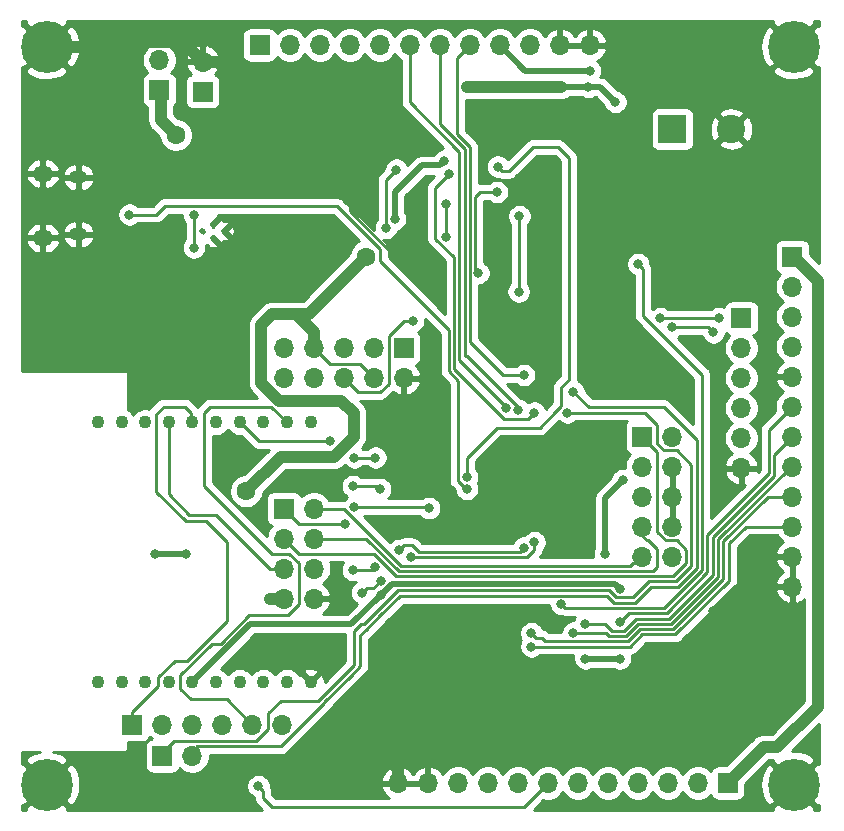
<source format=gbl>
G04 #@! TF.GenerationSoftware,KiCad,Pcbnew,(5.1.9)-1*
G04 #@! TF.CreationDate,2021-06-14T08:32:31+02:00*
G04 #@! TF.ProjectId,SmartSensor,536d6172-7453-4656-9e73-6f722e6b6963,rev?*
G04 #@! TF.SameCoordinates,Original*
G04 #@! TF.FileFunction,Copper,L2,Bot*
G04 #@! TF.FilePolarity,Positive*
%FSLAX46Y46*%
G04 Gerber Fmt 4.6, Leading zero omitted, Abs format (unit mm)*
G04 Created by KiCad (PCBNEW (5.1.9)-1) date 2021-06-14 08:32:31*
%MOMM*%
%LPD*%
G01*
G04 APERTURE LIST*
G04 #@! TA.AperFunction,ComponentPad*
%ADD10R,2.400000X2.400000*%
G04 #@! TD*
G04 #@! TA.AperFunction,ComponentPad*
%ADD11C,2.400000*%
G04 #@! TD*
G04 #@! TA.AperFunction,ComponentPad*
%ADD12O,1.500000X1.100000*%
G04 #@! TD*
G04 #@! TA.AperFunction,ComponentPad*
%ADD13O,1.700000X1.350000*%
G04 #@! TD*
G04 #@! TA.AperFunction,ComponentPad*
%ADD14R,1.700000X1.700000*%
G04 #@! TD*
G04 #@! TA.AperFunction,ComponentPad*
%ADD15O,1.700000X1.700000*%
G04 #@! TD*
G04 #@! TA.AperFunction,ComponentPad*
%ADD16C,0.500000*%
G04 #@! TD*
G04 #@! TA.AperFunction,ComponentPad*
%ADD17C,1.100000*%
G04 #@! TD*
G04 #@! TA.AperFunction,ComponentPad*
%ADD18C,4.400000*%
G04 #@! TD*
G04 #@! TA.AperFunction,ComponentPad*
%ADD19C,0.700000*%
G04 #@! TD*
G04 #@! TA.AperFunction,ViaPad*
%ADD20C,0.800000*%
G04 #@! TD*
G04 #@! TA.AperFunction,ViaPad*
%ADD21C,1.600000*%
G04 #@! TD*
G04 #@! TA.AperFunction,Conductor*
%ADD22C,0.250000*%
G04 #@! TD*
G04 #@! TA.AperFunction,Conductor*
%ADD23C,1.000000*%
G04 #@! TD*
G04 #@! TA.AperFunction,Conductor*
%ADD24C,0.500000*%
G04 #@! TD*
G04 #@! TA.AperFunction,Conductor*
%ADD25C,0.254000*%
G04 #@! TD*
G04 #@! TA.AperFunction,Conductor*
%ADD26C,0.100000*%
G04 #@! TD*
G04 APERTURE END LIST*
D10*
X219202000Y-88392000D03*
D11*
X224202000Y-88392000D03*
D12*
X168910000Y-92470000D03*
X168910000Y-97310000D03*
D13*
X165910000Y-92160000D03*
X165910000Y-97620000D03*
D14*
X175768000Y-85090000D03*
D15*
X175768000Y-82550000D03*
X179451000Y-82677000D03*
D14*
X179451000Y-85217000D03*
D15*
X225044000Y-117094000D03*
X225044000Y-114554000D03*
X225044000Y-112014000D03*
X225044000Y-109474000D03*
X225044000Y-106934000D03*
D14*
X225044000Y-104394000D03*
X196469000Y-106934000D03*
D15*
X196469000Y-109474000D03*
X193929000Y-106934000D03*
X193929000Y-109474000D03*
X191389000Y-106934000D03*
X191389000Y-109474000D03*
X188849000Y-106934000D03*
X188849000Y-109474000D03*
X186309000Y-106934000D03*
X186309000Y-109474000D03*
X219202000Y-124587000D03*
X216662000Y-124587000D03*
X219202000Y-122047000D03*
X216662000Y-122047000D03*
X219202000Y-119507000D03*
X216662000Y-119507000D03*
X219202000Y-116967000D03*
X216662000Y-116967000D03*
X219202000Y-114427000D03*
D14*
X216662000Y-114427000D03*
X176022000Y-141478000D03*
D15*
X178562000Y-141478000D03*
D14*
X173482000Y-138811000D03*
D15*
X176022000Y-138811000D03*
X178562000Y-138811000D03*
X181102000Y-138811000D03*
X183642000Y-138811000D03*
X186182000Y-138811000D03*
D14*
X186309000Y-120523000D03*
D15*
X188849000Y-120523000D03*
X186309000Y-123063000D03*
X188849000Y-123063000D03*
X186309000Y-125603000D03*
X188849000Y-125603000D03*
X186309000Y-128143000D03*
X188849000Y-128143000D03*
X212217000Y-81280000D03*
X209677000Y-81280000D03*
X207137000Y-81280000D03*
X204597000Y-81280000D03*
X202057000Y-81280000D03*
X199517000Y-81280000D03*
X196977000Y-81280000D03*
X194437000Y-81280000D03*
X191897000Y-81280000D03*
X189357000Y-81280000D03*
X186817000Y-81280000D03*
D14*
X184277000Y-81280000D03*
X229362000Y-99187000D03*
D15*
X229362000Y-101727000D03*
X229362000Y-104267000D03*
X229362000Y-106807000D03*
X229362000Y-109347000D03*
X229362000Y-111887000D03*
X229362000Y-114427000D03*
X229362000Y-116967000D03*
X229362000Y-119507000D03*
X229362000Y-122047000D03*
X229362000Y-124587000D03*
X229362000Y-127127000D03*
D14*
X223901000Y-143764000D03*
D15*
X221361000Y-143764000D03*
X218821000Y-143764000D03*
X216281000Y-143764000D03*
X213741000Y-143764000D03*
X211201000Y-143764000D03*
X208661000Y-143764000D03*
X206121000Y-143764000D03*
X203581000Y-143764000D03*
X201041000Y-143764000D03*
X198501000Y-143764000D03*
X195961000Y-143764000D03*
D16*
X181274000Y-97031000D03*
X180324000Y-97606000D03*
X180324000Y-96456000D03*
X179374000Y-97031000D03*
D17*
X170576000Y-135206000D03*
X172576000Y-135206000D03*
X174576000Y-135206000D03*
X176576000Y-135206000D03*
X178576000Y-135206000D03*
X180576000Y-135206000D03*
X182576000Y-135206000D03*
X184576000Y-135206000D03*
X186576000Y-135206000D03*
X188576000Y-135206000D03*
X188576000Y-113206000D03*
X186576000Y-113206000D03*
X184576000Y-113206000D03*
X182576000Y-113206000D03*
X180576000Y-113206000D03*
X178576000Y-113206000D03*
X176576000Y-113206000D03*
X174576000Y-113206000D03*
X172576000Y-113206000D03*
X170576000Y-113206000D03*
D18*
X229489000Y-81407000D03*
D19*
X231139000Y-81407000D03*
X230655726Y-82573726D03*
X229489000Y-83057000D03*
X228322274Y-82573726D03*
X227839000Y-81407000D03*
X228322274Y-80240274D03*
X229489000Y-79757000D03*
X230655726Y-80240274D03*
D18*
X166243000Y-81407000D03*
D19*
X167893000Y-81407000D03*
X167409726Y-82573726D03*
X166243000Y-83057000D03*
X165076274Y-82573726D03*
X164593000Y-81407000D03*
X165076274Y-80240274D03*
X166243000Y-79757000D03*
X167409726Y-80240274D03*
D18*
X166243000Y-143891000D03*
D19*
X167893000Y-143891000D03*
X167409726Y-145057726D03*
X166243000Y-145541000D03*
X165076274Y-145057726D03*
X164593000Y-143891000D03*
X165076274Y-142724274D03*
X166243000Y-142241000D03*
X167409726Y-142724274D03*
X230655726Y-142724274D03*
X229489000Y-142241000D03*
X228322274Y-142724274D03*
X227839000Y-143891000D03*
X228322274Y-145057726D03*
X229489000Y-145541000D03*
X230655726Y-145057726D03*
X231139000Y-143891000D03*
D18*
X229489000Y-143891000D03*
D20*
X178695000Y-98431000D03*
X178689000Y-95631000D03*
X209804000Y-84836000D03*
X201803000Y-84836000D03*
X214376000Y-86106000D03*
X212090000Y-84836000D03*
X215011000Y-118110000D03*
X213487000Y-124333000D03*
X206198000Y-102158000D03*
X206248000Y-95758000D03*
X218186000Y-104394000D03*
X223139000Y-104394000D03*
X219202000Y-105156000D03*
X222689847Y-105605153D03*
X214814990Y-127311990D03*
X194500500Y-127825500D03*
X197231000Y-104648000D03*
X202793020Y-100584000D03*
X214814990Y-130105990D03*
X204343000Y-93726000D03*
X200299653Y-92181347D03*
X207518000Y-112395000D03*
X201803000Y-117856000D03*
X204424998Y-91567000D03*
X216320000Y-99822000D03*
X209804000Y-128623020D03*
X185420000Y-87376000D03*
X197358000Y-100838000D03*
X191880500Y-90567500D03*
D21*
X190627000Y-138430000D03*
D20*
X212471000Y-97155000D03*
X222631000Y-129159000D03*
X200025000Y-97499000D03*
X200025000Y-94742000D03*
D21*
X183134000Y-119062500D03*
X193294000Y-99187000D03*
D20*
X175387000Y-124333000D03*
X178054000Y-124333000D03*
X199898000Y-91059000D03*
X195707000Y-96012000D03*
X212217000Y-83439000D03*
X194945000Y-96774000D03*
X195834000Y-91821000D03*
D21*
X177165000Y-88900000D03*
D20*
X210312000Y-112395000D03*
X210820000Y-110617000D03*
X191516000Y-121793000D03*
X192282653Y-120391347D03*
X198613579Y-120496952D03*
X192151000Y-125730000D03*
X194049937Y-125482063D03*
X196062769Y-124045617D03*
X206629000Y-123825000D03*
X192913000Y-127635000D03*
X194500500Y-126623418D03*
X197104000Y-124624000D03*
X207523429Y-123377786D03*
X194056000Y-116205000D03*
X192278000Y-116205000D03*
X173228000Y-95631000D03*
X201803000Y-118856003D03*
X206629000Y-109220000D03*
X207264000Y-132207000D03*
X207264000Y-131064000D03*
X184150000Y-144018000D03*
X190246000Y-114808000D03*
X192151000Y-118618000D03*
X194467010Y-118872000D03*
X205105000Y-112014000D03*
X206121000Y-112141000D03*
X211836000Y-130302000D03*
X214757000Y-133223000D03*
X211836000Y-133223000D03*
X210820000Y-131031990D03*
D22*
X178695000Y-98431000D02*
X178695000Y-95637000D01*
X178695000Y-95637000D02*
X178689000Y-95631000D01*
D23*
X209804000Y-84836000D02*
X201803000Y-84836000D01*
D24*
X214376000Y-86106000D02*
X213106000Y-84836000D01*
X213106000Y-84836000D02*
X212090000Y-84836000D01*
X212090000Y-84836000D02*
X209804000Y-84836000D01*
D22*
X193079001Y-108624001D02*
X193929000Y-109474000D01*
X192753999Y-108298999D02*
X193079001Y-108624001D01*
X190213999Y-108298999D02*
X192753999Y-108298999D01*
X188849000Y-106934000D02*
X190213999Y-108298999D01*
D24*
X215011000Y-118110000D02*
X213487000Y-119634000D01*
X213487000Y-119634000D02*
X213487000Y-124333000D01*
D22*
X206248000Y-102108000D02*
X206198000Y-102158000D01*
X206248000Y-95758000D02*
X206248000Y-102108000D01*
D23*
X226949000Y-140716000D02*
X223901000Y-143764000D01*
X228092000Y-140716000D02*
X226949000Y-140716000D01*
X231521000Y-137287000D02*
X228092000Y-140716000D01*
X231521000Y-101219000D02*
X231521000Y-137287000D01*
X229489000Y-99187000D02*
X231521000Y-101219000D01*
X229362000Y-99187000D02*
X229489000Y-99187000D01*
D22*
X218186000Y-104394000D02*
X223139000Y-104394000D01*
X219202000Y-105156000D02*
X222240694Y-105156000D01*
X222240694Y-105156000D02*
X222689847Y-105605153D01*
D24*
X178576000Y-135206000D02*
X183480000Y-130302000D01*
X183480000Y-130302000D02*
X192024000Y-130302000D01*
X214376000Y-126873000D02*
X214814990Y-127311990D01*
X195453000Y-126873000D02*
X214376000Y-126873000D01*
X192024000Y-130302000D02*
X194500500Y-127825500D01*
X194500500Y-127825500D02*
X195453000Y-126873000D01*
D22*
X194493001Y-110649001D02*
X195199000Y-109943002D01*
X191389000Y-109474000D02*
X192564001Y-110649001D01*
X192564001Y-110649001D02*
X194493001Y-110649001D01*
X195199000Y-109943002D02*
X195199000Y-109220000D01*
X196469998Y-104648000D02*
X197231000Y-104648000D01*
X195199000Y-109220000D02*
X195199000Y-105918998D01*
X195199000Y-105918998D02*
X196469998Y-104648000D01*
X202518030Y-95444278D02*
X202518030Y-95571600D01*
X202518030Y-95571600D02*
X202518030Y-98171000D01*
X202518030Y-98171000D02*
X202518030Y-100309010D01*
X202518030Y-100309010D02*
X202793020Y-100584000D01*
X202518030Y-95444278D02*
X202518030Y-94788970D01*
X202518030Y-94788970D02*
X202518030Y-94153970D01*
X202946000Y-93726000D02*
X204343000Y-93726000D01*
X202518030Y-94153970D02*
X202946000Y-93726000D01*
X227387990Y-113861010D02*
X229362000Y-111887000D01*
X222177040Y-122753550D02*
X227387990Y-117542600D01*
X227387990Y-117542600D02*
X227387990Y-113861010D01*
X222177040Y-125934190D02*
X222177040Y-122753550D01*
X218724211Y-129387019D02*
X222177040Y-125934190D01*
X215533960Y-129387020D02*
X218724211Y-129387019D01*
X214814990Y-130105990D02*
X215533960Y-129387020D01*
X217932000Y-115697000D02*
X216662000Y-114427000D01*
X220377001Y-124022999D02*
X219576003Y-123222001D01*
X219576003Y-123222001D02*
X218637999Y-123222001D01*
X187579000Y-124333000D02*
X193926180Y-124333000D01*
X186309000Y-123063000D02*
X187579000Y-124333000D01*
X218637999Y-123222001D02*
X217932000Y-122516002D01*
X193926180Y-124333000D02*
X195842200Y-126249020D01*
X217932000Y-122516002D02*
X217932000Y-115697000D01*
X195842200Y-126249020D02*
X219278982Y-126249020D01*
X219278982Y-126249020D02*
X220377001Y-125151001D01*
X220377001Y-125151001D02*
X220377001Y-124022999D01*
X216662000Y-122809000D02*
X216662000Y-122047000D01*
X217043000Y-123190000D02*
X216662000Y-122809000D01*
X217170000Y-123190000D02*
X217043000Y-123190000D01*
X196028600Y-125799010D02*
X217608990Y-125799010D01*
X193292590Y-123063000D02*
X196028600Y-125799010D01*
X217608990Y-125799010D02*
X217932000Y-125476000D01*
X217932000Y-125476000D02*
X217932000Y-123952000D01*
X188849000Y-123063000D02*
X193292590Y-123063000D01*
X217932000Y-123952000D02*
X217170000Y-123190000D01*
X216154000Y-125095000D02*
X216662000Y-124587000D01*
X215900000Y-125095000D02*
X216154000Y-125095000D01*
X215646000Y-125349000D02*
X215900000Y-125095000D01*
X196215000Y-125349000D02*
X215646000Y-125349000D01*
X188849000Y-120523000D02*
X191389000Y-120523000D01*
X191389000Y-120523000D02*
X196215000Y-125349000D01*
X200299653Y-92181347D02*
X199299999Y-93181001D01*
X199299999Y-93181001D02*
X199136000Y-93345000D01*
X199136000Y-93345000D02*
X199136000Y-94488000D01*
X199136000Y-97683002D02*
X200717990Y-99264992D01*
X199136000Y-94488000D02*
X199136000Y-97683002D01*
X200717990Y-99264992D02*
X200717990Y-99949000D01*
X200717990Y-99949000D02*
X200717990Y-104775000D01*
X200717992Y-108699994D02*
X204597000Y-112579002D01*
X200717990Y-104775000D02*
X200717992Y-108699994D01*
X204597000Y-112579002D02*
X204920998Y-112903000D01*
X204920998Y-112903000D02*
X207010000Y-112903000D01*
X207010000Y-112903000D02*
X207518000Y-112395000D01*
X207391000Y-89916000D02*
X209550000Y-89916000D01*
X209550000Y-89916000D02*
X210439000Y-90805000D01*
X210439000Y-90805000D02*
X210439000Y-109347000D01*
X210439000Y-109347000D02*
X210439000Y-109601000D01*
X209804000Y-111829998D02*
X209296000Y-112337998D01*
X210439000Y-109601000D02*
X209804000Y-110236000D01*
X209804000Y-110236000D02*
X209804000Y-111829998D01*
X209296000Y-112337998D02*
X207968998Y-113665000D01*
X207968998Y-113665000D02*
X204343000Y-113665000D01*
X204343000Y-113665000D02*
X201803000Y-116205000D01*
X201803000Y-116205000D02*
X201803000Y-117856000D01*
X205359000Y-91948000D02*
X207391000Y-89916000D01*
X205359000Y-91948000D02*
X204805998Y-91948000D01*
X204805998Y-91948000D02*
X204424998Y-91567000D01*
X216719999Y-100221999D02*
X216719999Y-104197999D01*
X216320000Y-99822000D02*
X216719999Y-100221999D01*
X216719999Y-104197999D02*
X219964000Y-107442000D01*
X210117990Y-128937010D02*
X209804000Y-128623020D01*
X218537810Y-128937010D02*
X210117990Y-128937010D01*
X221727030Y-125747790D02*
X218537810Y-128937010D01*
X219964000Y-107442000D02*
X221727030Y-109205030D01*
X221727030Y-109205030D02*
X221727030Y-125747790D01*
D23*
X169354269Y-81407000D02*
X166243000Y-81407000D01*
X169761270Y-80999999D02*
X169354269Y-81407000D01*
X177773999Y-80999999D02*
X169761270Y-80999999D01*
X179451000Y-82677000D02*
X177773999Y-80999999D01*
X180721000Y-82677000D02*
X179451000Y-82677000D01*
X185420000Y-87376000D02*
X180721000Y-82677000D01*
D22*
X191880500Y-95360500D02*
X191880500Y-90567500D01*
X197358000Y-100838000D02*
X191880500Y-95360500D01*
D23*
X195961000Y-142561919D02*
X191829081Y-138430000D01*
X195961000Y-143764000D02*
X195961000Y-142561919D01*
X191829081Y-138430000D02*
X190627000Y-138430000D01*
D24*
X215439000Y-97155000D02*
X224202000Y-88392000D01*
X212471000Y-97155000D02*
X215439000Y-97155000D01*
X224663000Y-127127000D02*
X229362000Y-127127000D01*
X222631000Y-129159000D02*
X224663000Y-127127000D01*
D22*
X200025000Y-97499000D02*
X200025000Y-94742000D01*
D23*
X186309000Y-128143000D02*
X185102500Y-128143000D01*
X187325000Y-104076500D02*
X188849000Y-105600500D01*
X184404000Y-109863002D02*
X184404000Y-104965500D01*
X185919998Y-111379000D02*
X184404000Y-109863002D01*
X188849000Y-105600500D02*
X188849000Y-106934000D01*
X192222270Y-112466270D02*
X191135000Y-111379000D01*
X184404000Y-104965500D02*
X185293000Y-104076500D01*
X192222271Y-114459731D02*
X192222270Y-112466270D01*
X185293000Y-104076500D02*
X187325000Y-104076500D01*
X191135000Y-111379000D02*
X185919998Y-111379000D01*
X190520001Y-116162001D02*
X192222271Y-114459731D01*
X186034499Y-116162001D02*
X190520001Y-116162001D01*
X183134000Y-119062500D02*
X186034499Y-116162001D01*
X188404500Y-104076500D02*
X193294000Y-99187000D01*
X187325000Y-104076500D02*
X188404500Y-104076500D01*
D24*
X175387000Y-124333000D02*
X178054000Y-124333000D01*
X199498001Y-91458999D02*
X197974001Y-91458999D01*
X199898000Y-91059000D02*
X199498001Y-91458999D01*
X195707000Y-93726000D02*
X195707000Y-96012000D01*
X197974001Y-91458999D02*
X195707000Y-93726000D01*
X206756000Y-83439000D02*
X204597000Y-81280000D01*
X212217000Y-83439000D02*
X206756000Y-83439000D01*
D22*
X194945000Y-96774000D02*
X194945000Y-92710000D01*
X194945000Y-92710000D02*
X195834000Y-91821000D01*
D23*
X177165000Y-88900000D02*
X175895000Y-87630000D01*
X175895000Y-85217000D02*
X175768000Y-85090000D01*
X175895000Y-87630000D02*
X175895000Y-85217000D01*
D22*
X176022000Y-141478000D02*
X176022000Y-141224000D01*
X176022000Y-141224000D02*
X177038000Y-140208000D01*
X177038000Y-140208000D02*
X178435000Y-140208000D01*
X183984002Y-140208000D02*
X185006999Y-139185003D01*
X178435000Y-140208000D02*
X183984002Y-140208000D01*
X185006999Y-139185003D02*
X185006999Y-137827001D01*
X185006999Y-137827001D02*
X186055000Y-136779000D01*
X186055000Y-136779000D02*
X189230000Y-136779000D01*
X192278000Y-133731000D02*
X192278000Y-130861186D01*
X189230000Y-136779000D02*
X192278000Y-133731000D01*
X192278000Y-130861186D02*
X192811593Y-130327593D01*
X193071409Y-130327593D02*
X195950992Y-127448010D01*
X192811593Y-130327593D02*
X193071409Y-130327593D01*
X195950992Y-127448010D02*
X196469000Y-127448010D01*
X214466989Y-128036991D02*
X215879009Y-128036991D01*
X196469000Y-127448010D02*
X213878008Y-127448010D01*
X213878008Y-127448010D02*
X214466989Y-128036991D01*
X217216970Y-126699030D02*
X219502970Y-126699030D01*
X215879009Y-128036991D02*
X217216970Y-126699030D01*
X218473411Y-115602001D02*
X217932000Y-115060590D01*
X219576003Y-115602001D02*
X218473411Y-115602001D01*
X220827011Y-116853009D02*
X219576003Y-115602001D01*
X219502970Y-126699030D02*
X220827011Y-125374989D01*
X220827011Y-125374989D02*
X220827011Y-116853009D01*
X217932000Y-113411998D02*
X216915002Y-112395000D01*
X217932000Y-115060590D02*
X217932000Y-113411998D01*
X216915002Y-112395000D02*
X210312000Y-112395000D01*
X178562000Y-141097000D02*
X179000990Y-140658010D01*
X178562000Y-141478000D02*
X178562000Y-141097000D01*
X179000990Y-140658010D02*
X181991000Y-140658010D01*
X189738000Y-136994002D02*
X189738000Y-136907410D01*
X181991000Y-140658010D02*
X186073992Y-140658010D01*
X186073992Y-140658010D02*
X189738000Y-136994002D01*
X189738000Y-136907410D02*
X191961205Y-134684205D01*
X192786000Y-131249412D02*
X193257810Y-130777602D01*
X191961205Y-134684205D02*
X192786000Y-133859410D01*
X192786000Y-133859410D02*
X192786000Y-131249412D01*
X193257810Y-130777602D02*
X194466206Y-129569206D01*
X196137392Y-127898020D02*
X196282600Y-127898020D01*
X194466206Y-129569206D02*
X196137392Y-127898020D01*
X196282600Y-127898020D02*
X199009000Y-127898020D01*
X199009000Y-127898020D02*
X210829020Y-127898020D01*
X210829020Y-127898020D02*
X213691608Y-127898020D01*
X213691608Y-127898020D02*
X214280588Y-128487000D01*
X214280588Y-128487000D02*
X214280589Y-128487001D01*
X214280589Y-128487001D02*
X216065410Y-128487000D01*
X216065410Y-128487000D02*
X217403370Y-127149040D01*
X217403370Y-127149040D02*
X219689371Y-127149039D01*
X219689371Y-127149039D02*
X221277021Y-125561389D01*
X221277021Y-125561389D02*
X221277021Y-118618000D01*
X218458993Y-111944991D02*
X216916000Y-111944991D01*
X221277021Y-118618000D02*
X221277021Y-114763019D01*
X221277021Y-114763019D02*
X218458993Y-111944991D01*
X216916000Y-111944991D02*
X212147991Y-111944991D01*
X212147991Y-111944991D02*
X210820000Y-110617000D01*
X173482000Y-137711000D02*
X173482000Y-138811000D01*
X175641000Y-134810500D02*
X175641000Y-135552000D01*
X178576000Y-113206000D02*
X178435000Y-113065000D01*
X179705000Y-121602500D02*
X181483000Y-123380500D01*
X175676498Y-134810500D02*
X175641000Y-134810500D01*
X181483000Y-130046590D02*
X178116090Y-133413500D01*
X177927000Y-111887000D02*
X176149000Y-111887000D01*
X178435000Y-112395000D02*
X177927000Y-111887000D01*
X176149000Y-111887000D02*
X175510310Y-112525690D01*
X175641000Y-135552000D02*
X173482000Y-137711000D01*
X178116090Y-133413500D02*
X177073498Y-133413500D01*
X175510310Y-112525690D02*
X175510310Y-119122310D01*
X175510310Y-119122310D02*
X177990500Y-121602500D01*
X177990500Y-121602500D02*
X179705000Y-121602500D01*
X178435000Y-113065000D02*
X178435000Y-112395000D01*
X181483000Y-123380500D02*
X181483000Y-130046590D01*
X177073498Y-133413500D02*
X175676498Y-134810500D01*
X180213000Y-131953000D02*
X180975000Y-131953000D01*
X179578000Y-112395000D02*
X180086000Y-111887000D01*
X177546000Y-134620000D02*
X180213000Y-131953000D01*
X179578000Y-118618000D02*
X179578000Y-112395000D01*
X177546000Y-135763000D02*
X177546000Y-134620000D01*
X178435000Y-136652000D02*
X177546000Y-135763000D01*
X187579000Y-125133998D02*
X186778002Y-124333000D01*
X185257000Y-111887000D02*
X186576000Y-113206000D01*
X183642000Y-138811000D02*
X181483000Y-136652000D01*
X181483000Y-136652000D02*
X178435000Y-136652000D01*
X187579000Y-128612002D02*
X187579000Y-125133998D01*
X180975000Y-131953000D02*
X183388000Y-129540000D01*
X186778002Y-124333000D02*
X185293000Y-124333000D01*
X183388000Y-129540000D02*
X186651002Y-129540000D01*
X186651002Y-129540000D02*
X187579000Y-128612002D01*
X185293000Y-124333000D02*
X179578000Y-118618000D01*
X180086000Y-111887000D02*
X185257000Y-111887000D01*
X186309000Y-120523000D02*
X187325000Y-121539000D01*
X187325000Y-121539000D02*
X187579000Y-121793000D01*
X187579000Y-121793000D02*
X191516000Y-121793000D01*
X192282653Y-120391347D02*
X198507974Y-120391347D01*
X198507974Y-120391347D02*
X198613579Y-120496952D01*
X176576000Y-119299000D02*
X176576000Y-113206000D01*
X178308000Y-121031000D02*
X176576000Y-119299000D01*
X180534919Y-121031000D02*
X178308000Y-121031000D01*
X186309000Y-125603000D02*
X185106919Y-125603000D01*
X185106919Y-125603000D02*
X180534919Y-121031000D01*
X192151000Y-125730000D02*
X193802000Y-125730000D01*
X193802000Y-125730000D02*
X194049937Y-125482063D01*
X197198620Y-123645618D02*
X197726992Y-124173990D01*
X196062769Y-124045617D02*
X196462768Y-123645618D01*
X196462768Y-123645618D02*
X197198620Y-123645618D01*
X197726992Y-124173990D02*
X206280010Y-124173990D01*
X206280010Y-124173990D02*
X206629000Y-123825000D01*
X192913000Y-127635000D02*
X193312999Y-127235001D01*
X193312999Y-127235001D02*
X193888917Y-127235001D01*
X193888917Y-127235001D02*
X194500500Y-126623418D01*
X207523429Y-124003573D02*
X207523429Y-123377786D01*
X206903002Y-124624000D02*
X207523429Y-124003573D01*
X206031000Y-124624000D02*
X206903002Y-124624000D01*
X197104000Y-124624000D02*
X206031000Y-124624000D01*
X194056000Y-116205000D02*
X192278000Y-116205000D01*
X201041000Y-118167002D02*
X201730001Y-118856003D01*
X201041000Y-109728000D02*
X201041000Y-118167002D01*
X201075294Y-109693706D02*
X201041000Y-109728000D01*
X200267983Y-108886395D02*
X201075294Y-109693706D01*
X200267982Y-105398982D02*
X200267983Y-108886395D01*
X194437000Y-99568000D02*
X200267982Y-105398982D01*
X201730001Y-118856003D02*
X201803000Y-118856003D01*
X194437000Y-98553410D02*
X194437000Y-99568000D01*
X190789589Y-94905999D02*
X194437000Y-98553410D01*
X176239001Y-94905999D02*
X190789589Y-94905999D01*
X175514000Y-95631000D02*
X176239001Y-94905999D01*
X173228000Y-95631000D02*
X175514000Y-95631000D01*
X200977990Y-88834170D02*
X202068020Y-89924200D01*
X202057000Y-81280000D02*
X200977990Y-82359010D01*
X200977990Y-82359010D02*
X200977990Y-88834170D01*
X202068020Y-89924200D02*
X202068020Y-95758000D01*
X202068020Y-95758000D02*
X202068020Y-106437020D01*
X202068020Y-106437020D02*
X204851000Y-109220000D01*
X204851000Y-109220000D02*
X206629000Y-109220000D01*
X225429230Y-122047000D02*
X229362000Y-122047000D01*
X224028000Y-126628870D02*
X224028000Y-123448230D01*
X219469815Y-131187055D02*
X224028000Y-126628870D01*
X224028000Y-123448230D02*
X225429230Y-122047000D01*
X216670174Y-131187056D02*
X219469815Y-131187055D01*
X215650230Y-132207000D02*
X216670174Y-131187056D01*
X207264000Y-132207000D02*
X215650230Y-132207000D01*
X207264000Y-131064000D02*
X207663999Y-131463999D01*
X207663999Y-131463999D02*
X208171999Y-131463999D01*
X208171999Y-131463999D02*
X208464990Y-131756990D01*
X208464990Y-131756990D02*
X214814990Y-131756990D01*
X227332820Y-119507000D02*
X229362000Y-119507000D01*
X223531020Y-126489440D02*
X223531020Y-123308800D01*
X219283414Y-130737046D02*
X223531020Y-126489440D01*
X216483774Y-130737046D02*
X219283414Y-130737046D01*
X215463832Y-131756988D02*
X216483774Y-130737046D01*
X223531020Y-123308800D02*
X227332820Y-119507000D01*
X215080012Y-131756988D02*
X215463832Y-131756988D01*
X215080010Y-131756990D02*
X215080012Y-131756988D01*
X214814990Y-131756990D02*
X215080010Y-131756990D01*
X206629000Y-145796000D02*
X208661000Y-143764000D01*
X185293000Y-145796000D02*
X206629000Y-145796000D01*
X184549999Y-145052999D02*
X185293000Y-145796000D01*
X184150000Y-144018000D02*
X184549999Y-144417999D01*
X184549999Y-144417999D02*
X184549999Y-145052999D01*
X182576000Y-113206000D02*
X184178000Y-114808000D01*
X184178000Y-114808000D02*
X190246000Y-114808000D01*
X192151000Y-118618000D02*
X194213010Y-118618000D01*
X194213010Y-118618000D02*
X194467010Y-118872000D01*
X196977000Y-81280000D02*
X196977000Y-86106000D01*
X196977000Y-86106000D02*
X201168000Y-90297000D01*
X201168000Y-90297000D02*
X201168000Y-107950000D01*
X201168000Y-107950000D02*
X205105000Y-111887000D01*
X205105000Y-111887000D02*
X205105000Y-112014000D01*
X199517000Y-88009590D02*
X201618010Y-90110600D01*
X199517000Y-81280000D02*
X199517000Y-88009590D01*
X201618010Y-90110600D02*
X201618010Y-107638010D01*
X206121000Y-111956998D02*
X206121000Y-112141000D01*
X201618010Y-107638010D02*
X201802012Y-107638010D01*
X201802012Y-107638010D02*
X206121000Y-111956998D01*
X227838000Y-117729000D02*
X227838000Y-115951000D01*
X222627050Y-122939950D02*
X227838000Y-117729000D01*
X227838000Y-115951000D02*
X229362000Y-114427000D01*
X222627050Y-123567050D02*
X222627050Y-122939950D01*
X218910612Y-129837028D02*
X222631000Y-126116640D01*
X222631000Y-123571000D02*
X222627050Y-123567050D01*
X222631000Y-126116640D02*
X222631000Y-123571000D01*
X216110972Y-129837028D02*
X218910612Y-129837028D01*
X214054400Y-130856970D02*
X215091030Y-130856970D01*
X215091030Y-130856970D02*
X216110972Y-129837028D01*
X213499430Y-130302000D02*
X214054400Y-130856970D01*
X211836000Y-130302000D02*
X213499430Y-130302000D01*
D24*
X214757000Y-133223000D02*
X212344000Y-133223000D01*
X212344000Y-133223000D02*
X211836000Y-133223000D01*
D22*
X229236410Y-116967000D02*
X229362000Y-116967000D01*
X223081010Y-123122400D02*
X229236410Y-116967000D01*
X223081010Y-126303040D02*
X223081010Y-123122400D01*
X216297372Y-130287038D02*
X219097013Y-130287037D01*
X215277431Y-131306979D02*
X216297372Y-130287038D01*
X213868000Y-131306980D02*
X215277431Y-131306979D01*
X219097013Y-130287037D02*
X223081010Y-126303040D01*
X213593010Y-131031990D02*
X213868000Y-131306980D01*
X210820000Y-131031990D02*
X213593010Y-131031990D01*
D25*
X231623001Y-142170271D02*
X231478775Y-142080830D01*
X229668605Y-143891000D01*
X231478775Y-145701170D01*
X231623000Y-145611730D01*
X231623001Y-146025000D01*
X231209730Y-146025000D01*
X231299170Y-145880775D01*
X229489000Y-144070605D01*
X227678830Y-145880775D01*
X227768270Y-146025000D01*
X207474801Y-146025000D01*
X208294592Y-145205210D01*
X208514740Y-145249000D01*
X208807260Y-145249000D01*
X209094158Y-145191932D01*
X209364411Y-145079990D01*
X209607632Y-144917475D01*
X209814475Y-144710632D01*
X209931000Y-144536240D01*
X210047525Y-144710632D01*
X210254368Y-144917475D01*
X210497589Y-145079990D01*
X210767842Y-145191932D01*
X211054740Y-145249000D01*
X211347260Y-145249000D01*
X211634158Y-145191932D01*
X211904411Y-145079990D01*
X212147632Y-144917475D01*
X212354475Y-144710632D01*
X212471000Y-144536240D01*
X212587525Y-144710632D01*
X212794368Y-144917475D01*
X213037589Y-145079990D01*
X213307842Y-145191932D01*
X213594740Y-145249000D01*
X213887260Y-145249000D01*
X214174158Y-145191932D01*
X214444411Y-145079990D01*
X214687632Y-144917475D01*
X214894475Y-144710632D01*
X215011000Y-144536240D01*
X215127525Y-144710632D01*
X215334368Y-144917475D01*
X215577589Y-145079990D01*
X215847842Y-145191932D01*
X216134740Y-145249000D01*
X216427260Y-145249000D01*
X216714158Y-145191932D01*
X216984411Y-145079990D01*
X217227632Y-144917475D01*
X217434475Y-144710632D01*
X217551000Y-144536240D01*
X217667525Y-144710632D01*
X217874368Y-144917475D01*
X218117589Y-145079990D01*
X218387842Y-145191932D01*
X218674740Y-145249000D01*
X218967260Y-145249000D01*
X219254158Y-145191932D01*
X219524411Y-145079990D01*
X219767632Y-144917475D01*
X219974475Y-144710632D01*
X220091000Y-144536240D01*
X220207525Y-144710632D01*
X220414368Y-144917475D01*
X220657589Y-145079990D01*
X220927842Y-145191932D01*
X221214740Y-145249000D01*
X221507260Y-145249000D01*
X221794158Y-145191932D01*
X222064411Y-145079990D01*
X222307632Y-144917475D01*
X222439487Y-144785620D01*
X222461498Y-144858180D01*
X222520463Y-144968494D01*
X222599815Y-145065185D01*
X222696506Y-145144537D01*
X222806820Y-145203502D01*
X222926518Y-145239812D01*
X223051000Y-145252072D01*
X224751000Y-145252072D01*
X224875482Y-145239812D01*
X224995180Y-145203502D01*
X225105494Y-145144537D01*
X225202185Y-145065185D01*
X225281537Y-144968494D01*
X225340502Y-144858180D01*
X225376812Y-144738482D01*
X225389072Y-144614000D01*
X225389072Y-143906174D01*
X226640322Y-143906174D01*
X226698019Y-144461632D01*
X226862972Y-144995161D01*
X227111982Y-145461024D01*
X227499225Y-145701170D01*
X229309395Y-143891000D01*
X227499225Y-142080830D01*
X227111982Y-142320976D01*
X226851359Y-142814877D01*
X226692099Y-143350133D01*
X226640322Y-143906174D01*
X225389072Y-143906174D01*
X225389072Y-143881059D01*
X227419132Y-141851000D01*
X227709977Y-141851000D01*
X227678830Y-141901225D01*
X229489000Y-143711395D01*
X231299170Y-141901225D01*
X231059024Y-141513982D01*
X230565123Y-141253359D01*
X230029867Y-141094099D01*
X229473826Y-141042322D01*
X229358868Y-141054263D01*
X231623000Y-138790132D01*
X231623001Y-142170271D01*
G04 #@! TA.AperFunction,Conductor*
D26*
G36*
X231623001Y-142170271D02*
G01*
X231478775Y-142080830D01*
X229668605Y-143891000D01*
X231478775Y-145701170D01*
X231623000Y-145611730D01*
X231623001Y-146025000D01*
X231209730Y-146025000D01*
X231299170Y-145880775D01*
X229489000Y-144070605D01*
X227678830Y-145880775D01*
X227768270Y-146025000D01*
X207474801Y-146025000D01*
X208294592Y-145205210D01*
X208514740Y-145249000D01*
X208807260Y-145249000D01*
X209094158Y-145191932D01*
X209364411Y-145079990D01*
X209607632Y-144917475D01*
X209814475Y-144710632D01*
X209931000Y-144536240D01*
X210047525Y-144710632D01*
X210254368Y-144917475D01*
X210497589Y-145079990D01*
X210767842Y-145191932D01*
X211054740Y-145249000D01*
X211347260Y-145249000D01*
X211634158Y-145191932D01*
X211904411Y-145079990D01*
X212147632Y-144917475D01*
X212354475Y-144710632D01*
X212471000Y-144536240D01*
X212587525Y-144710632D01*
X212794368Y-144917475D01*
X213037589Y-145079990D01*
X213307842Y-145191932D01*
X213594740Y-145249000D01*
X213887260Y-145249000D01*
X214174158Y-145191932D01*
X214444411Y-145079990D01*
X214687632Y-144917475D01*
X214894475Y-144710632D01*
X215011000Y-144536240D01*
X215127525Y-144710632D01*
X215334368Y-144917475D01*
X215577589Y-145079990D01*
X215847842Y-145191932D01*
X216134740Y-145249000D01*
X216427260Y-145249000D01*
X216714158Y-145191932D01*
X216984411Y-145079990D01*
X217227632Y-144917475D01*
X217434475Y-144710632D01*
X217551000Y-144536240D01*
X217667525Y-144710632D01*
X217874368Y-144917475D01*
X218117589Y-145079990D01*
X218387842Y-145191932D01*
X218674740Y-145249000D01*
X218967260Y-145249000D01*
X219254158Y-145191932D01*
X219524411Y-145079990D01*
X219767632Y-144917475D01*
X219974475Y-144710632D01*
X220091000Y-144536240D01*
X220207525Y-144710632D01*
X220414368Y-144917475D01*
X220657589Y-145079990D01*
X220927842Y-145191932D01*
X221214740Y-145249000D01*
X221507260Y-145249000D01*
X221794158Y-145191932D01*
X222064411Y-145079990D01*
X222307632Y-144917475D01*
X222439487Y-144785620D01*
X222461498Y-144858180D01*
X222520463Y-144968494D01*
X222599815Y-145065185D01*
X222696506Y-145144537D01*
X222806820Y-145203502D01*
X222926518Y-145239812D01*
X223051000Y-145252072D01*
X224751000Y-145252072D01*
X224875482Y-145239812D01*
X224995180Y-145203502D01*
X225105494Y-145144537D01*
X225202185Y-145065185D01*
X225281537Y-144968494D01*
X225340502Y-144858180D01*
X225376812Y-144738482D01*
X225389072Y-144614000D01*
X225389072Y-143906174D01*
X226640322Y-143906174D01*
X226698019Y-144461632D01*
X226862972Y-144995161D01*
X227111982Y-145461024D01*
X227499225Y-145701170D01*
X229309395Y-143891000D01*
X227499225Y-142080830D01*
X227111982Y-142320976D01*
X226851359Y-142814877D01*
X226692099Y-143350133D01*
X226640322Y-143906174D01*
X225389072Y-143906174D01*
X225389072Y-143881059D01*
X227419132Y-141851000D01*
X227709977Y-141851000D01*
X227678830Y-141901225D01*
X229489000Y-143711395D01*
X231299170Y-141901225D01*
X231059024Y-141513982D01*
X230565123Y-141253359D01*
X230029867Y-141094099D01*
X229473826Y-141042322D01*
X229358868Y-141054263D01*
X231623000Y-138790132D01*
X231623001Y-142170271D01*
G37*
G04 #@! TD.AperFunction*
D25*
X228208525Y-122993632D02*
X228415368Y-123200475D01*
X228597534Y-123322195D01*
X228480645Y-123391822D01*
X228264412Y-123586731D01*
X228090359Y-123820080D01*
X227965175Y-124082901D01*
X227920524Y-124230110D01*
X228041845Y-124460000D01*
X229235000Y-124460000D01*
X229235000Y-124440000D01*
X229489000Y-124440000D01*
X229489000Y-124460000D01*
X229509000Y-124460000D01*
X229509000Y-124714000D01*
X229489000Y-124714000D01*
X229489000Y-127000000D01*
X229509000Y-127000000D01*
X229509000Y-127254000D01*
X229489000Y-127254000D01*
X229489000Y-128447814D01*
X229718891Y-128568481D01*
X229993252Y-128471157D01*
X230243355Y-128322178D01*
X230386001Y-128193599D01*
X230386001Y-136816867D01*
X227621869Y-139581000D01*
X227004751Y-139581000D01*
X226949000Y-139575509D01*
X226893248Y-139581000D01*
X226726501Y-139597423D01*
X226512553Y-139662324D01*
X226315377Y-139767716D01*
X226142551Y-139909551D01*
X226107011Y-139952857D01*
X223783941Y-142275928D01*
X223051000Y-142275928D01*
X222926518Y-142288188D01*
X222806820Y-142324498D01*
X222696506Y-142383463D01*
X222599815Y-142462815D01*
X222520463Y-142559506D01*
X222461498Y-142669820D01*
X222439487Y-142742380D01*
X222307632Y-142610525D01*
X222064411Y-142448010D01*
X221794158Y-142336068D01*
X221507260Y-142279000D01*
X221214740Y-142279000D01*
X220927842Y-142336068D01*
X220657589Y-142448010D01*
X220414368Y-142610525D01*
X220207525Y-142817368D01*
X220091000Y-142991760D01*
X219974475Y-142817368D01*
X219767632Y-142610525D01*
X219524411Y-142448010D01*
X219254158Y-142336068D01*
X218967260Y-142279000D01*
X218674740Y-142279000D01*
X218387842Y-142336068D01*
X218117589Y-142448010D01*
X217874368Y-142610525D01*
X217667525Y-142817368D01*
X217551000Y-142991760D01*
X217434475Y-142817368D01*
X217227632Y-142610525D01*
X216984411Y-142448010D01*
X216714158Y-142336068D01*
X216427260Y-142279000D01*
X216134740Y-142279000D01*
X215847842Y-142336068D01*
X215577589Y-142448010D01*
X215334368Y-142610525D01*
X215127525Y-142817368D01*
X215011000Y-142991760D01*
X214894475Y-142817368D01*
X214687632Y-142610525D01*
X214444411Y-142448010D01*
X214174158Y-142336068D01*
X213887260Y-142279000D01*
X213594740Y-142279000D01*
X213307842Y-142336068D01*
X213037589Y-142448010D01*
X212794368Y-142610525D01*
X212587525Y-142817368D01*
X212471000Y-142991760D01*
X212354475Y-142817368D01*
X212147632Y-142610525D01*
X211904411Y-142448010D01*
X211634158Y-142336068D01*
X211347260Y-142279000D01*
X211054740Y-142279000D01*
X210767842Y-142336068D01*
X210497589Y-142448010D01*
X210254368Y-142610525D01*
X210047525Y-142817368D01*
X209931000Y-142991760D01*
X209814475Y-142817368D01*
X209607632Y-142610525D01*
X209364411Y-142448010D01*
X209094158Y-142336068D01*
X208807260Y-142279000D01*
X208514740Y-142279000D01*
X208227842Y-142336068D01*
X207957589Y-142448010D01*
X207714368Y-142610525D01*
X207507525Y-142817368D01*
X207391000Y-142991760D01*
X207274475Y-142817368D01*
X207067632Y-142610525D01*
X206824411Y-142448010D01*
X206554158Y-142336068D01*
X206267260Y-142279000D01*
X205974740Y-142279000D01*
X205687842Y-142336068D01*
X205417589Y-142448010D01*
X205174368Y-142610525D01*
X204967525Y-142817368D01*
X204851000Y-142991760D01*
X204734475Y-142817368D01*
X204527632Y-142610525D01*
X204284411Y-142448010D01*
X204014158Y-142336068D01*
X203727260Y-142279000D01*
X203434740Y-142279000D01*
X203147842Y-142336068D01*
X202877589Y-142448010D01*
X202634368Y-142610525D01*
X202427525Y-142817368D01*
X202311000Y-142991760D01*
X202194475Y-142817368D01*
X201987632Y-142610525D01*
X201744411Y-142448010D01*
X201474158Y-142336068D01*
X201187260Y-142279000D01*
X200894740Y-142279000D01*
X200607842Y-142336068D01*
X200337589Y-142448010D01*
X200094368Y-142610525D01*
X199887525Y-142817368D01*
X199765805Y-142999534D01*
X199696178Y-142882645D01*
X199501269Y-142666412D01*
X199267920Y-142492359D01*
X199005099Y-142367175D01*
X198857890Y-142322524D01*
X198628000Y-142443845D01*
X198628000Y-143637000D01*
X198648000Y-143637000D01*
X198648000Y-143891000D01*
X198628000Y-143891000D01*
X198628000Y-143911000D01*
X198374000Y-143911000D01*
X198374000Y-143891000D01*
X196088000Y-143891000D01*
X196088000Y-143911000D01*
X195834000Y-143911000D01*
X195834000Y-143891000D01*
X194640186Y-143891000D01*
X194519519Y-144120891D01*
X194616843Y-144395252D01*
X194765822Y-144645355D01*
X194960731Y-144861588D01*
X195194080Y-145035641D01*
X195194834Y-145036000D01*
X185607802Y-145036000D01*
X185309999Y-144738198D01*
X185309999Y-144455321D01*
X185313675Y-144417998D01*
X185309999Y-144380676D01*
X185309999Y-144380666D01*
X185299002Y-144269013D01*
X185255545Y-144125752D01*
X185185000Y-143993774D01*
X185185000Y-143916061D01*
X185145226Y-143716102D01*
X185067205Y-143527744D01*
X184986600Y-143407109D01*
X194519519Y-143407109D01*
X194640186Y-143637000D01*
X195834000Y-143637000D01*
X195834000Y-142443845D01*
X196088000Y-142443845D01*
X196088000Y-143637000D01*
X198374000Y-143637000D01*
X198374000Y-142443845D01*
X198144110Y-142322524D01*
X197996901Y-142367175D01*
X197734080Y-142492359D01*
X197500731Y-142666412D01*
X197305822Y-142882645D01*
X197231000Y-143008255D01*
X197156178Y-142882645D01*
X196961269Y-142666412D01*
X196727920Y-142492359D01*
X196465099Y-142367175D01*
X196317890Y-142322524D01*
X196088000Y-142443845D01*
X195834000Y-142443845D01*
X195604110Y-142322524D01*
X195456901Y-142367175D01*
X195194080Y-142492359D01*
X194960731Y-142666412D01*
X194765822Y-142882645D01*
X194616843Y-143132748D01*
X194519519Y-143407109D01*
X184986600Y-143407109D01*
X184953937Y-143358226D01*
X184809774Y-143214063D01*
X184640256Y-143100795D01*
X184451898Y-143022774D01*
X184251939Y-142983000D01*
X184048061Y-142983000D01*
X183848102Y-143022774D01*
X183659744Y-143100795D01*
X183490226Y-143214063D01*
X183346063Y-143358226D01*
X183232795Y-143527744D01*
X183154774Y-143716102D01*
X183115000Y-143916061D01*
X183115000Y-144119939D01*
X183154774Y-144319898D01*
X183232795Y-144508256D01*
X183346063Y-144677774D01*
X183490226Y-144821937D01*
X183659744Y-144935205D01*
X183789999Y-144989159D01*
X183789999Y-145015677D01*
X183786323Y-145052999D01*
X183789999Y-145090321D01*
X183789999Y-145090332D01*
X183800996Y-145201985D01*
X183844453Y-145345246D01*
X183848781Y-145353342D01*
X183915025Y-145477275D01*
X183973592Y-145548638D01*
X184009999Y-145593000D01*
X184038997Y-145616798D01*
X184447198Y-146025000D01*
X167963730Y-146025000D01*
X168053170Y-145880775D01*
X166243000Y-144070605D01*
X164432830Y-145880775D01*
X164522270Y-146025000D01*
X164109000Y-146025000D01*
X164109000Y-145611730D01*
X164253225Y-145701170D01*
X166063395Y-143891000D01*
X166422605Y-143891000D01*
X168232775Y-145701170D01*
X168620018Y-145461024D01*
X168880641Y-144967123D01*
X169039901Y-144431867D01*
X169091678Y-143875826D01*
X169033981Y-143320368D01*
X168869028Y-142786839D01*
X168620018Y-142320976D01*
X168232775Y-142080830D01*
X166422605Y-143891000D01*
X166063395Y-143891000D01*
X164253225Y-142080830D01*
X164109000Y-142170270D01*
X164109000Y-141097000D01*
X165701432Y-141097000D01*
X165672368Y-141100019D01*
X165138839Y-141264972D01*
X164672976Y-141513982D01*
X164432830Y-141901225D01*
X166243000Y-143711395D01*
X168053170Y-141901225D01*
X167813024Y-141513982D01*
X167319123Y-141253359D01*
X166793617Y-141097000D01*
X172974000Y-141097000D01*
X172998776Y-141094560D01*
X173022601Y-141087333D01*
X173044557Y-141075597D01*
X173063803Y-141059803D01*
X173079597Y-141040557D01*
X173091333Y-141018601D01*
X173098560Y-140994776D01*
X173101000Y-140970000D01*
X173101000Y-140299072D01*
X174332000Y-140299072D01*
X174456482Y-140286812D01*
X174576180Y-140250502D01*
X174686494Y-140191537D01*
X174783185Y-140112185D01*
X174862537Y-140015494D01*
X174921502Y-139905180D01*
X174943513Y-139832620D01*
X175075368Y-139964475D01*
X175120981Y-139994953D01*
X175047518Y-140002188D01*
X174927820Y-140038498D01*
X174817506Y-140097463D01*
X174720815Y-140176815D01*
X174641463Y-140273506D01*
X174582498Y-140383820D01*
X174546188Y-140503518D01*
X174533928Y-140628000D01*
X174533928Y-142328000D01*
X174546188Y-142452482D01*
X174582498Y-142572180D01*
X174641463Y-142682494D01*
X174720815Y-142779185D01*
X174817506Y-142858537D01*
X174927820Y-142917502D01*
X175047518Y-142953812D01*
X175172000Y-142966072D01*
X176872000Y-142966072D01*
X176996482Y-142953812D01*
X177116180Y-142917502D01*
X177226494Y-142858537D01*
X177323185Y-142779185D01*
X177402537Y-142682494D01*
X177461502Y-142572180D01*
X177483513Y-142499620D01*
X177615368Y-142631475D01*
X177858589Y-142793990D01*
X178128842Y-142905932D01*
X178415740Y-142963000D01*
X178708260Y-142963000D01*
X178995158Y-142905932D01*
X179265411Y-142793990D01*
X179508632Y-142631475D01*
X179715475Y-142424632D01*
X179877990Y-142181411D01*
X179989932Y-141911158D01*
X180047000Y-141624260D01*
X180047000Y-141418010D01*
X186036670Y-141418010D01*
X186073992Y-141421686D01*
X186111314Y-141418010D01*
X186111325Y-141418010D01*
X186222978Y-141407013D01*
X186366239Y-141363556D01*
X186498268Y-141292984D01*
X186613993Y-141198011D01*
X186637796Y-141169007D01*
X190249004Y-137557800D01*
X190278001Y-137534003D01*
X190372974Y-137418278D01*
X190443546Y-137286249D01*
X190447719Y-137272492D01*
X192525004Y-135195208D01*
X192525008Y-135195203D01*
X193297004Y-134423208D01*
X193326001Y-134399411D01*
X193420974Y-134283686D01*
X193491546Y-134151657D01*
X193535003Y-134008396D01*
X193546000Y-133896743D01*
X193546000Y-133896734D01*
X193549676Y-133859411D01*
X193546000Y-133822088D01*
X193546000Y-131564213D01*
X193821609Y-131288604D01*
X195030005Y-130080209D01*
X195030009Y-130080204D01*
X196452194Y-128658020D01*
X208769000Y-128658020D01*
X208769000Y-128724959D01*
X208808774Y-128924918D01*
X208886795Y-129113276D01*
X209000063Y-129282794D01*
X209144226Y-129426957D01*
X209313744Y-129540225D01*
X209502102Y-129618246D01*
X209702061Y-129658020D01*
X209876722Y-129658020D01*
X209969004Y-129686013D01*
X210080657Y-129697010D01*
X210080667Y-129697010D01*
X210117990Y-129700686D01*
X210155313Y-129697010D01*
X210995458Y-129697010D01*
X210918795Y-129811744D01*
X210842063Y-129996990D01*
X210718061Y-129996990D01*
X210518102Y-130036764D01*
X210329744Y-130114785D01*
X210160226Y-130228053D01*
X210016063Y-130372216D01*
X209902795Y-130541734D01*
X209824774Y-130730092D01*
X209785000Y-130930051D01*
X209785000Y-130996990D01*
X208779791Y-130996990D01*
X208735803Y-130953002D01*
X208712000Y-130923998D01*
X208596275Y-130829025D01*
X208464246Y-130758453D01*
X208320985Y-130714996D01*
X208236257Y-130706651D01*
X208181205Y-130573744D01*
X208067937Y-130404226D01*
X207923774Y-130260063D01*
X207754256Y-130146795D01*
X207565898Y-130068774D01*
X207365939Y-130029000D01*
X207162061Y-130029000D01*
X206962102Y-130068774D01*
X206773744Y-130146795D01*
X206604226Y-130260063D01*
X206460063Y-130404226D01*
X206346795Y-130573744D01*
X206268774Y-130762102D01*
X206229000Y-130962061D01*
X206229000Y-131165939D01*
X206268774Y-131365898D01*
X206346795Y-131554256D01*
X206401080Y-131635500D01*
X206346795Y-131716744D01*
X206268774Y-131905102D01*
X206229000Y-132105061D01*
X206229000Y-132308939D01*
X206268774Y-132508898D01*
X206346795Y-132697256D01*
X206460063Y-132866774D01*
X206604226Y-133010937D01*
X206773744Y-133124205D01*
X206962102Y-133202226D01*
X207162061Y-133242000D01*
X207365939Y-133242000D01*
X207565898Y-133202226D01*
X207754256Y-133124205D01*
X207923774Y-133010937D01*
X207967711Y-132967000D01*
X210831644Y-132967000D01*
X210801000Y-133121061D01*
X210801000Y-133324939D01*
X210840774Y-133524898D01*
X210918795Y-133713256D01*
X211032063Y-133882774D01*
X211176226Y-134026937D01*
X211345744Y-134140205D01*
X211534102Y-134218226D01*
X211734061Y-134258000D01*
X211937939Y-134258000D01*
X212137898Y-134218226D01*
X212326256Y-134140205D01*
X212374454Y-134108000D01*
X214218546Y-134108000D01*
X214266744Y-134140205D01*
X214455102Y-134218226D01*
X214655061Y-134258000D01*
X214858939Y-134258000D01*
X215058898Y-134218226D01*
X215247256Y-134140205D01*
X215416774Y-134026937D01*
X215560937Y-133882774D01*
X215674205Y-133713256D01*
X215752226Y-133524898D01*
X215792000Y-133324939D01*
X215792000Y-133121061D01*
X215759938Y-132959872D01*
X215799216Y-132956003D01*
X215942477Y-132912546D01*
X216074506Y-132841974D01*
X216190231Y-132747001D01*
X216214034Y-132717998D01*
X216984976Y-131947056D01*
X219432483Y-131947054D01*
X219469815Y-131950731D01*
X219507148Y-131947054D01*
X219618801Y-131936057D01*
X219689029Y-131914754D01*
X219762061Y-131892601D01*
X219894091Y-131822029D01*
X219980817Y-131750854D01*
X219980818Y-131750853D01*
X220009816Y-131727055D01*
X220033614Y-131698057D01*
X224247781Y-127483890D01*
X227920524Y-127483890D01*
X227965175Y-127631099D01*
X228090359Y-127893920D01*
X228264412Y-128127269D01*
X228480645Y-128322178D01*
X228730748Y-128471157D01*
X229005109Y-128568481D01*
X229235000Y-128447814D01*
X229235000Y-127254000D01*
X228041845Y-127254000D01*
X227920524Y-127483890D01*
X224247781Y-127483890D01*
X224539004Y-127192668D01*
X224568001Y-127168871D01*
X224613300Y-127113674D01*
X224662974Y-127053147D01*
X224733546Y-126921117D01*
X224745922Y-126880317D01*
X224777003Y-126777856D01*
X224788000Y-126666203D01*
X224788000Y-126666194D01*
X224791676Y-126628871D01*
X224788000Y-126591548D01*
X224788000Y-124943890D01*
X227920524Y-124943890D01*
X227965175Y-125091099D01*
X228090359Y-125353920D01*
X228264412Y-125587269D01*
X228480645Y-125782178D01*
X228606255Y-125857000D01*
X228480645Y-125931822D01*
X228264412Y-126126731D01*
X228090359Y-126360080D01*
X227965175Y-126622901D01*
X227920524Y-126770110D01*
X228041845Y-127000000D01*
X229235000Y-127000000D01*
X229235000Y-124714000D01*
X228041845Y-124714000D01*
X227920524Y-124943890D01*
X224788000Y-124943890D01*
X224788000Y-123763031D01*
X225744033Y-122807000D01*
X228083822Y-122807000D01*
X228208525Y-122993632D01*
G04 #@! TA.AperFunction,Conductor*
D26*
G36*
X228208525Y-122993632D02*
G01*
X228415368Y-123200475D01*
X228597534Y-123322195D01*
X228480645Y-123391822D01*
X228264412Y-123586731D01*
X228090359Y-123820080D01*
X227965175Y-124082901D01*
X227920524Y-124230110D01*
X228041845Y-124460000D01*
X229235000Y-124460000D01*
X229235000Y-124440000D01*
X229489000Y-124440000D01*
X229489000Y-124460000D01*
X229509000Y-124460000D01*
X229509000Y-124714000D01*
X229489000Y-124714000D01*
X229489000Y-127000000D01*
X229509000Y-127000000D01*
X229509000Y-127254000D01*
X229489000Y-127254000D01*
X229489000Y-128447814D01*
X229718891Y-128568481D01*
X229993252Y-128471157D01*
X230243355Y-128322178D01*
X230386001Y-128193599D01*
X230386001Y-136816867D01*
X227621869Y-139581000D01*
X227004751Y-139581000D01*
X226949000Y-139575509D01*
X226893248Y-139581000D01*
X226726501Y-139597423D01*
X226512553Y-139662324D01*
X226315377Y-139767716D01*
X226142551Y-139909551D01*
X226107011Y-139952857D01*
X223783941Y-142275928D01*
X223051000Y-142275928D01*
X222926518Y-142288188D01*
X222806820Y-142324498D01*
X222696506Y-142383463D01*
X222599815Y-142462815D01*
X222520463Y-142559506D01*
X222461498Y-142669820D01*
X222439487Y-142742380D01*
X222307632Y-142610525D01*
X222064411Y-142448010D01*
X221794158Y-142336068D01*
X221507260Y-142279000D01*
X221214740Y-142279000D01*
X220927842Y-142336068D01*
X220657589Y-142448010D01*
X220414368Y-142610525D01*
X220207525Y-142817368D01*
X220091000Y-142991760D01*
X219974475Y-142817368D01*
X219767632Y-142610525D01*
X219524411Y-142448010D01*
X219254158Y-142336068D01*
X218967260Y-142279000D01*
X218674740Y-142279000D01*
X218387842Y-142336068D01*
X218117589Y-142448010D01*
X217874368Y-142610525D01*
X217667525Y-142817368D01*
X217551000Y-142991760D01*
X217434475Y-142817368D01*
X217227632Y-142610525D01*
X216984411Y-142448010D01*
X216714158Y-142336068D01*
X216427260Y-142279000D01*
X216134740Y-142279000D01*
X215847842Y-142336068D01*
X215577589Y-142448010D01*
X215334368Y-142610525D01*
X215127525Y-142817368D01*
X215011000Y-142991760D01*
X214894475Y-142817368D01*
X214687632Y-142610525D01*
X214444411Y-142448010D01*
X214174158Y-142336068D01*
X213887260Y-142279000D01*
X213594740Y-142279000D01*
X213307842Y-142336068D01*
X213037589Y-142448010D01*
X212794368Y-142610525D01*
X212587525Y-142817368D01*
X212471000Y-142991760D01*
X212354475Y-142817368D01*
X212147632Y-142610525D01*
X211904411Y-142448010D01*
X211634158Y-142336068D01*
X211347260Y-142279000D01*
X211054740Y-142279000D01*
X210767842Y-142336068D01*
X210497589Y-142448010D01*
X210254368Y-142610525D01*
X210047525Y-142817368D01*
X209931000Y-142991760D01*
X209814475Y-142817368D01*
X209607632Y-142610525D01*
X209364411Y-142448010D01*
X209094158Y-142336068D01*
X208807260Y-142279000D01*
X208514740Y-142279000D01*
X208227842Y-142336068D01*
X207957589Y-142448010D01*
X207714368Y-142610525D01*
X207507525Y-142817368D01*
X207391000Y-142991760D01*
X207274475Y-142817368D01*
X207067632Y-142610525D01*
X206824411Y-142448010D01*
X206554158Y-142336068D01*
X206267260Y-142279000D01*
X205974740Y-142279000D01*
X205687842Y-142336068D01*
X205417589Y-142448010D01*
X205174368Y-142610525D01*
X204967525Y-142817368D01*
X204851000Y-142991760D01*
X204734475Y-142817368D01*
X204527632Y-142610525D01*
X204284411Y-142448010D01*
X204014158Y-142336068D01*
X203727260Y-142279000D01*
X203434740Y-142279000D01*
X203147842Y-142336068D01*
X202877589Y-142448010D01*
X202634368Y-142610525D01*
X202427525Y-142817368D01*
X202311000Y-142991760D01*
X202194475Y-142817368D01*
X201987632Y-142610525D01*
X201744411Y-142448010D01*
X201474158Y-142336068D01*
X201187260Y-142279000D01*
X200894740Y-142279000D01*
X200607842Y-142336068D01*
X200337589Y-142448010D01*
X200094368Y-142610525D01*
X199887525Y-142817368D01*
X199765805Y-142999534D01*
X199696178Y-142882645D01*
X199501269Y-142666412D01*
X199267920Y-142492359D01*
X199005099Y-142367175D01*
X198857890Y-142322524D01*
X198628000Y-142443845D01*
X198628000Y-143637000D01*
X198648000Y-143637000D01*
X198648000Y-143891000D01*
X198628000Y-143891000D01*
X198628000Y-143911000D01*
X198374000Y-143911000D01*
X198374000Y-143891000D01*
X196088000Y-143891000D01*
X196088000Y-143911000D01*
X195834000Y-143911000D01*
X195834000Y-143891000D01*
X194640186Y-143891000D01*
X194519519Y-144120891D01*
X194616843Y-144395252D01*
X194765822Y-144645355D01*
X194960731Y-144861588D01*
X195194080Y-145035641D01*
X195194834Y-145036000D01*
X185607802Y-145036000D01*
X185309999Y-144738198D01*
X185309999Y-144455321D01*
X185313675Y-144417998D01*
X185309999Y-144380676D01*
X185309999Y-144380666D01*
X185299002Y-144269013D01*
X185255545Y-144125752D01*
X185185000Y-143993774D01*
X185185000Y-143916061D01*
X185145226Y-143716102D01*
X185067205Y-143527744D01*
X184986600Y-143407109D01*
X194519519Y-143407109D01*
X194640186Y-143637000D01*
X195834000Y-143637000D01*
X195834000Y-142443845D01*
X196088000Y-142443845D01*
X196088000Y-143637000D01*
X198374000Y-143637000D01*
X198374000Y-142443845D01*
X198144110Y-142322524D01*
X197996901Y-142367175D01*
X197734080Y-142492359D01*
X197500731Y-142666412D01*
X197305822Y-142882645D01*
X197231000Y-143008255D01*
X197156178Y-142882645D01*
X196961269Y-142666412D01*
X196727920Y-142492359D01*
X196465099Y-142367175D01*
X196317890Y-142322524D01*
X196088000Y-142443845D01*
X195834000Y-142443845D01*
X195604110Y-142322524D01*
X195456901Y-142367175D01*
X195194080Y-142492359D01*
X194960731Y-142666412D01*
X194765822Y-142882645D01*
X194616843Y-143132748D01*
X194519519Y-143407109D01*
X184986600Y-143407109D01*
X184953937Y-143358226D01*
X184809774Y-143214063D01*
X184640256Y-143100795D01*
X184451898Y-143022774D01*
X184251939Y-142983000D01*
X184048061Y-142983000D01*
X183848102Y-143022774D01*
X183659744Y-143100795D01*
X183490226Y-143214063D01*
X183346063Y-143358226D01*
X183232795Y-143527744D01*
X183154774Y-143716102D01*
X183115000Y-143916061D01*
X183115000Y-144119939D01*
X183154774Y-144319898D01*
X183232795Y-144508256D01*
X183346063Y-144677774D01*
X183490226Y-144821937D01*
X183659744Y-144935205D01*
X183789999Y-144989159D01*
X183789999Y-145015677D01*
X183786323Y-145052999D01*
X183789999Y-145090321D01*
X183789999Y-145090332D01*
X183800996Y-145201985D01*
X183844453Y-145345246D01*
X183848781Y-145353342D01*
X183915025Y-145477275D01*
X183973592Y-145548638D01*
X184009999Y-145593000D01*
X184038997Y-145616798D01*
X184447198Y-146025000D01*
X167963730Y-146025000D01*
X168053170Y-145880775D01*
X166243000Y-144070605D01*
X164432830Y-145880775D01*
X164522270Y-146025000D01*
X164109000Y-146025000D01*
X164109000Y-145611730D01*
X164253225Y-145701170D01*
X166063395Y-143891000D01*
X166422605Y-143891000D01*
X168232775Y-145701170D01*
X168620018Y-145461024D01*
X168880641Y-144967123D01*
X169039901Y-144431867D01*
X169091678Y-143875826D01*
X169033981Y-143320368D01*
X168869028Y-142786839D01*
X168620018Y-142320976D01*
X168232775Y-142080830D01*
X166422605Y-143891000D01*
X166063395Y-143891000D01*
X164253225Y-142080830D01*
X164109000Y-142170270D01*
X164109000Y-141097000D01*
X165701432Y-141097000D01*
X165672368Y-141100019D01*
X165138839Y-141264972D01*
X164672976Y-141513982D01*
X164432830Y-141901225D01*
X166243000Y-143711395D01*
X168053170Y-141901225D01*
X167813024Y-141513982D01*
X167319123Y-141253359D01*
X166793617Y-141097000D01*
X172974000Y-141097000D01*
X172998776Y-141094560D01*
X173022601Y-141087333D01*
X173044557Y-141075597D01*
X173063803Y-141059803D01*
X173079597Y-141040557D01*
X173091333Y-141018601D01*
X173098560Y-140994776D01*
X173101000Y-140970000D01*
X173101000Y-140299072D01*
X174332000Y-140299072D01*
X174456482Y-140286812D01*
X174576180Y-140250502D01*
X174686494Y-140191537D01*
X174783185Y-140112185D01*
X174862537Y-140015494D01*
X174921502Y-139905180D01*
X174943513Y-139832620D01*
X175075368Y-139964475D01*
X175120981Y-139994953D01*
X175047518Y-140002188D01*
X174927820Y-140038498D01*
X174817506Y-140097463D01*
X174720815Y-140176815D01*
X174641463Y-140273506D01*
X174582498Y-140383820D01*
X174546188Y-140503518D01*
X174533928Y-140628000D01*
X174533928Y-142328000D01*
X174546188Y-142452482D01*
X174582498Y-142572180D01*
X174641463Y-142682494D01*
X174720815Y-142779185D01*
X174817506Y-142858537D01*
X174927820Y-142917502D01*
X175047518Y-142953812D01*
X175172000Y-142966072D01*
X176872000Y-142966072D01*
X176996482Y-142953812D01*
X177116180Y-142917502D01*
X177226494Y-142858537D01*
X177323185Y-142779185D01*
X177402537Y-142682494D01*
X177461502Y-142572180D01*
X177483513Y-142499620D01*
X177615368Y-142631475D01*
X177858589Y-142793990D01*
X178128842Y-142905932D01*
X178415740Y-142963000D01*
X178708260Y-142963000D01*
X178995158Y-142905932D01*
X179265411Y-142793990D01*
X179508632Y-142631475D01*
X179715475Y-142424632D01*
X179877990Y-142181411D01*
X179989932Y-141911158D01*
X180047000Y-141624260D01*
X180047000Y-141418010D01*
X186036670Y-141418010D01*
X186073992Y-141421686D01*
X186111314Y-141418010D01*
X186111325Y-141418010D01*
X186222978Y-141407013D01*
X186366239Y-141363556D01*
X186498268Y-141292984D01*
X186613993Y-141198011D01*
X186637796Y-141169007D01*
X190249004Y-137557800D01*
X190278001Y-137534003D01*
X190372974Y-137418278D01*
X190443546Y-137286249D01*
X190447719Y-137272492D01*
X192525004Y-135195208D01*
X192525008Y-135195203D01*
X193297004Y-134423208D01*
X193326001Y-134399411D01*
X193420974Y-134283686D01*
X193491546Y-134151657D01*
X193535003Y-134008396D01*
X193546000Y-133896743D01*
X193546000Y-133896734D01*
X193549676Y-133859411D01*
X193546000Y-133822088D01*
X193546000Y-131564213D01*
X193821609Y-131288604D01*
X195030005Y-130080209D01*
X195030009Y-130080204D01*
X196452194Y-128658020D01*
X208769000Y-128658020D01*
X208769000Y-128724959D01*
X208808774Y-128924918D01*
X208886795Y-129113276D01*
X209000063Y-129282794D01*
X209144226Y-129426957D01*
X209313744Y-129540225D01*
X209502102Y-129618246D01*
X209702061Y-129658020D01*
X209876722Y-129658020D01*
X209969004Y-129686013D01*
X210080657Y-129697010D01*
X210080667Y-129697010D01*
X210117990Y-129700686D01*
X210155313Y-129697010D01*
X210995458Y-129697010D01*
X210918795Y-129811744D01*
X210842063Y-129996990D01*
X210718061Y-129996990D01*
X210518102Y-130036764D01*
X210329744Y-130114785D01*
X210160226Y-130228053D01*
X210016063Y-130372216D01*
X209902795Y-130541734D01*
X209824774Y-130730092D01*
X209785000Y-130930051D01*
X209785000Y-130996990D01*
X208779791Y-130996990D01*
X208735803Y-130953002D01*
X208712000Y-130923998D01*
X208596275Y-130829025D01*
X208464246Y-130758453D01*
X208320985Y-130714996D01*
X208236257Y-130706651D01*
X208181205Y-130573744D01*
X208067937Y-130404226D01*
X207923774Y-130260063D01*
X207754256Y-130146795D01*
X207565898Y-130068774D01*
X207365939Y-130029000D01*
X207162061Y-130029000D01*
X206962102Y-130068774D01*
X206773744Y-130146795D01*
X206604226Y-130260063D01*
X206460063Y-130404226D01*
X206346795Y-130573744D01*
X206268774Y-130762102D01*
X206229000Y-130962061D01*
X206229000Y-131165939D01*
X206268774Y-131365898D01*
X206346795Y-131554256D01*
X206401080Y-131635500D01*
X206346795Y-131716744D01*
X206268774Y-131905102D01*
X206229000Y-132105061D01*
X206229000Y-132308939D01*
X206268774Y-132508898D01*
X206346795Y-132697256D01*
X206460063Y-132866774D01*
X206604226Y-133010937D01*
X206773744Y-133124205D01*
X206962102Y-133202226D01*
X207162061Y-133242000D01*
X207365939Y-133242000D01*
X207565898Y-133202226D01*
X207754256Y-133124205D01*
X207923774Y-133010937D01*
X207967711Y-132967000D01*
X210831644Y-132967000D01*
X210801000Y-133121061D01*
X210801000Y-133324939D01*
X210840774Y-133524898D01*
X210918795Y-133713256D01*
X211032063Y-133882774D01*
X211176226Y-134026937D01*
X211345744Y-134140205D01*
X211534102Y-134218226D01*
X211734061Y-134258000D01*
X211937939Y-134258000D01*
X212137898Y-134218226D01*
X212326256Y-134140205D01*
X212374454Y-134108000D01*
X214218546Y-134108000D01*
X214266744Y-134140205D01*
X214455102Y-134218226D01*
X214655061Y-134258000D01*
X214858939Y-134258000D01*
X215058898Y-134218226D01*
X215247256Y-134140205D01*
X215416774Y-134026937D01*
X215560937Y-133882774D01*
X215674205Y-133713256D01*
X215752226Y-133524898D01*
X215792000Y-133324939D01*
X215792000Y-133121061D01*
X215759938Y-132959872D01*
X215799216Y-132956003D01*
X215942477Y-132912546D01*
X216074506Y-132841974D01*
X216190231Y-132747001D01*
X216214034Y-132717998D01*
X216984976Y-131947056D01*
X219432483Y-131947054D01*
X219469815Y-131950731D01*
X219507148Y-131947054D01*
X219618801Y-131936057D01*
X219689029Y-131914754D01*
X219762061Y-131892601D01*
X219894091Y-131822029D01*
X219980817Y-131750854D01*
X219980818Y-131750853D01*
X220009816Y-131727055D01*
X220033614Y-131698057D01*
X224247781Y-127483890D01*
X227920524Y-127483890D01*
X227965175Y-127631099D01*
X228090359Y-127893920D01*
X228264412Y-128127269D01*
X228480645Y-128322178D01*
X228730748Y-128471157D01*
X229005109Y-128568481D01*
X229235000Y-128447814D01*
X229235000Y-127254000D01*
X228041845Y-127254000D01*
X227920524Y-127483890D01*
X224247781Y-127483890D01*
X224539004Y-127192668D01*
X224568001Y-127168871D01*
X224613300Y-127113674D01*
X224662974Y-127053147D01*
X224733546Y-126921117D01*
X224745922Y-126880317D01*
X224777003Y-126777856D01*
X224788000Y-126666203D01*
X224788000Y-126666194D01*
X224791676Y-126628871D01*
X224788000Y-126591548D01*
X224788000Y-124943890D01*
X227920524Y-124943890D01*
X227965175Y-125091099D01*
X228090359Y-125353920D01*
X228264412Y-125587269D01*
X228480645Y-125782178D01*
X228606255Y-125857000D01*
X228480645Y-125931822D01*
X228264412Y-126126731D01*
X228090359Y-126360080D01*
X227965175Y-126622901D01*
X227920524Y-126770110D01*
X228041845Y-127000000D01*
X229235000Y-127000000D01*
X229235000Y-124714000D01*
X228041845Y-124714000D01*
X227920524Y-124943890D01*
X224788000Y-124943890D01*
X224788000Y-123763031D01*
X225744033Y-122807000D01*
X228083822Y-122807000D01*
X228208525Y-122993632D01*
G37*
G04 #@! TD.AperFunction*
D25*
X186309000Y-138684000D02*
X186329000Y-138684000D01*
X186329000Y-138938000D01*
X186309000Y-138938000D01*
X186309000Y-138958000D01*
X186055000Y-138958000D01*
X186055000Y-138938000D01*
X186035000Y-138938000D01*
X186035000Y-138684000D01*
X186055000Y-138684000D01*
X186055000Y-138664000D01*
X186309000Y-138664000D01*
X186309000Y-138684000D01*
G04 #@! TA.AperFunction,Conductor*
D26*
G36*
X186309000Y-138684000D02*
G01*
X186329000Y-138684000D01*
X186329000Y-138938000D01*
X186309000Y-138938000D01*
X186309000Y-138958000D01*
X186055000Y-138958000D01*
X186055000Y-138938000D01*
X186035000Y-138938000D01*
X186035000Y-138684000D01*
X186055000Y-138684000D01*
X186055000Y-138664000D01*
X186309000Y-138664000D01*
X186309000Y-138684000D01*
G37*
G04 #@! TD.AperFunction*
D25*
X191518000Y-133416198D02*
X189762608Y-135171590D01*
X189764016Y-135125579D01*
X189725500Y-134895354D01*
X189642808Y-134677066D01*
X189608478Y-134612841D01*
X189389979Y-134571626D01*
X188755605Y-135206000D01*
X188769748Y-135220143D01*
X188590143Y-135399748D01*
X188576000Y-135385605D01*
X188561858Y-135399748D01*
X188382253Y-135220143D01*
X188396395Y-135206000D01*
X187762021Y-134571626D01*
X187597987Y-134602567D01*
X187496450Y-134450606D01*
X187437865Y-134392021D01*
X187941626Y-134392021D01*
X188576000Y-135026395D01*
X189210374Y-134392021D01*
X189169159Y-134173522D01*
X188956335Y-134077641D01*
X188728895Y-134025122D01*
X188495579Y-134017984D01*
X188265354Y-134056500D01*
X188047066Y-134139192D01*
X187982841Y-134173522D01*
X187941626Y-134392021D01*
X187437865Y-134392021D01*
X187331394Y-134285550D01*
X187137308Y-134155866D01*
X186921652Y-134066539D01*
X186692712Y-134021000D01*
X186459288Y-134021000D01*
X186230348Y-134066539D01*
X186014692Y-134155866D01*
X185820606Y-134285550D01*
X185655550Y-134450606D01*
X185576000Y-134569661D01*
X185496450Y-134450606D01*
X185331394Y-134285550D01*
X185137308Y-134155866D01*
X184921652Y-134066539D01*
X184692712Y-134021000D01*
X184459288Y-134021000D01*
X184230348Y-134066539D01*
X184014692Y-134155866D01*
X183820606Y-134285550D01*
X183655550Y-134450606D01*
X183576000Y-134569661D01*
X183496450Y-134450606D01*
X183331394Y-134285550D01*
X183137308Y-134155866D01*
X182921652Y-134066539D01*
X182692712Y-134021000D01*
X182459288Y-134021000D01*
X182230348Y-134066539D01*
X182014692Y-134155866D01*
X181820606Y-134285550D01*
X181655550Y-134450606D01*
X181576000Y-134569661D01*
X181496450Y-134450606D01*
X181331394Y-134285550D01*
X181137308Y-134155866D01*
X180953746Y-134079833D01*
X183846579Y-131187000D01*
X191518001Y-131187000D01*
X191518000Y-133416198D01*
G04 #@! TA.AperFunction,Conductor*
D26*
G36*
X191518000Y-133416198D02*
G01*
X189762608Y-135171590D01*
X189764016Y-135125579D01*
X189725500Y-134895354D01*
X189642808Y-134677066D01*
X189608478Y-134612841D01*
X189389979Y-134571626D01*
X188755605Y-135206000D01*
X188769748Y-135220143D01*
X188590143Y-135399748D01*
X188576000Y-135385605D01*
X188561858Y-135399748D01*
X188382253Y-135220143D01*
X188396395Y-135206000D01*
X187762021Y-134571626D01*
X187597987Y-134602567D01*
X187496450Y-134450606D01*
X187437865Y-134392021D01*
X187941626Y-134392021D01*
X188576000Y-135026395D01*
X189210374Y-134392021D01*
X189169159Y-134173522D01*
X188956335Y-134077641D01*
X188728895Y-134025122D01*
X188495579Y-134017984D01*
X188265354Y-134056500D01*
X188047066Y-134139192D01*
X187982841Y-134173522D01*
X187941626Y-134392021D01*
X187437865Y-134392021D01*
X187331394Y-134285550D01*
X187137308Y-134155866D01*
X186921652Y-134066539D01*
X186692712Y-134021000D01*
X186459288Y-134021000D01*
X186230348Y-134066539D01*
X186014692Y-134155866D01*
X185820606Y-134285550D01*
X185655550Y-134450606D01*
X185576000Y-134569661D01*
X185496450Y-134450606D01*
X185331394Y-134285550D01*
X185137308Y-134155866D01*
X184921652Y-134066539D01*
X184692712Y-134021000D01*
X184459288Y-134021000D01*
X184230348Y-134066539D01*
X184014692Y-134155866D01*
X183820606Y-134285550D01*
X183655550Y-134450606D01*
X183576000Y-134569661D01*
X183496450Y-134450606D01*
X183331394Y-134285550D01*
X183137308Y-134155866D01*
X182921652Y-134066539D01*
X182692712Y-134021000D01*
X182459288Y-134021000D01*
X182230348Y-134066539D01*
X182014692Y-134155866D01*
X181820606Y-134285550D01*
X181655550Y-134450606D01*
X181576000Y-134569661D01*
X181496450Y-134450606D01*
X181331394Y-134285550D01*
X181137308Y-134155866D01*
X180953746Y-134079833D01*
X183846579Y-131187000D01*
X191518001Y-131187000D01*
X191518000Y-133416198D01*
G37*
G04 #@! TD.AperFunction*
D25*
X191233795Y-125239744D02*
X191155774Y-125428102D01*
X191116000Y-125628061D01*
X191116000Y-125831939D01*
X191155774Y-126031898D01*
X191233795Y-126220256D01*
X191347063Y-126389774D01*
X191491226Y-126533937D01*
X191660744Y-126647205D01*
X191849102Y-126725226D01*
X192049061Y-126765000D01*
X192252939Y-126765000D01*
X192394127Y-126736916D01*
X192253226Y-126831063D01*
X192109063Y-126975226D01*
X191995795Y-127144744D01*
X191917774Y-127333102D01*
X191878000Y-127533061D01*
X191878000Y-127736939D01*
X191917774Y-127936898D01*
X191995795Y-128125256D01*
X192109063Y-128294774D01*
X192253226Y-128438937D01*
X192422744Y-128552205D01*
X192493082Y-128581340D01*
X191657422Y-129417000D01*
X189598030Y-129417000D01*
X189730355Y-129338178D01*
X189946588Y-129143269D01*
X190120641Y-128909920D01*
X190245825Y-128647099D01*
X190290476Y-128499890D01*
X190169155Y-128270000D01*
X188976000Y-128270000D01*
X188976000Y-128290000D01*
X188722000Y-128290000D01*
X188722000Y-128270000D01*
X188702000Y-128270000D01*
X188702000Y-128016000D01*
X188722000Y-128016000D01*
X188722000Y-127996000D01*
X188976000Y-127996000D01*
X188976000Y-128016000D01*
X190169155Y-128016000D01*
X190290476Y-127786110D01*
X190245825Y-127638901D01*
X190120641Y-127376080D01*
X189946588Y-127142731D01*
X189730355Y-126947822D01*
X189613466Y-126878195D01*
X189795632Y-126756475D01*
X190002475Y-126549632D01*
X190164990Y-126306411D01*
X190276932Y-126036158D01*
X190334000Y-125749260D01*
X190334000Y-125456740D01*
X190276932Y-125169842D01*
X190245103Y-125093000D01*
X191331846Y-125093000D01*
X191233795Y-125239744D01*
G04 #@! TA.AperFunction,Conductor*
D26*
G36*
X191233795Y-125239744D02*
G01*
X191155774Y-125428102D01*
X191116000Y-125628061D01*
X191116000Y-125831939D01*
X191155774Y-126031898D01*
X191233795Y-126220256D01*
X191347063Y-126389774D01*
X191491226Y-126533937D01*
X191660744Y-126647205D01*
X191849102Y-126725226D01*
X192049061Y-126765000D01*
X192252939Y-126765000D01*
X192394127Y-126736916D01*
X192253226Y-126831063D01*
X192109063Y-126975226D01*
X191995795Y-127144744D01*
X191917774Y-127333102D01*
X191878000Y-127533061D01*
X191878000Y-127736939D01*
X191917774Y-127936898D01*
X191995795Y-128125256D01*
X192109063Y-128294774D01*
X192253226Y-128438937D01*
X192422744Y-128552205D01*
X192493082Y-128581340D01*
X191657422Y-129417000D01*
X189598030Y-129417000D01*
X189730355Y-129338178D01*
X189946588Y-129143269D01*
X190120641Y-128909920D01*
X190245825Y-128647099D01*
X190290476Y-128499890D01*
X190169155Y-128270000D01*
X188976000Y-128270000D01*
X188976000Y-128290000D01*
X188722000Y-128290000D01*
X188722000Y-128270000D01*
X188702000Y-128270000D01*
X188702000Y-128016000D01*
X188722000Y-128016000D01*
X188722000Y-127996000D01*
X188976000Y-127996000D01*
X188976000Y-128016000D01*
X190169155Y-128016000D01*
X190290476Y-127786110D01*
X190245825Y-127638901D01*
X190120641Y-127376080D01*
X189946588Y-127142731D01*
X189730355Y-126947822D01*
X189613466Y-126878195D01*
X189795632Y-126756475D01*
X190002475Y-126549632D01*
X190164990Y-126306411D01*
X190276932Y-126036158D01*
X190334000Y-125749260D01*
X190334000Y-125456740D01*
X190276932Y-125169842D01*
X190245103Y-125093000D01*
X191331846Y-125093000D01*
X191233795Y-125239744D01*
G37*
G04 #@! TD.AperFunction*
D25*
X219329000Y-124460000D02*
X219349000Y-124460000D01*
X219349000Y-124714000D01*
X219329000Y-124714000D01*
X219329000Y-124734000D01*
X219075000Y-124734000D01*
X219075000Y-124714000D01*
X219055000Y-124714000D01*
X219055000Y-124460000D01*
X219075000Y-124460000D01*
X219075000Y-124440000D01*
X219329000Y-124440000D01*
X219329000Y-124460000D01*
G04 #@! TA.AperFunction,Conductor*
D26*
G36*
X219329000Y-124460000D02*
G01*
X219349000Y-124460000D01*
X219349000Y-124714000D01*
X219329000Y-124714000D01*
X219329000Y-124734000D01*
X219075000Y-124734000D01*
X219075000Y-124714000D01*
X219055000Y-124714000D01*
X219055000Y-124460000D01*
X219075000Y-124460000D01*
X219075000Y-124440000D01*
X219329000Y-124440000D01*
X219329000Y-124460000D01*
G37*
G04 #@! TD.AperFunction*
D25*
X199507982Y-105713784D02*
X199507984Y-108849063D01*
X199504307Y-108886395D01*
X199507984Y-108923727D01*
X199507984Y-108923728D01*
X199518981Y-109035381D01*
X199529790Y-109071013D01*
X199562437Y-109178641D01*
X199633009Y-109310671D01*
X199693463Y-109384333D01*
X199727983Y-109426396D01*
X199756981Y-109450194D01*
X200281000Y-109974214D01*
X200281001Y-118129670D01*
X200277324Y-118167002D01*
X200281001Y-118204335D01*
X200291998Y-118315988D01*
X200300799Y-118345000D01*
X200335454Y-118459248D01*
X200406026Y-118591278D01*
X200477201Y-118678004D01*
X200501000Y-118707003D01*
X200529998Y-118730801D01*
X200770697Y-118971500D01*
X200807774Y-119157901D01*
X200885795Y-119346259D01*
X200999063Y-119515777D01*
X201143226Y-119659940D01*
X201312744Y-119773208D01*
X201501102Y-119851229D01*
X201701061Y-119891003D01*
X201904939Y-119891003D01*
X202104898Y-119851229D01*
X202293256Y-119773208D01*
X202462774Y-119659940D01*
X202606937Y-119515777D01*
X202720205Y-119346259D01*
X202798226Y-119157901D01*
X202838000Y-118957942D01*
X202838000Y-118754064D01*
X202798226Y-118554105D01*
X202720205Y-118365747D01*
X202713693Y-118356001D01*
X202720205Y-118346256D01*
X202798226Y-118157898D01*
X202838000Y-117957939D01*
X202838000Y-117754061D01*
X202798226Y-117554102D01*
X202720205Y-117365744D01*
X202606937Y-117196226D01*
X202563000Y-117152289D01*
X202563000Y-116519801D01*
X204657803Y-114425000D01*
X207931676Y-114425000D01*
X207968998Y-114428676D01*
X208006320Y-114425000D01*
X208006331Y-114425000D01*
X208117984Y-114414003D01*
X208261245Y-114370546D01*
X208393274Y-114299974D01*
X208508999Y-114205001D01*
X208532802Y-114175997D01*
X209581044Y-113127755D01*
X209652226Y-113198937D01*
X209821744Y-113312205D01*
X210010102Y-113390226D01*
X210210061Y-113430000D01*
X210413939Y-113430000D01*
X210613898Y-113390226D01*
X210802256Y-113312205D01*
X210971774Y-113198937D01*
X211015711Y-113155000D01*
X215336864Y-113155000D01*
X215281463Y-113222506D01*
X215222498Y-113332820D01*
X215186188Y-113452518D01*
X215173928Y-113577000D01*
X215173928Y-115277000D01*
X215186188Y-115401482D01*
X215222498Y-115521180D01*
X215281463Y-115631494D01*
X215360815Y-115728185D01*
X215457506Y-115807537D01*
X215567820Y-115866502D01*
X215640380Y-115888513D01*
X215508525Y-116020368D01*
X215346010Y-116263589D01*
X215234068Y-116533842D01*
X215177000Y-116820740D01*
X215177000Y-117087742D01*
X215112939Y-117075000D01*
X214909061Y-117075000D01*
X214709102Y-117114774D01*
X214520744Y-117192795D01*
X214351226Y-117306063D01*
X214207063Y-117450226D01*
X214093795Y-117619744D01*
X214015774Y-117808102D01*
X214004465Y-117864956D01*
X212891956Y-118977466D01*
X212858183Y-119005183D01*
X212747589Y-119139942D01*
X212665411Y-119293688D01*
X212634373Y-119396004D01*
X212624419Y-119428820D01*
X212614805Y-119460511D01*
X212602000Y-119590524D01*
X212602000Y-119590531D01*
X212597719Y-119634000D01*
X212602000Y-119677469D01*
X212602001Y-123794544D01*
X212569795Y-123842744D01*
X212491774Y-124031102D01*
X212452000Y-124231061D01*
X212452000Y-124434939D01*
X212482644Y-124589000D01*
X208012804Y-124589000D01*
X208034433Y-124567371D01*
X208063430Y-124543574D01*
X208158403Y-124427849D01*
X208228975Y-124295820D01*
X208272432Y-124152559D01*
X208278994Y-124085932D01*
X208327366Y-124037560D01*
X208440634Y-123868042D01*
X208518655Y-123679684D01*
X208558429Y-123479725D01*
X208558429Y-123275847D01*
X208518655Y-123075888D01*
X208440634Y-122887530D01*
X208327366Y-122718012D01*
X208183203Y-122573849D01*
X208013685Y-122460581D01*
X207825327Y-122382560D01*
X207625368Y-122342786D01*
X207421490Y-122342786D01*
X207221531Y-122382560D01*
X207033173Y-122460581D01*
X206863655Y-122573849D01*
X206719492Y-122718012D01*
X206671391Y-122790000D01*
X206527061Y-122790000D01*
X206327102Y-122829774D01*
X206138744Y-122907795D01*
X205969226Y-123021063D01*
X205825063Y-123165226D01*
X205711795Y-123334744D01*
X205678970Y-123413990D01*
X198041794Y-123413990D01*
X197762423Y-123134620D01*
X197738621Y-123105617D01*
X197622896Y-123010644D01*
X197490867Y-122940072D01*
X197347606Y-122896615D01*
X197235953Y-122885618D01*
X197235942Y-122885618D01*
X197198620Y-122881942D01*
X197161298Y-122885618D01*
X196500090Y-122885618D01*
X196462767Y-122881942D01*
X196425445Y-122885618D01*
X196425435Y-122885618D01*
X196313782Y-122896615D01*
X196170521Y-122940072D01*
X196038543Y-123010617D01*
X195960830Y-123010617D01*
X195760871Y-123050391D01*
X195572513Y-123128412D01*
X195402995Y-123241680D01*
X195292738Y-123351937D01*
X193092148Y-121151347D01*
X197806048Y-121151347D01*
X197809642Y-121156726D01*
X197953805Y-121300889D01*
X198123323Y-121414157D01*
X198311681Y-121492178D01*
X198511640Y-121531952D01*
X198715518Y-121531952D01*
X198915477Y-121492178D01*
X199103835Y-121414157D01*
X199273353Y-121300889D01*
X199417516Y-121156726D01*
X199530784Y-120987208D01*
X199608805Y-120798850D01*
X199648579Y-120598891D01*
X199648579Y-120395013D01*
X199608805Y-120195054D01*
X199530784Y-120006696D01*
X199417516Y-119837178D01*
X199273353Y-119693015D01*
X199103835Y-119579747D01*
X198915477Y-119501726D01*
X198715518Y-119461952D01*
X198511640Y-119461952D01*
X198311681Y-119501726D01*
X198123323Y-119579747D01*
X198046098Y-119631347D01*
X195171374Y-119631347D01*
X195270947Y-119531774D01*
X195384215Y-119362256D01*
X195462236Y-119173898D01*
X195502010Y-118973939D01*
X195502010Y-118770061D01*
X195462236Y-118570102D01*
X195384215Y-118381744D01*
X195270947Y-118212226D01*
X195126784Y-118068063D01*
X194957266Y-117954795D01*
X194768908Y-117876774D01*
X194568949Y-117837000D01*
X194365071Y-117837000D01*
X194256465Y-117858603D01*
X194250343Y-117858000D01*
X194250332Y-117858000D01*
X194213010Y-117854324D01*
X194175688Y-117858000D01*
X192854711Y-117858000D01*
X192810774Y-117814063D01*
X192641256Y-117700795D01*
X192452898Y-117622774D01*
X192252939Y-117583000D01*
X192049061Y-117583000D01*
X191849102Y-117622774D01*
X191660744Y-117700795D01*
X191491226Y-117814063D01*
X191347063Y-117958226D01*
X191233795Y-118127744D01*
X191155774Y-118316102D01*
X191116000Y-118516061D01*
X191116000Y-118719939D01*
X191155774Y-118919898D01*
X191233795Y-119108256D01*
X191347063Y-119277774D01*
X191491226Y-119421937D01*
X191660744Y-119535205D01*
X191685600Y-119545501D01*
X191622879Y-119587410D01*
X191478716Y-119731573D01*
X191455779Y-119765900D01*
X191426333Y-119763000D01*
X191426322Y-119763000D01*
X191389000Y-119759324D01*
X191351678Y-119763000D01*
X190127178Y-119763000D01*
X190002475Y-119576368D01*
X189795632Y-119369525D01*
X189552411Y-119207010D01*
X189282158Y-119095068D01*
X188995260Y-119038000D01*
X188702740Y-119038000D01*
X188415842Y-119095068D01*
X188145589Y-119207010D01*
X187902368Y-119369525D01*
X187770513Y-119501380D01*
X187748502Y-119428820D01*
X187689537Y-119318506D01*
X187610185Y-119221815D01*
X187513494Y-119142463D01*
X187403180Y-119083498D01*
X187283482Y-119047188D01*
X187159000Y-119034928D01*
X185459000Y-119034928D01*
X185334518Y-119047188D01*
X185214820Y-119083498D01*
X185104506Y-119142463D01*
X185007815Y-119221815D01*
X184928463Y-119318506D01*
X184869498Y-119428820D01*
X184833188Y-119548518D01*
X184820928Y-119673000D01*
X184820928Y-121373000D01*
X184833188Y-121497482D01*
X184869498Y-121617180D01*
X184928463Y-121727494D01*
X185007815Y-121824185D01*
X185104506Y-121903537D01*
X185214820Y-121962502D01*
X185287380Y-121984513D01*
X185155525Y-122116368D01*
X184993010Y-122359589D01*
X184881068Y-122629842D01*
X184845161Y-122810359D01*
X180338000Y-118303199D01*
X180338000Y-114366874D01*
X180459288Y-114391000D01*
X180692712Y-114391000D01*
X180921652Y-114345461D01*
X181137308Y-114256134D01*
X181331394Y-114126450D01*
X181496450Y-113961394D01*
X181576000Y-113842339D01*
X181655550Y-113961394D01*
X181820606Y-114126450D01*
X182014692Y-114256134D01*
X182230348Y-114345461D01*
X182459288Y-114391000D01*
X182686199Y-114391000D01*
X183614201Y-115319003D01*
X183637999Y-115348001D01*
X183666997Y-115371799D01*
X183753723Y-115442974D01*
X183826735Y-115482000D01*
X183885753Y-115513546D01*
X184029014Y-115557003D01*
X184140667Y-115568000D01*
X184140676Y-115568000D01*
X184177999Y-115571676D01*
X184215322Y-115568000D01*
X185023368Y-115568000D01*
X182956718Y-117634650D01*
X182715426Y-117682647D01*
X182454273Y-117790820D01*
X182219241Y-117947863D01*
X182019363Y-118147741D01*
X181862320Y-118382773D01*
X181754147Y-118643926D01*
X181699000Y-118921165D01*
X181699000Y-119203835D01*
X181754147Y-119481074D01*
X181862320Y-119742227D01*
X182019363Y-119977259D01*
X182219241Y-120177137D01*
X182454273Y-120334180D01*
X182715426Y-120442353D01*
X182992665Y-120497500D01*
X183275335Y-120497500D01*
X183552574Y-120442353D01*
X183813727Y-120334180D01*
X184048759Y-120177137D01*
X184248637Y-119977259D01*
X184405680Y-119742227D01*
X184513853Y-119481074D01*
X184561850Y-119239782D01*
X186504631Y-117297001D01*
X190464250Y-117297001D01*
X190520001Y-117302492D01*
X190575752Y-117297001D01*
X190575753Y-117297001D01*
X190742500Y-117280578D01*
X190956448Y-117215677D01*
X191153624Y-117110285D01*
X191326450Y-116968450D01*
X191361997Y-116925136D01*
X191453353Y-116833780D01*
X191474063Y-116864774D01*
X191618226Y-117008937D01*
X191787744Y-117122205D01*
X191976102Y-117200226D01*
X192176061Y-117240000D01*
X192379939Y-117240000D01*
X192579898Y-117200226D01*
X192768256Y-117122205D01*
X192937774Y-117008937D01*
X192981711Y-116965000D01*
X193352289Y-116965000D01*
X193396226Y-117008937D01*
X193565744Y-117122205D01*
X193754102Y-117200226D01*
X193954061Y-117240000D01*
X194157939Y-117240000D01*
X194357898Y-117200226D01*
X194546256Y-117122205D01*
X194715774Y-117008937D01*
X194859937Y-116864774D01*
X194973205Y-116695256D01*
X195051226Y-116506898D01*
X195091000Y-116306939D01*
X195091000Y-116103061D01*
X195051226Y-115903102D01*
X194973205Y-115714744D01*
X194859937Y-115545226D01*
X194715774Y-115401063D01*
X194546256Y-115287795D01*
X194357898Y-115209774D01*
X194157939Y-115170000D01*
X193954061Y-115170000D01*
X193754102Y-115209774D01*
X193565744Y-115287795D01*
X193396226Y-115401063D01*
X193352289Y-115445000D01*
X192981711Y-115445000D01*
X192937774Y-115401063D01*
X192906780Y-115380354D01*
X192985417Y-115301717D01*
X193028720Y-115266179D01*
X193093436Y-115187323D01*
X193170554Y-115093355D01*
X193275946Y-114896179D01*
X193289567Y-114851277D01*
X193340848Y-114682229D01*
X193357271Y-114515482D01*
X193357271Y-114515474D01*
X193362761Y-114459732D01*
X193357271Y-114403989D01*
X193357269Y-112522030D01*
X193362761Y-112466270D01*
X193340847Y-112243771D01*
X193275946Y-112029823D01*
X193170553Y-111832647D01*
X193064258Y-111703126D01*
X193064256Y-111703124D01*
X193028718Y-111659821D01*
X192985415Y-111624283D01*
X192770133Y-111409001D01*
X194455679Y-111409001D01*
X194493001Y-111412677D01*
X194530323Y-111409001D01*
X194530334Y-111409001D01*
X194641987Y-111398004D01*
X194785248Y-111354547D01*
X194917277Y-111283975D01*
X195033002Y-111189002D01*
X195056804Y-111159999D01*
X195569817Y-110646987D01*
X195702080Y-110745641D01*
X195964901Y-110870825D01*
X196112110Y-110915476D01*
X196342000Y-110794155D01*
X196342000Y-109601000D01*
X196596000Y-109601000D01*
X196596000Y-110794155D01*
X196825890Y-110915476D01*
X196973099Y-110870825D01*
X197235920Y-110745641D01*
X197469269Y-110571588D01*
X197664178Y-110355355D01*
X197813157Y-110105252D01*
X197910481Y-109830891D01*
X197789814Y-109601000D01*
X196596000Y-109601000D01*
X196342000Y-109601000D01*
X196322000Y-109601000D01*
X196322000Y-109347000D01*
X196342000Y-109347000D01*
X196342000Y-109327000D01*
X196596000Y-109327000D01*
X196596000Y-109347000D01*
X197789814Y-109347000D01*
X197910481Y-109117109D01*
X197813157Y-108842748D01*
X197664178Y-108592645D01*
X197487374Y-108396498D01*
X197563180Y-108373502D01*
X197673494Y-108314537D01*
X197770185Y-108235185D01*
X197849537Y-108138494D01*
X197908502Y-108028180D01*
X197944812Y-107908482D01*
X197957072Y-107784000D01*
X197957072Y-106084000D01*
X197944812Y-105959518D01*
X197908502Y-105839820D01*
X197849537Y-105729506D01*
X197770185Y-105632815D01*
X197699023Y-105574414D01*
X197721256Y-105565205D01*
X197890774Y-105451937D01*
X198034937Y-105307774D01*
X198148205Y-105138256D01*
X198226226Y-104949898D01*
X198266000Y-104749939D01*
X198266000Y-104546061D01*
X198247561Y-104453363D01*
X199507982Y-105713784D01*
G04 #@! TA.AperFunction,Conductor*
D26*
G36*
X199507982Y-105713784D02*
G01*
X199507984Y-108849063D01*
X199504307Y-108886395D01*
X199507984Y-108923727D01*
X199507984Y-108923728D01*
X199518981Y-109035381D01*
X199529790Y-109071013D01*
X199562437Y-109178641D01*
X199633009Y-109310671D01*
X199693463Y-109384333D01*
X199727983Y-109426396D01*
X199756981Y-109450194D01*
X200281000Y-109974214D01*
X200281001Y-118129670D01*
X200277324Y-118167002D01*
X200281001Y-118204335D01*
X200291998Y-118315988D01*
X200300799Y-118345000D01*
X200335454Y-118459248D01*
X200406026Y-118591278D01*
X200477201Y-118678004D01*
X200501000Y-118707003D01*
X200529998Y-118730801D01*
X200770697Y-118971500D01*
X200807774Y-119157901D01*
X200885795Y-119346259D01*
X200999063Y-119515777D01*
X201143226Y-119659940D01*
X201312744Y-119773208D01*
X201501102Y-119851229D01*
X201701061Y-119891003D01*
X201904939Y-119891003D01*
X202104898Y-119851229D01*
X202293256Y-119773208D01*
X202462774Y-119659940D01*
X202606937Y-119515777D01*
X202720205Y-119346259D01*
X202798226Y-119157901D01*
X202838000Y-118957942D01*
X202838000Y-118754064D01*
X202798226Y-118554105D01*
X202720205Y-118365747D01*
X202713693Y-118356001D01*
X202720205Y-118346256D01*
X202798226Y-118157898D01*
X202838000Y-117957939D01*
X202838000Y-117754061D01*
X202798226Y-117554102D01*
X202720205Y-117365744D01*
X202606937Y-117196226D01*
X202563000Y-117152289D01*
X202563000Y-116519801D01*
X204657803Y-114425000D01*
X207931676Y-114425000D01*
X207968998Y-114428676D01*
X208006320Y-114425000D01*
X208006331Y-114425000D01*
X208117984Y-114414003D01*
X208261245Y-114370546D01*
X208393274Y-114299974D01*
X208508999Y-114205001D01*
X208532802Y-114175997D01*
X209581044Y-113127755D01*
X209652226Y-113198937D01*
X209821744Y-113312205D01*
X210010102Y-113390226D01*
X210210061Y-113430000D01*
X210413939Y-113430000D01*
X210613898Y-113390226D01*
X210802256Y-113312205D01*
X210971774Y-113198937D01*
X211015711Y-113155000D01*
X215336864Y-113155000D01*
X215281463Y-113222506D01*
X215222498Y-113332820D01*
X215186188Y-113452518D01*
X215173928Y-113577000D01*
X215173928Y-115277000D01*
X215186188Y-115401482D01*
X215222498Y-115521180D01*
X215281463Y-115631494D01*
X215360815Y-115728185D01*
X215457506Y-115807537D01*
X215567820Y-115866502D01*
X215640380Y-115888513D01*
X215508525Y-116020368D01*
X215346010Y-116263589D01*
X215234068Y-116533842D01*
X215177000Y-116820740D01*
X215177000Y-117087742D01*
X215112939Y-117075000D01*
X214909061Y-117075000D01*
X214709102Y-117114774D01*
X214520744Y-117192795D01*
X214351226Y-117306063D01*
X214207063Y-117450226D01*
X214093795Y-117619744D01*
X214015774Y-117808102D01*
X214004465Y-117864956D01*
X212891956Y-118977466D01*
X212858183Y-119005183D01*
X212747589Y-119139942D01*
X212665411Y-119293688D01*
X212634373Y-119396004D01*
X212624419Y-119428820D01*
X212614805Y-119460511D01*
X212602000Y-119590524D01*
X212602000Y-119590531D01*
X212597719Y-119634000D01*
X212602000Y-119677469D01*
X212602001Y-123794544D01*
X212569795Y-123842744D01*
X212491774Y-124031102D01*
X212452000Y-124231061D01*
X212452000Y-124434939D01*
X212482644Y-124589000D01*
X208012804Y-124589000D01*
X208034433Y-124567371D01*
X208063430Y-124543574D01*
X208158403Y-124427849D01*
X208228975Y-124295820D01*
X208272432Y-124152559D01*
X208278994Y-124085932D01*
X208327366Y-124037560D01*
X208440634Y-123868042D01*
X208518655Y-123679684D01*
X208558429Y-123479725D01*
X208558429Y-123275847D01*
X208518655Y-123075888D01*
X208440634Y-122887530D01*
X208327366Y-122718012D01*
X208183203Y-122573849D01*
X208013685Y-122460581D01*
X207825327Y-122382560D01*
X207625368Y-122342786D01*
X207421490Y-122342786D01*
X207221531Y-122382560D01*
X207033173Y-122460581D01*
X206863655Y-122573849D01*
X206719492Y-122718012D01*
X206671391Y-122790000D01*
X206527061Y-122790000D01*
X206327102Y-122829774D01*
X206138744Y-122907795D01*
X205969226Y-123021063D01*
X205825063Y-123165226D01*
X205711795Y-123334744D01*
X205678970Y-123413990D01*
X198041794Y-123413990D01*
X197762423Y-123134620D01*
X197738621Y-123105617D01*
X197622896Y-123010644D01*
X197490867Y-122940072D01*
X197347606Y-122896615D01*
X197235953Y-122885618D01*
X197235942Y-122885618D01*
X197198620Y-122881942D01*
X197161298Y-122885618D01*
X196500090Y-122885618D01*
X196462767Y-122881942D01*
X196425445Y-122885618D01*
X196425435Y-122885618D01*
X196313782Y-122896615D01*
X196170521Y-122940072D01*
X196038543Y-123010617D01*
X195960830Y-123010617D01*
X195760871Y-123050391D01*
X195572513Y-123128412D01*
X195402995Y-123241680D01*
X195292738Y-123351937D01*
X193092148Y-121151347D01*
X197806048Y-121151347D01*
X197809642Y-121156726D01*
X197953805Y-121300889D01*
X198123323Y-121414157D01*
X198311681Y-121492178D01*
X198511640Y-121531952D01*
X198715518Y-121531952D01*
X198915477Y-121492178D01*
X199103835Y-121414157D01*
X199273353Y-121300889D01*
X199417516Y-121156726D01*
X199530784Y-120987208D01*
X199608805Y-120798850D01*
X199648579Y-120598891D01*
X199648579Y-120395013D01*
X199608805Y-120195054D01*
X199530784Y-120006696D01*
X199417516Y-119837178D01*
X199273353Y-119693015D01*
X199103835Y-119579747D01*
X198915477Y-119501726D01*
X198715518Y-119461952D01*
X198511640Y-119461952D01*
X198311681Y-119501726D01*
X198123323Y-119579747D01*
X198046098Y-119631347D01*
X195171374Y-119631347D01*
X195270947Y-119531774D01*
X195384215Y-119362256D01*
X195462236Y-119173898D01*
X195502010Y-118973939D01*
X195502010Y-118770061D01*
X195462236Y-118570102D01*
X195384215Y-118381744D01*
X195270947Y-118212226D01*
X195126784Y-118068063D01*
X194957266Y-117954795D01*
X194768908Y-117876774D01*
X194568949Y-117837000D01*
X194365071Y-117837000D01*
X194256465Y-117858603D01*
X194250343Y-117858000D01*
X194250332Y-117858000D01*
X194213010Y-117854324D01*
X194175688Y-117858000D01*
X192854711Y-117858000D01*
X192810774Y-117814063D01*
X192641256Y-117700795D01*
X192452898Y-117622774D01*
X192252939Y-117583000D01*
X192049061Y-117583000D01*
X191849102Y-117622774D01*
X191660744Y-117700795D01*
X191491226Y-117814063D01*
X191347063Y-117958226D01*
X191233795Y-118127744D01*
X191155774Y-118316102D01*
X191116000Y-118516061D01*
X191116000Y-118719939D01*
X191155774Y-118919898D01*
X191233795Y-119108256D01*
X191347063Y-119277774D01*
X191491226Y-119421937D01*
X191660744Y-119535205D01*
X191685600Y-119545501D01*
X191622879Y-119587410D01*
X191478716Y-119731573D01*
X191455779Y-119765900D01*
X191426333Y-119763000D01*
X191426322Y-119763000D01*
X191389000Y-119759324D01*
X191351678Y-119763000D01*
X190127178Y-119763000D01*
X190002475Y-119576368D01*
X189795632Y-119369525D01*
X189552411Y-119207010D01*
X189282158Y-119095068D01*
X188995260Y-119038000D01*
X188702740Y-119038000D01*
X188415842Y-119095068D01*
X188145589Y-119207010D01*
X187902368Y-119369525D01*
X187770513Y-119501380D01*
X187748502Y-119428820D01*
X187689537Y-119318506D01*
X187610185Y-119221815D01*
X187513494Y-119142463D01*
X187403180Y-119083498D01*
X187283482Y-119047188D01*
X187159000Y-119034928D01*
X185459000Y-119034928D01*
X185334518Y-119047188D01*
X185214820Y-119083498D01*
X185104506Y-119142463D01*
X185007815Y-119221815D01*
X184928463Y-119318506D01*
X184869498Y-119428820D01*
X184833188Y-119548518D01*
X184820928Y-119673000D01*
X184820928Y-121373000D01*
X184833188Y-121497482D01*
X184869498Y-121617180D01*
X184928463Y-121727494D01*
X185007815Y-121824185D01*
X185104506Y-121903537D01*
X185214820Y-121962502D01*
X185287380Y-121984513D01*
X185155525Y-122116368D01*
X184993010Y-122359589D01*
X184881068Y-122629842D01*
X184845161Y-122810359D01*
X180338000Y-118303199D01*
X180338000Y-114366874D01*
X180459288Y-114391000D01*
X180692712Y-114391000D01*
X180921652Y-114345461D01*
X181137308Y-114256134D01*
X181331394Y-114126450D01*
X181496450Y-113961394D01*
X181576000Y-113842339D01*
X181655550Y-113961394D01*
X181820606Y-114126450D01*
X182014692Y-114256134D01*
X182230348Y-114345461D01*
X182459288Y-114391000D01*
X182686199Y-114391000D01*
X183614201Y-115319003D01*
X183637999Y-115348001D01*
X183666997Y-115371799D01*
X183753723Y-115442974D01*
X183826735Y-115482000D01*
X183885753Y-115513546D01*
X184029014Y-115557003D01*
X184140667Y-115568000D01*
X184140676Y-115568000D01*
X184177999Y-115571676D01*
X184215322Y-115568000D01*
X185023368Y-115568000D01*
X182956718Y-117634650D01*
X182715426Y-117682647D01*
X182454273Y-117790820D01*
X182219241Y-117947863D01*
X182019363Y-118147741D01*
X181862320Y-118382773D01*
X181754147Y-118643926D01*
X181699000Y-118921165D01*
X181699000Y-119203835D01*
X181754147Y-119481074D01*
X181862320Y-119742227D01*
X182019363Y-119977259D01*
X182219241Y-120177137D01*
X182454273Y-120334180D01*
X182715426Y-120442353D01*
X182992665Y-120497500D01*
X183275335Y-120497500D01*
X183552574Y-120442353D01*
X183813727Y-120334180D01*
X184048759Y-120177137D01*
X184248637Y-119977259D01*
X184405680Y-119742227D01*
X184513853Y-119481074D01*
X184561850Y-119239782D01*
X186504631Y-117297001D01*
X190464250Y-117297001D01*
X190520001Y-117302492D01*
X190575752Y-117297001D01*
X190575753Y-117297001D01*
X190742500Y-117280578D01*
X190956448Y-117215677D01*
X191153624Y-117110285D01*
X191326450Y-116968450D01*
X191361997Y-116925136D01*
X191453353Y-116833780D01*
X191474063Y-116864774D01*
X191618226Y-117008937D01*
X191787744Y-117122205D01*
X191976102Y-117200226D01*
X192176061Y-117240000D01*
X192379939Y-117240000D01*
X192579898Y-117200226D01*
X192768256Y-117122205D01*
X192937774Y-117008937D01*
X192981711Y-116965000D01*
X193352289Y-116965000D01*
X193396226Y-117008937D01*
X193565744Y-117122205D01*
X193754102Y-117200226D01*
X193954061Y-117240000D01*
X194157939Y-117240000D01*
X194357898Y-117200226D01*
X194546256Y-117122205D01*
X194715774Y-117008937D01*
X194859937Y-116864774D01*
X194973205Y-116695256D01*
X195051226Y-116506898D01*
X195091000Y-116306939D01*
X195091000Y-116103061D01*
X195051226Y-115903102D01*
X194973205Y-115714744D01*
X194859937Y-115545226D01*
X194715774Y-115401063D01*
X194546256Y-115287795D01*
X194357898Y-115209774D01*
X194157939Y-115170000D01*
X193954061Y-115170000D01*
X193754102Y-115209774D01*
X193565744Y-115287795D01*
X193396226Y-115401063D01*
X193352289Y-115445000D01*
X192981711Y-115445000D01*
X192937774Y-115401063D01*
X192906780Y-115380354D01*
X192985417Y-115301717D01*
X193028720Y-115266179D01*
X193093436Y-115187323D01*
X193170554Y-115093355D01*
X193275946Y-114896179D01*
X193289567Y-114851277D01*
X193340848Y-114682229D01*
X193357271Y-114515482D01*
X193357271Y-114515474D01*
X193362761Y-114459732D01*
X193357271Y-114403989D01*
X193357269Y-112522030D01*
X193362761Y-112466270D01*
X193340847Y-112243771D01*
X193275946Y-112029823D01*
X193170553Y-111832647D01*
X193064258Y-111703126D01*
X193064256Y-111703124D01*
X193028718Y-111659821D01*
X192985415Y-111624283D01*
X192770133Y-111409001D01*
X194455679Y-111409001D01*
X194493001Y-111412677D01*
X194530323Y-111409001D01*
X194530334Y-111409001D01*
X194641987Y-111398004D01*
X194785248Y-111354547D01*
X194917277Y-111283975D01*
X195033002Y-111189002D01*
X195056804Y-111159999D01*
X195569817Y-110646987D01*
X195702080Y-110745641D01*
X195964901Y-110870825D01*
X196112110Y-110915476D01*
X196342000Y-110794155D01*
X196342000Y-109601000D01*
X196596000Y-109601000D01*
X196596000Y-110794155D01*
X196825890Y-110915476D01*
X196973099Y-110870825D01*
X197235920Y-110745641D01*
X197469269Y-110571588D01*
X197664178Y-110355355D01*
X197813157Y-110105252D01*
X197910481Y-109830891D01*
X197789814Y-109601000D01*
X196596000Y-109601000D01*
X196342000Y-109601000D01*
X196322000Y-109601000D01*
X196322000Y-109347000D01*
X196342000Y-109347000D01*
X196342000Y-109327000D01*
X196596000Y-109327000D01*
X196596000Y-109347000D01*
X197789814Y-109347000D01*
X197910481Y-109117109D01*
X197813157Y-108842748D01*
X197664178Y-108592645D01*
X197487374Y-108396498D01*
X197563180Y-108373502D01*
X197673494Y-108314537D01*
X197770185Y-108235185D01*
X197849537Y-108138494D01*
X197908502Y-108028180D01*
X197944812Y-107908482D01*
X197957072Y-107784000D01*
X197957072Y-106084000D01*
X197944812Y-105959518D01*
X197908502Y-105839820D01*
X197849537Y-105729506D01*
X197770185Y-105632815D01*
X197699023Y-105574414D01*
X197721256Y-105565205D01*
X197890774Y-105451937D01*
X198034937Y-105307774D01*
X198148205Y-105138256D01*
X198226226Y-104949898D01*
X198266000Y-104749939D01*
X198266000Y-104546061D01*
X198247561Y-104453363D01*
X199507982Y-105713784D01*
G37*
G04 #@! TD.AperFunction*
D25*
X219329000Y-116840000D02*
X219349000Y-116840000D01*
X219349000Y-117094000D01*
X219329000Y-117094000D01*
X219329000Y-119380000D01*
X219349000Y-119380000D01*
X219349000Y-119634000D01*
X219329000Y-119634000D01*
X219329000Y-121920000D01*
X219349000Y-121920000D01*
X219349000Y-122174000D01*
X219329000Y-122174000D01*
X219329000Y-122194000D01*
X219075000Y-122194000D01*
X219075000Y-122174000D01*
X219055000Y-122174000D01*
X219055000Y-121920000D01*
X219075000Y-121920000D01*
X219075000Y-119634000D01*
X219055000Y-119634000D01*
X219055000Y-119380000D01*
X219075000Y-119380000D01*
X219075000Y-117094000D01*
X219055000Y-117094000D01*
X219055000Y-116840000D01*
X219075000Y-116840000D01*
X219075000Y-116820000D01*
X219329000Y-116820000D01*
X219329000Y-116840000D01*
G04 #@! TA.AperFunction,Conductor*
D26*
G36*
X219329000Y-116840000D02*
G01*
X219349000Y-116840000D01*
X219349000Y-117094000D01*
X219329000Y-117094000D01*
X219329000Y-119380000D01*
X219349000Y-119380000D01*
X219349000Y-119634000D01*
X219329000Y-119634000D01*
X219329000Y-121920000D01*
X219349000Y-121920000D01*
X219349000Y-122174000D01*
X219329000Y-122174000D01*
X219329000Y-122194000D01*
X219075000Y-122194000D01*
X219075000Y-122174000D01*
X219055000Y-122174000D01*
X219055000Y-121920000D01*
X219075000Y-121920000D01*
X219075000Y-119634000D01*
X219055000Y-119634000D01*
X219055000Y-119380000D01*
X219075000Y-119380000D01*
X219075000Y-117094000D01*
X219055000Y-117094000D01*
X219055000Y-116840000D01*
X219075000Y-116840000D01*
X219075000Y-116820000D01*
X219329000Y-116820000D01*
X219329000Y-116840000D01*
G37*
G04 #@! TD.AperFunction*
D25*
X164432830Y-79417225D02*
X166243000Y-81227395D01*
X168053170Y-79417225D01*
X167963730Y-79273000D01*
X227768270Y-79273000D01*
X227678830Y-79417225D01*
X229489000Y-81227395D01*
X231299170Y-79417225D01*
X231209730Y-79273000D01*
X231623000Y-79273000D01*
X231623000Y-79686270D01*
X231478775Y-79596830D01*
X229668605Y-81407000D01*
X231478775Y-83217170D01*
X231623001Y-83127729D01*
X231623001Y-83406572D01*
X231623000Y-83406582D01*
X231623001Y-90518572D01*
X231623000Y-90518582D01*
X231623001Y-99715869D01*
X230850072Y-98942941D01*
X230850072Y-98337000D01*
X230837812Y-98212518D01*
X230801502Y-98092820D01*
X230742537Y-97982506D01*
X230663185Y-97885815D01*
X230566494Y-97806463D01*
X230456180Y-97747498D01*
X230336482Y-97711188D01*
X230212000Y-97698928D01*
X228512000Y-97698928D01*
X228387518Y-97711188D01*
X228267820Y-97747498D01*
X228157506Y-97806463D01*
X228060815Y-97885815D01*
X227981463Y-97982506D01*
X227922498Y-98092820D01*
X227886188Y-98212518D01*
X227873928Y-98337000D01*
X227873928Y-100037000D01*
X227886188Y-100161482D01*
X227922498Y-100281180D01*
X227981463Y-100391494D01*
X228060815Y-100488185D01*
X228157506Y-100567537D01*
X228267820Y-100626502D01*
X228340380Y-100648513D01*
X228208525Y-100780368D01*
X228046010Y-101023589D01*
X227934068Y-101293842D01*
X227877000Y-101580740D01*
X227877000Y-101873260D01*
X227934068Y-102160158D01*
X228046010Y-102430411D01*
X228208525Y-102673632D01*
X228415368Y-102880475D01*
X228589760Y-102997000D01*
X228415368Y-103113525D01*
X228208525Y-103320368D01*
X228046010Y-103563589D01*
X227934068Y-103833842D01*
X227877000Y-104120740D01*
X227877000Y-104413260D01*
X227934068Y-104700158D01*
X228046010Y-104970411D01*
X228208525Y-105213632D01*
X228415368Y-105420475D01*
X228589760Y-105537000D01*
X228415368Y-105653525D01*
X228208525Y-105860368D01*
X228046010Y-106103589D01*
X227934068Y-106373842D01*
X227877000Y-106660740D01*
X227877000Y-106953260D01*
X227934068Y-107240158D01*
X228046010Y-107510411D01*
X228208525Y-107753632D01*
X228415368Y-107960475D01*
X228597534Y-108082195D01*
X228480645Y-108151822D01*
X228264412Y-108346731D01*
X228090359Y-108580080D01*
X227965175Y-108842901D01*
X227920524Y-108990110D01*
X228041845Y-109220000D01*
X229235000Y-109220000D01*
X229235000Y-109200000D01*
X229489000Y-109200000D01*
X229489000Y-109220000D01*
X229509000Y-109220000D01*
X229509000Y-109474000D01*
X229489000Y-109474000D01*
X229489000Y-109494000D01*
X229235000Y-109494000D01*
X229235000Y-109474000D01*
X228041845Y-109474000D01*
X227920524Y-109703890D01*
X227965175Y-109851099D01*
X228090359Y-110113920D01*
X228264412Y-110347269D01*
X228480645Y-110542178D01*
X228597534Y-110611805D01*
X228415368Y-110733525D01*
X228208525Y-110940368D01*
X228046010Y-111183589D01*
X227934068Y-111453842D01*
X227877000Y-111740740D01*
X227877000Y-112033260D01*
X227920790Y-112253408D01*
X226876988Y-113297211D01*
X226847990Y-113321009D01*
X226824192Y-113350007D01*
X226824191Y-113350008D01*
X226753016Y-113436734D01*
X226682444Y-113568764D01*
X226653859Y-113663000D01*
X226638988Y-113712024D01*
X226628945Y-113813987D01*
X226624314Y-113861010D01*
X226627991Y-113898342D01*
X226627990Y-117227798D01*
X226457641Y-117398147D01*
X226364155Y-117221000D01*
X225171000Y-117221000D01*
X225171000Y-118414814D01*
X225348045Y-118507743D01*
X222487030Y-121368759D01*
X222487030Y-117450890D01*
X223602524Y-117450890D01*
X223647175Y-117598099D01*
X223772359Y-117860920D01*
X223946412Y-118094269D01*
X224162645Y-118289178D01*
X224412748Y-118438157D01*
X224687109Y-118535481D01*
X224917000Y-118414814D01*
X224917000Y-117221000D01*
X223723845Y-117221000D01*
X223602524Y-117450890D01*
X222487030Y-117450890D01*
X222487030Y-109242353D01*
X222490706Y-109205030D01*
X222487030Y-109167707D01*
X222487030Y-109167697D01*
X222476033Y-109056044D01*
X222432576Y-108912783D01*
X222395141Y-108842748D01*
X222362004Y-108780753D01*
X222290829Y-108694027D01*
X222267031Y-108665029D01*
X222238034Y-108641232D01*
X220527803Y-106931002D01*
X220527799Y-106930997D01*
X219676523Y-106079722D01*
X219692256Y-106073205D01*
X219861774Y-105959937D01*
X219905711Y-105916000D01*
X221698328Y-105916000D01*
X221772642Y-106095409D01*
X221885910Y-106264927D01*
X222030073Y-106409090D01*
X222199591Y-106522358D01*
X222387949Y-106600379D01*
X222587908Y-106640153D01*
X222791786Y-106640153D01*
X222991745Y-106600379D01*
X223180103Y-106522358D01*
X223349621Y-106409090D01*
X223493784Y-106264927D01*
X223607052Y-106095409D01*
X223685073Y-105907051D01*
X223724847Y-105707092D01*
X223724847Y-105673291D01*
X223742815Y-105695185D01*
X223839506Y-105774537D01*
X223949820Y-105833502D01*
X224022380Y-105855513D01*
X223890525Y-105987368D01*
X223728010Y-106230589D01*
X223616068Y-106500842D01*
X223559000Y-106787740D01*
X223559000Y-107080260D01*
X223616068Y-107367158D01*
X223728010Y-107637411D01*
X223890525Y-107880632D01*
X224097368Y-108087475D01*
X224271760Y-108204000D01*
X224097368Y-108320525D01*
X223890525Y-108527368D01*
X223728010Y-108770589D01*
X223616068Y-109040842D01*
X223559000Y-109327740D01*
X223559000Y-109620260D01*
X223616068Y-109907158D01*
X223728010Y-110177411D01*
X223890525Y-110420632D01*
X224097368Y-110627475D01*
X224271760Y-110744000D01*
X224097368Y-110860525D01*
X223890525Y-111067368D01*
X223728010Y-111310589D01*
X223616068Y-111580842D01*
X223559000Y-111867740D01*
X223559000Y-112160260D01*
X223616068Y-112447158D01*
X223728010Y-112717411D01*
X223890525Y-112960632D01*
X224097368Y-113167475D01*
X224271760Y-113284000D01*
X224097368Y-113400525D01*
X223890525Y-113607368D01*
X223728010Y-113850589D01*
X223616068Y-114120842D01*
X223559000Y-114407740D01*
X223559000Y-114700260D01*
X223616068Y-114987158D01*
X223728010Y-115257411D01*
X223890525Y-115500632D01*
X224097368Y-115707475D01*
X224279534Y-115829195D01*
X224162645Y-115898822D01*
X223946412Y-116093731D01*
X223772359Y-116327080D01*
X223647175Y-116589901D01*
X223602524Y-116737110D01*
X223723845Y-116967000D01*
X224917000Y-116967000D01*
X224917000Y-116947000D01*
X225171000Y-116947000D01*
X225171000Y-116967000D01*
X226364155Y-116967000D01*
X226485476Y-116737110D01*
X226440825Y-116589901D01*
X226315641Y-116327080D01*
X226141588Y-116093731D01*
X225925355Y-115898822D01*
X225808466Y-115829195D01*
X225990632Y-115707475D01*
X226197475Y-115500632D01*
X226359990Y-115257411D01*
X226471932Y-114987158D01*
X226529000Y-114700260D01*
X226529000Y-114407740D01*
X226471932Y-114120842D01*
X226359990Y-113850589D01*
X226197475Y-113607368D01*
X225990632Y-113400525D01*
X225816240Y-113284000D01*
X225990632Y-113167475D01*
X226197475Y-112960632D01*
X226359990Y-112717411D01*
X226471932Y-112447158D01*
X226529000Y-112160260D01*
X226529000Y-111867740D01*
X226471932Y-111580842D01*
X226359990Y-111310589D01*
X226197475Y-111067368D01*
X225990632Y-110860525D01*
X225816240Y-110744000D01*
X225990632Y-110627475D01*
X226197475Y-110420632D01*
X226359990Y-110177411D01*
X226471932Y-109907158D01*
X226529000Y-109620260D01*
X226529000Y-109327740D01*
X226471932Y-109040842D01*
X226359990Y-108770589D01*
X226197475Y-108527368D01*
X225990632Y-108320525D01*
X225816240Y-108204000D01*
X225990632Y-108087475D01*
X226197475Y-107880632D01*
X226359990Y-107637411D01*
X226471932Y-107367158D01*
X226529000Y-107080260D01*
X226529000Y-106787740D01*
X226471932Y-106500842D01*
X226359990Y-106230589D01*
X226197475Y-105987368D01*
X226065620Y-105855513D01*
X226138180Y-105833502D01*
X226248494Y-105774537D01*
X226345185Y-105695185D01*
X226424537Y-105598494D01*
X226483502Y-105488180D01*
X226519812Y-105368482D01*
X226532072Y-105244000D01*
X226532072Y-103544000D01*
X226519812Y-103419518D01*
X226483502Y-103299820D01*
X226424537Y-103189506D01*
X226345185Y-103092815D01*
X226248494Y-103013463D01*
X226138180Y-102954498D01*
X226018482Y-102918188D01*
X225894000Y-102905928D01*
X224194000Y-102905928D01*
X224069518Y-102918188D01*
X223949820Y-102954498D01*
X223839506Y-103013463D01*
X223742815Y-103092815D01*
X223663463Y-103189506D01*
X223604498Y-103299820D01*
X223568188Y-103419518D01*
X223565162Y-103450246D01*
X223440898Y-103398774D01*
X223240939Y-103359000D01*
X223037061Y-103359000D01*
X222837102Y-103398774D01*
X222648744Y-103476795D01*
X222479226Y-103590063D01*
X222435289Y-103634000D01*
X218889711Y-103634000D01*
X218845774Y-103590063D01*
X218676256Y-103476795D01*
X218487898Y-103398774D01*
X218287939Y-103359000D01*
X218084061Y-103359000D01*
X217884102Y-103398774D01*
X217695744Y-103476795D01*
X217526226Y-103590063D01*
X217479999Y-103636290D01*
X217479999Y-100259321D01*
X217483675Y-100221998D01*
X217479999Y-100184676D01*
X217479999Y-100184666D01*
X217469002Y-100073013D01*
X217425545Y-99929752D01*
X217355000Y-99797774D01*
X217355000Y-99720061D01*
X217315226Y-99520102D01*
X217237205Y-99331744D01*
X217123937Y-99162226D01*
X216979774Y-99018063D01*
X216810256Y-98904795D01*
X216621898Y-98826774D01*
X216421939Y-98787000D01*
X216218061Y-98787000D01*
X216018102Y-98826774D01*
X215829744Y-98904795D01*
X215660226Y-99018063D01*
X215516063Y-99162226D01*
X215402795Y-99331744D01*
X215324774Y-99520102D01*
X215285000Y-99720061D01*
X215285000Y-99923939D01*
X215324774Y-100123898D01*
X215402795Y-100312256D01*
X215516063Y-100481774D01*
X215660226Y-100625937D01*
X215829744Y-100739205D01*
X215959999Y-100793159D01*
X215960000Y-104160667D01*
X215956323Y-104197999D01*
X215960000Y-104235332D01*
X215970997Y-104346985D01*
X215973657Y-104355753D01*
X216014453Y-104490245D01*
X216085025Y-104622275D01*
X216137526Y-104686247D01*
X216179999Y-104738000D01*
X216208997Y-104761798D01*
X219452997Y-108005799D01*
X219453002Y-108005803D01*
X220967030Y-109519832D01*
X220967030Y-113378226D01*
X219022797Y-111433994D01*
X218998994Y-111404990D01*
X218883269Y-111310017D01*
X218751240Y-111239445D01*
X218607979Y-111195988D01*
X218496326Y-111184991D01*
X218496315Y-111184991D01*
X218458993Y-111181315D01*
X218421671Y-111184991D01*
X212462793Y-111184991D01*
X211855000Y-110577199D01*
X211855000Y-110515061D01*
X211815226Y-110315102D01*
X211737205Y-110126744D01*
X211623937Y-109957226D01*
X211479774Y-109813063D01*
X211310256Y-109699795D01*
X211197545Y-109653108D01*
X211202677Y-109601000D01*
X211199000Y-109563667D01*
X211199000Y-90842323D01*
X211202676Y-90805000D01*
X211199000Y-90767677D01*
X211199000Y-90767667D01*
X211188003Y-90656014D01*
X211144546Y-90512753D01*
X211073974Y-90380724D01*
X210979001Y-90264999D01*
X210950004Y-90241202D01*
X210113803Y-89405002D01*
X210090001Y-89375999D01*
X209974276Y-89281026D01*
X209842247Y-89210454D01*
X209698986Y-89166997D01*
X209587333Y-89156000D01*
X209587322Y-89156000D01*
X209550000Y-89152324D01*
X209512678Y-89156000D01*
X207428323Y-89156000D01*
X207391000Y-89152324D01*
X207353677Y-89156000D01*
X207353667Y-89156000D01*
X207242014Y-89166997D01*
X207098753Y-89210454D01*
X206966723Y-89281026D01*
X206899194Y-89336446D01*
X206850999Y-89375999D01*
X206827201Y-89404997D01*
X205267402Y-90964796D01*
X205228935Y-90907226D01*
X205084772Y-90763063D01*
X204915254Y-90649795D01*
X204726896Y-90571774D01*
X204526937Y-90532000D01*
X204323059Y-90532000D01*
X204123100Y-90571774D01*
X203934742Y-90649795D01*
X203765224Y-90763063D01*
X203621061Y-90907226D01*
X203507793Y-91076744D01*
X203429772Y-91265102D01*
X203389998Y-91465061D01*
X203389998Y-91668939D01*
X203429772Y-91868898D01*
X203507793Y-92057256D01*
X203621061Y-92226774D01*
X203765224Y-92370937D01*
X203934742Y-92484205D01*
X204123100Y-92562226D01*
X204323059Y-92602000D01*
X204417317Y-92602000D01*
X204513751Y-92653546D01*
X204657012Y-92697003D01*
X204768665Y-92708000D01*
X204768674Y-92708000D01*
X204805997Y-92711676D01*
X204843320Y-92708000D01*
X205321678Y-92708000D01*
X205359000Y-92711676D01*
X205396322Y-92708000D01*
X205396333Y-92708000D01*
X205507986Y-92697003D01*
X205651247Y-92653546D01*
X205783276Y-92582974D01*
X205899001Y-92488001D01*
X205922804Y-92458997D01*
X207705802Y-90676000D01*
X209235199Y-90676000D01*
X209679000Y-91119802D01*
X209679001Y-109286197D01*
X209293002Y-109672197D01*
X209263999Y-109695999D01*
X209211474Y-109760001D01*
X209169026Y-109811724D01*
X209098855Y-109943003D01*
X209098454Y-109943754D01*
X209054997Y-110087015D01*
X209044000Y-110198668D01*
X209044000Y-110198678D01*
X209040324Y-110236000D01*
X209044000Y-110273323D01*
X209044001Y-111515196D01*
X208785002Y-111774195D01*
X208784997Y-111774199D01*
X208499421Y-112059775D01*
X208435205Y-111904744D01*
X208321937Y-111735226D01*
X208177774Y-111591063D01*
X208008256Y-111477795D01*
X207819898Y-111399774D01*
X207619939Y-111360000D01*
X207416061Y-111360000D01*
X207216102Y-111399774D01*
X207027744Y-111477795D01*
X206955084Y-111526345D01*
X206924937Y-111481226D01*
X206780774Y-111337063D01*
X206611256Y-111223795D01*
X206422898Y-111145774D01*
X206375064Y-111136259D01*
X205218804Y-109980000D01*
X205925289Y-109980000D01*
X205969226Y-110023937D01*
X206138744Y-110137205D01*
X206327102Y-110215226D01*
X206527061Y-110255000D01*
X206730939Y-110255000D01*
X206930898Y-110215226D01*
X207119256Y-110137205D01*
X207288774Y-110023937D01*
X207432937Y-109879774D01*
X207546205Y-109710256D01*
X207624226Y-109521898D01*
X207664000Y-109321939D01*
X207664000Y-109118061D01*
X207624226Y-108918102D01*
X207546205Y-108729744D01*
X207432937Y-108560226D01*
X207288774Y-108416063D01*
X207119256Y-108302795D01*
X206930898Y-108224774D01*
X206730939Y-108185000D01*
X206527061Y-108185000D01*
X206327102Y-108224774D01*
X206138744Y-108302795D01*
X205969226Y-108416063D01*
X205925289Y-108460000D01*
X205165802Y-108460000D01*
X202828020Y-106122219D01*
X202828020Y-102056061D01*
X205163000Y-102056061D01*
X205163000Y-102259939D01*
X205202774Y-102459898D01*
X205280795Y-102648256D01*
X205394063Y-102817774D01*
X205538226Y-102961937D01*
X205707744Y-103075205D01*
X205896102Y-103153226D01*
X206096061Y-103193000D01*
X206299939Y-103193000D01*
X206499898Y-103153226D01*
X206688256Y-103075205D01*
X206857774Y-102961937D01*
X207001937Y-102817774D01*
X207115205Y-102648256D01*
X207193226Y-102459898D01*
X207233000Y-102259939D01*
X207233000Y-102056061D01*
X207193226Y-101856102D01*
X207115205Y-101667744D01*
X207008000Y-101507300D01*
X207008000Y-96461711D01*
X207051937Y-96417774D01*
X207165205Y-96248256D01*
X207243226Y-96059898D01*
X207283000Y-95859939D01*
X207283000Y-95656061D01*
X207243226Y-95456102D01*
X207165205Y-95267744D01*
X207051937Y-95098226D01*
X206907774Y-94954063D01*
X206738256Y-94840795D01*
X206549898Y-94762774D01*
X206349939Y-94723000D01*
X206146061Y-94723000D01*
X205946102Y-94762774D01*
X205757744Y-94840795D01*
X205588226Y-94954063D01*
X205444063Y-95098226D01*
X205330795Y-95267744D01*
X205252774Y-95456102D01*
X205213000Y-95656061D01*
X205213000Y-95859939D01*
X205252774Y-96059898D01*
X205330795Y-96248256D01*
X205444063Y-96417774D01*
X205488000Y-96461711D01*
X205488001Y-101404288D01*
X205394063Y-101498226D01*
X205280795Y-101667744D01*
X205202774Y-101856102D01*
X205163000Y-102056061D01*
X202828020Y-102056061D01*
X202828020Y-101619000D01*
X202894959Y-101619000D01*
X203094918Y-101579226D01*
X203283276Y-101501205D01*
X203452794Y-101387937D01*
X203596957Y-101243774D01*
X203710225Y-101074256D01*
X203788246Y-100885898D01*
X203828020Y-100685939D01*
X203828020Y-100482061D01*
X203788246Y-100282102D01*
X203710225Y-100093744D01*
X203596957Y-99924226D01*
X203452794Y-99780063D01*
X203283276Y-99666795D01*
X203278030Y-99664622D01*
X203278030Y-94486000D01*
X203639289Y-94486000D01*
X203683226Y-94529937D01*
X203852744Y-94643205D01*
X204041102Y-94721226D01*
X204241061Y-94761000D01*
X204444939Y-94761000D01*
X204644898Y-94721226D01*
X204833256Y-94643205D01*
X205002774Y-94529937D01*
X205146937Y-94385774D01*
X205260205Y-94216256D01*
X205338226Y-94027898D01*
X205378000Y-93827939D01*
X205378000Y-93624061D01*
X205338226Y-93424102D01*
X205260205Y-93235744D01*
X205146937Y-93066226D01*
X205002774Y-92922063D01*
X204833256Y-92808795D01*
X204644898Y-92730774D01*
X204444939Y-92691000D01*
X204241061Y-92691000D01*
X204041102Y-92730774D01*
X203852744Y-92808795D01*
X203683226Y-92922063D01*
X203639289Y-92966000D01*
X202983322Y-92966000D01*
X202946000Y-92962324D01*
X202908677Y-92966000D01*
X202908667Y-92966000D01*
X202828020Y-92973943D01*
X202828020Y-89961522D01*
X202831696Y-89924199D01*
X202828020Y-89886876D01*
X202828020Y-89886867D01*
X202817023Y-89775214D01*
X202773566Y-89631953D01*
X202702994Y-89499924D01*
X202608021Y-89384199D01*
X202579024Y-89360402D01*
X201737990Y-88519369D01*
X201737990Y-87192000D01*
X217363928Y-87192000D01*
X217363928Y-89592000D01*
X217376188Y-89716482D01*
X217412498Y-89836180D01*
X217471463Y-89946494D01*
X217550815Y-90043185D01*
X217647506Y-90122537D01*
X217757820Y-90181502D01*
X217877518Y-90217812D01*
X218002000Y-90230072D01*
X220402000Y-90230072D01*
X220526482Y-90217812D01*
X220646180Y-90181502D01*
X220756494Y-90122537D01*
X220853185Y-90043185D01*
X220932537Y-89946494D01*
X220991502Y-89836180D01*
X221027812Y-89716482D01*
X221032391Y-89669980D01*
X223103626Y-89669980D01*
X223223514Y-89954836D01*
X223547210Y-90115699D01*
X223896069Y-90210322D01*
X224256684Y-90235067D01*
X224615198Y-90188985D01*
X224957833Y-90073846D01*
X225180486Y-89954836D01*
X225300374Y-89669980D01*
X224202000Y-88571605D01*
X223103626Y-89669980D01*
X221032391Y-89669980D01*
X221040072Y-89592000D01*
X221040072Y-88446684D01*
X222358933Y-88446684D01*
X222405015Y-88805198D01*
X222520154Y-89147833D01*
X222639164Y-89370486D01*
X222924020Y-89490374D01*
X224022395Y-88392000D01*
X224381605Y-88392000D01*
X225479980Y-89490374D01*
X225764836Y-89370486D01*
X225925699Y-89046790D01*
X226020322Y-88697931D01*
X226045067Y-88337316D01*
X225998985Y-87978802D01*
X225883846Y-87636167D01*
X225764836Y-87413514D01*
X225479980Y-87293626D01*
X224381605Y-88392000D01*
X224022395Y-88392000D01*
X222924020Y-87293626D01*
X222639164Y-87413514D01*
X222478301Y-87737210D01*
X222383678Y-88086069D01*
X222358933Y-88446684D01*
X221040072Y-88446684D01*
X221040072Y-87192000D01*
X221032392Y-87114020D01*
X223103626Y-87114020D01*
X224202000Y-88212395D01*
X225300374Y-87114020D01*
X225180486Y-86829164D01*
X224856790Y-86668301D01*
X224507931Y-86573678D01*
X224147316Y-86548933D01*
X223788802Y-86595015D01*
X223446167Y-86710154D01*
X223223514Y-86829164D01*
X223103626Y-87114020D01*
X221032392Y-87114020D01*
X221027812Y-87067518D01*
X220991502Y-86947820D01*
X220932537Y-86837506D01*
X220853185Y-86740815D01*
X220756494Y-86661463D01*
X220646180Y-86602498D01*
X220526482Y-86566188D01*
X220402000Y-86553928D01*
X218002000Y-86553928D01*
X217877518Y-86566188D01*
X217757820Y-86602498D01*
X217647506Y-86661463D01*
X217550815Y-86740815D01*
X217471463Y-86837506D01*
X217412498Y-86947820D01*
X217376188Y-87067518D01*
X217363928Y-87192000D01*
X201737990Y-87192000D01*
X201737990Y-85970088D01*
X201747248Y-85971000D01*
X209859752Y-85971000D01*
X210026499Y-85954577D01*
X210240447Y-85889676D01*
X210437623Y-85784284D01*
X210514735Y-85721000D01*
X211551546Y-85721000D01*
X211599744Y-85753205D01*
X211788102Y-85831226D01*
X211988061Y-85871000D01*
X212191939Y-85871000D01*
X212391898Y-85831226D01*
X212580256Y-85753205D01*
X212628454Y-85721000D01*
X212739422Y-85721000D01*
X213369465Y-86351044D01*
X213380774Y-86407898D01*
X213458795Y-86596256D01*
X213572063Y-86765774D01*
X213716226Y-86909937D01*
X213885744Y-87023205D01*
X214074102Y-87101226D01*
X214274061Y-87141000D01*
X214477939Y-87141000D01*
X214677898Y-87101226D01*
X214866256Y-87023205D01*
X215035774Y-86909937D01*
X215179937Y-86765774D01*
X215293205Y-86596256D01*
X215371226Y-86407898D01*
X215411000Y-86207939D01*
X215411000Y-86004061D01*
X215371226Y-85804102D01*
X215293205Y-85615744D01*
X215179937Y-85446226D01*
X215035774Y-85302063D01*
X214866256Y-85188795D01*
X214677898Y-85110774D01*
X214621044Y-85099465D01*
X213762534Y-84240956D01*
X213734817Y-84207183D01*
X213600059Y-84096589D01*
X213446313Y-84014411D01*
X213279490Y-83963805D01*
X213149477Y-83951000D01*
X213149469Y-83951000D01*
X213121516Y-83948247D01*
X213134205Y-83929256D01*
X213212226Y-83740898D01*
X213252000Y-83540939D01*
X213252000Y-83396775D01*
X227678830Y-83396775D01*
X227918976Y-83784018D01*
X228412877Y-84044641D01*
X228948133Y-84203901D01*
X229504174Y-84255678D01*
X230059632Y-84197981D01*
X230593161Y-84033028D01*
X231059024Y-83784018D01*
X231299170Y-83396775D01*
X229489000Y-81586605D01*
X227678830Y-83396775D01*
X213252000Y-83396775D01*
X213252000Y-83337061D01*
X213212226Y-83137102D01*
X213134205Y-82948744D01*
X213020937Y-82779226D01*
X212876774Y-82635063D01*
X212848475Y-82616155D01*
X212983920Y-82551641D01*
X213217269Y-82377588D01*
X213412178Y-82161355D01*
X213561157Y-81911252D01*
X213658481Y-81636891D01*
X213545779Y-81422174D01*
X226640322Y-81422174D01*
X226698019Y-81977632D01*
X226862972Y-82511161D01*
X227111982Y-82977024D01*
X227499225Y-83217170D01*
X229309395Y-81407000D01*
X227499225Y-79596830D01*
X227111982Y-79836976D01*
X226851359Y-80330877D01*
X226692099Y-80866133D01*
X226640322Y-81422174D01*
X213545779Y-81422174D01*
X213537814Y-81407000D01*
X212344000Y-81407000D01*
X212344000Y-81427000D01*
X212090000Y-81427000D01*
X212090000Y-81407000D01*
X209804000Y-81407000D01*
X209804000Y-81427000D01*
X209550000Y-81427000D01*
X209550000Y-81407000D01*
X209530000Y-81407000D01*
X209530000Y-81153000D01*
X209550000Y-81153000D01*
X209550000Y-79959845D01*
X209804000Y-79959845D01*
X209804000Y-81153000D01*
X212090000Y-81153000D01*
X212090000Y-79959845D01*
X212344000Y-79959845D01*
X212344000Y-81153000D01*
X213537814Y-81153000D01*
X213658481Y-80923109D01*
X213561157Y-80648748D01*
X213412178Y-80398645D01*
X213217269Y-80182412D01*
X212983920Y-80008359D01*
X212721099Y-79883175D01*
X212573890Y-79838524D01*
X212344000Y-79959845D01*
X212090000Y-79959845D01*
X211860110Y-79838524D01*
X211712901Y-79883175D01*
X211450080Y-80008359D01*
X211216731Y-80182412D01*
X211021822Y-80398645D01*
X210947000Y-80524255D01*
X210872178Y-80398645D01*
X210677269Y-80182412D01*
X210443920Y-80008359D01*
X210181099Y-79883175D01*
X210033890Y-79838524D01*
X209804000Y-79959845D01*
X209550000Y-79959845D01*
X209320110Y-79838524D01*
X209172901Y-79883175D01*
X208910080Y-80008359D01*
X208676731Y-80182412D01*
X208481822Y-80398645D01*
X208412195Y-80515534D01*
X208290475Y-80333368D01*
X208083632Y-80126525D01*
X207840411Y-79964010D01*
X207570158Y-79852068D01*
X207283260Y-79795000D01*
X206990740Y-79795000D01*
X206703842Y-79852068D01*
X206433589Y-79964010D01*
X206190368Y-80126525D01*
X205983525Y-80333368D01*
X205867000Y-80507760D01*
X205750475Y-80333368D01*
X205543632Y-80126525D01*
X205300411Y-79964010D01*
X205030158Y-79852068D01*
X204743260Y-79795000D01*
X204450740Y-79795000D01*
X204163842Y-79852068D01*
X203893589Y-79964010D01*
X203650368Y-80126525D01*
X203443525Y-80333368D01*
X203327000Y-80507760D01*
X203210475Y-80333368D01*
X203003632Y-80126525D01*
X202760411Y-79964010D01*
X202490158Y-79852068D01*
X202203260Y-79795000D01*
X201910740Y-79795000D01*
X201623842Y-79852068D01*
X201353589Y-79964010D01*
X201110368Y-80126525D01*
X200903525Y-80333368D01*
X200787000Y-80507760D01*
X200670475Y-80333368D01*
X200463632Y-80126525D01*
X200220411Y-79964010D01*
X199950158Y-79852068D01*
X199663260Y-79795000D01*
X199370740Y-79795000D01*
X199083842Y-79852068D01*
X198813589Y-79964010D01*
X198570368Y-80126525D01*
X198363525Y-80333368D01*
X198247000Y-80507760D01*
X198130475Y-80333368D01*
X197923632Y-80126525D01*
X197680411Y-79964010D01*
X197410158Y-79852068D01*
X197123260Y-79795000D01*
X196830740Y-79795000D01*
X196543842Y-79852068D01*
X196273589Y-79964010D01*
X196030368Y-80126525D01*
X195823525Y-80333368D01*
X195707000Y-80507760D01*
X195590475Y-80333368D01*
X195383632Y-80126525D01*
X195140411Y-79964010D01*
X194870158Y-79852068D01*
X194583260Y-79795000D01*
X194290740Y-79795000D01*
X194003842Y-79852068D01*
X193733589Y-79964010D01*
X193490368Y-80126525D01*
X193283525Y-80333368D01*
X193167000Y-80507760D01*
X193050475Y-80333368D01*
X192843632Y-80126525D01*
X192600411Y-79964010D01*
X192330158Y-79852068D01*
X192043260Y-79795000D01*
X191750740Y-79795000D01*
X191463842Y-79852068D01*
X191193589Y-79964010D01*
X190950368Y-80126525D01*
X190743525Y-80333368D01*
X190627000Y-80507760D01*
X190510475Y-80333368D01*
X190303632Y-80126525D01*
X190060411Y-79964010D01*
X189790158Y-79852068D01*
X189503260Y-79795000D01*
X189210740Y-79795000D01*
X188923842Y-79852068D01*
X188653589Y-79964010D01*
X188410368Y-80126525D01*
X188203525Y-80333368D01*
X188087000Y-80507760D01*
X187970475Y-80333368D01*
X187763632Y-80126525D01*
X187520411Y-79964010D01*
X187250158Y-79852068D01*
X186963260Y-79795000D01*
X186670740Y-79795000D01*
X186383842Y-79852068D01*
X186113589Y-79964010D01*
X185870368Y-80126525D01*
X185738513Y-80258380D01*
X185716502Y-80185820D01*
X185657537Y-80075506D01*
X185578185Y-79978815D01*
X185481494Y-79899463D01*
X185371180Y-79840498D01*
X185251482Y-79804188D01*
X185127000Y-79791928D01*
X183427000Y-79791928D01*
X183302518Y-79804188D01*
X183182820Y-79840498D01*
X183072506Y-79899463D01*
X182975815Y-79978815D01*
X182896463Y-80075506D01*
X182837498Y-80185820D01*
X182801188Y-80305518D01*
X182788928Y-80430000D01*
X182788928Y-82130000D01*
X182801188Y-82254482D01*
X182837498Y-82374180D01*
X182896463Y-82484494D01*
X182975815Y-82581185D01*
X183072506Y-82660537D01*
X183182820Y-82719502D01*
X183302518Y-82755812D01*
X183427000Y-82768072D01*
X185127000Y-82768072D01*
X185251482Y-82755812D01*
X185371180Y-82719502D01*
X185481494Y-82660537D01*
X185578185Y-82581185D01*
X185657537Y-82484494D01*
X185716502Y-82374180D01*
X185738513Y-82301620D01*
X185870368Y-82433475D01*
X186113589Y-82595990D01*
X186383842Y-82707932D01*
X186670740Y-82765000D01*
X186963260Y-82765000D01*
X187250158Y-82707932D01*
X187520411Y-82595990D01*
X187763632Y-82433475D01*
X187970475Y-82226632D01*
X188087000Y-82052240D01*
X188203525Y-82226632D01*
X188410368Y-82433475D01*
X188653589Y-82595990D01*
X188923842Y-82707932D01*
X189210740Y-82765000D01*
X189503260Y-82765000D01*
X189790158Y-82707932D01*
X190060411Y-82595990D01*
X190303632Y-82433475D01*
X190510475Y-82226632D01*
X190627000Y-82052240D01*
X190743525Y-82226632D01*
X190950368Y-82433475D01*
X191193589Y-82595990D01*
X191463842Y-82707932D01*
X191750740Y-82765000D01*
X192043260Y-82765000D01*
X192330158Y-82707932D01*
X192600411Y-82595990D01*
X192843632Y-82433475D01*
X193050475Y-82226632D01*
X193167000Y-82052240D01*
X193283525Y-82226632D01*
X193490368Y-82433475D01*
X193733589Y-82595990D01*
X194003842Y-82707932D01*
X194290740Y-82765000D01*
X194583260Y-82765000D01*
X194870158Y-82707932D01*
X195140411Y-82595990D01*
X195383632Y-82433475D01*
X195590475Y-82226632D01*
X195707000Y-82052240D01*
X195823525Y-82226632D01*
X196030368Y-82433475D01*
X196217000Y-82558179D01*
X196217001Y-86068668D01*
X196213324Y-86106000D01*
X196227998Y-86254985D01*
X196271454Y-86398246D01*
X196342026Y-86530276D01*
X196401298Y-86602498D01*
X196437000Y-86646001D01*
X196465998Y-86669799D01*
X199820198Y-90024000D01*
X199796061Y-90024000D01*
X199596102Y-90063774D01*
X199407744Y-90141795D01*
X199238226Y-90255063D01*
X199094063Y-90399226D01*
X198980795Y-90568744D01*
X198978618Y-90573999D01*
X198017470Y-90573999D01*
X197974001Y-90569718D01*
X197930532Y-90573999D01*
X197930524Y-90573999D01*
X197800511Y-90586804D01*
X197633687Y-90637410D01*
X197479942Y-90719588D01*
X197378954Y-90802467D01*
X197378952Y-90802469D01*
X197345184Y-90830182D01*
X197317471Y-90863950D01*
X196780340Y-91401081D01*
X196751205Y-91330744D01*
X196637937Y-91161226D01*
X196493774Y-91017063D01*
X196324256Y-90903795D01*
X196135898Y-90825774D01*
X195935939Y-90786000D01*
X195732061Y-90786000D01*
X195532102Y-90825774D01*
X195343744Y-90903795D01*
X195174226Y-91017063D01*
X195030063Y-91161226D01*
X194916795Y-91330744D01*
X194838774Y-91519102D01*
X194799000Y-91719061D01*
X194799000Y-91781199D01*
X194433998Y-92146201D01*
X194405000Y-92169999D01*
X194381202Y-92198997D01*
X194381201Y-92198998D01*
X194310026Y-92285724D01*
X194239454Y-92417754D01*
X194219297Y-92484205D01*
X194195998Y-92561014D01*
X194192454Y-92597000D01*
X194181324Y-92710000D01*
X194185001Y-92747332D01*
X194185000Y-96070289D01*
X194141063Y-96114226D01*
X194027795Y-96283744D01*
X193949774Y-96472102D01*
X193910000Y-96672061D01*
X193910000Y-96875939D01*
X193928789Y-96970397D01*
X191353393Y-94395002D01*
X191329590Y-94365998D01*
X191213865Y-94271025D01*
X191081836Y-94200453D01*
X190938575Y-94156996D01*
X190826922Y-94145999D01*
X190826911Y-94145999D01*
X190789589Y-94142323D01*
X190752267Y-94145999D01*
X176276323Y-94145999D01*
X176239000Y-94142323D01*
X176201677Y-94145999D01*
X176201668Y-94145999D01*
X176090015Y-94156996D01*
X175946754Y-94200453D01*
X175814725Y-94271025D01*
X175699000Y-94365998D01*
X175675202Y-94394997D01*
X175199199Y-94871000D01*
X173931711Y-94871000D01*
X173887774Y-94827063D01*
X173718256Y-94713795D01*
X173529898Y-94635774D01*
X173329939Y-94596000D01*
X173126061Y-94596000D01*
X172926102Y-94635774D01*
X172737744Y-94713795D01*
X172568226Y-94827063D01*
X172424063Y-94971226D01*
X172310795Y-95140744D01*
X172232774Y-95329102D01*
X172193000Y-95529061D01*
X172193000Y-95732939D01*
X172232774Y-95932898D01*
X172310795Y-96121256D01*
X172424063Y-96290774D01*
X172568226Y-96434937D01*
X172737744Y-96548205D01*
X172926102Y-96626226D01*
X173126061Y-96666000D01*
X173329939Y-96666000D01*
X173529898Y-96626226D01*
X173718256Y-96548205D01*
X173887774Y-96434937D01*
X173931711Y-96391000D01*
X175476678Y-96391000D01*
X175514000Y-96394676D01*
X175551322Y-96391000D01*
X175551333Y-96391000D01*
X175662986Y-96380003D01*
X175806247Y-96336546D01*
X175938276Y-96265974D01*
X176054001Y-96171001D01*
X176077803Y-96141998D01*
X176553803Y-95665999D01*
X177654000Y-95665999D01*
X177654000Y-95732939D01*
X177693774Y-95932898D01*
X177771795Y-96121256D01*
X177885063Y-96290774D01*
X177935001Y-96340712D01*
X177935000Y-97727289D01*
X177891063Y-97771226D01*
X177777795Y-97940744D01*
X177699774Y-98129102D01*
X177660000Y-98329061D01*
X177660000Y-98532939D01*
X177699774Y-98732898D01*
X177777795Y-98921256D01*
X177891063Y-99090774D01*
X178035226Y-99234937D01*
X178204744Y-99348205D01*
X178393102Y-99426226D01*
X178593061Y-99466000D01*
X178796939Y-99466000D01*
X178996898Y-99426226D01*
X179185256Y-99348205D01*
X179354774Y-99234937D01*
X179498937Y-99090774D01*
X179612205Y-98921256D01*
X179690226Y-98732898D01*
X179730000Y-98532939D01*
X179730000Y-98329061D01*
X179715029Y-98253795D01*
X179785421Y-98324187D01*
X179901903Y-98207705D01*
X179905826Y-98390827D01*
X180066974Y-98457328D01*
X180237998Y-98491113D01*
X180412328Y-98490884D01*
X180583264Y-98456649D01*
X180742174Y-98390827D01*
X180746216Y-98202164D01*
X180324000Y-97779948D01*
X180307029Y-97796919D01*
X180133081Y-97622971D01*
X180150052Y-97606000D01*
X180133081Y-97589029D01*
X180307029Y-97415081D01*
X180324000Y-97432052D01*
X180340971Y-97415081D01*
X180514919Y-97589029D01*
X180497948Y-97606000D01*
X180920164Y-98028216D01*
X181108827Y-98024174D01*
X181156027Y-97909797D01*
X181187998Y-97916113D01*
X181362328Y-97915884D01*
X181533264Y-97881649D01*
X181692174Y-97815827D01*
X181696216Y-97627164D01*
X181274000Y-97204948D01*
X181257029Y-97221919D01*
X181083081Y-97047971D01*
X181100052Y-97031000D01*
X181447948Y-97031000D01*
X181870164Y-97453216D01*
X182058827Y-97449174D01*
X182125328Y-97288026D01*
X182159113Y-97117002D01*
X182158884Y-96942672D01*
X182124649Y-96771736D01*
X182058827Y-96612826D01*
X181870164Y-96608784D01*
X181447948Y-97031000D01*
X181100052Y-97031000D01*
X181083081Y-97014029D01*
X181257029Y-96840081D01*
X181274000Y-96857052D01*
X181696216Y-96434836D01*
X181692174Y-96246173D01*
X181531026Y-96179672D01*
X181360002Y-96145887D01*
X181185672Y-96146116D01*
X181156132Y-96152032D01*
X181108827Y-96037826D01*
X180920164Y-96033784D01*
X180497948Y-96456000D01*
X180514919Y-96472971D01*
X180340971Y-96646919D01*
X180324000Y-96629948D01*
X180307029Y-96646919D01*
X180133081Y-96472971D01*
X180150052Y-96456000D01*
X180133081Y-96439029D01*
X180307029Y-96265081D01*
X180324000Y-96282052D01*
X180746216Y-95859836D01*
X180742174Y-95671173D01*
X180729636Y-95665999D01*
X190474788Y-95665999D01*
X192691938Y-97883150D01*
X192614273Y-97915320D01*
X192379241Y-98072363D01*
X192179363Y-98272241D01*
X192022320Y-98507273D01*
X191914147Y-98768426D01*
X191866150Y-99009718D01*
X187934369Y-102941500D01*
X187380751Y-102941500D01*
X187325000Y-102936009D01*
X187269249Y-102941500D01*
X185348752Y-102941500D01*
X185293000Y-102936009D01*
X185237248Y-102941500D01*
X185070501Y-102957923D01*
X184856553Y-103022824D01*
X184659377Y-103128216D01*
X184486551Y-103270051D01*
X184451011Y-103313357D01*
X183640860Y-104123509D01*
X183597552Y-104159051D01*
X183455717Y-104331877D01*
X183442955Y-104355754D01*
X183350324Y-104529054D01*
X183285423Y-104743002D01*
X183263509Y-104965500D01*
X183269001Y-105021261D01*
X183269000Y-109807250D01*
X183263509Y-109863002D01*
X183280725Y-110037799D01*
X183285423Y-110085500D01*
X183350324Y-110299448D01*
X183455716Y-110496625D01*
X183597551Y-110669451D01*
X183640865Y-110704998D01*
X184062867Y-111127000D01*
X180123322Y-111127000D01*
X180085999Y-111123324D01*
X180048676Y-111127000D01*
X180048667Y-111127000D01*
X179937014Y-111137997D01*
X179793753Y-111181454D01*
X179661724Y-111252026D01*
X179545999Y-111346999D01*
X179522201Y-111375997D01*
X179066998Y-111831201D01*
X179038000Y-111854999D01*
X179014202Y-111883997D01*
X179014201Y-111883998D01*
X179006500Y-111893381D01*
X178975001Y-111854999D01*
X178946002Y-111831200D01*
X178490803Y-111376002D01*
X178467001Y-111346999D01*
X178351276Y-111252026D01*
X178219247Y-111181454D01*
X178075986Y-111137997D01*
X177964333Y-111127000D01*
X177964322Y-111127000D01*
X177927000Y-111123324D01*
X177889678Y-111127000D01*
X176186322Y-111127000D01*
X176148999Y-111123324D01*
X176111676Y-111127000D01*
X176111667Y-111127000D01*
X176000014Y-111137997D01*
X175857211Y-111181315D01*
X175856753Y-111181454D01*
X175724723Y-111252026D01*
X175678455Y-111289998D01*
X175608999Y-111346999D01*
X175585201Y-111375997D01*
X174999312Y-111961887D01*
X174970309Y-111985689D01*
X174926508Y-112039061D01*
X174906441Y-112063513D01*
X174692712Y-112021000D01*
X174459288Y-112021000D01*
X174230348Y-112066539D01*
X174014692Y-112155866D01*
X173820606Y-112285550D01*
X173655550Y-112450606D01*
X173576000Y-112569661D01*
X173496450Y-112450606D01*
X173331394Y-112285550D01*
X173137308Y-112155866D01*
X173101000Y-112140827D01*
X173101000Y-108966000D01*
X173098560Y-108941224D01*
X173091333Y-108917399D01*
X173079597Y-108895443D01*
X173063803Y-108876197D01*
X173044557Y-108860403D01*
X173022601Y-108848667D01*
X172998776Y-108841440D01*
X172974000Y-108839000D01*
X164109000Y-108839000D01*
X164109000Y-97949400D01*
X164467090Y-97949400D01*
X164470143Y-97973029D01*
X164563319Y-98213007D01*
X164701522Y-98430196D01*
X164879441Y-98616250D01*
X165090239Y-98764019D01*
X165325815Y-98867824D01*
X165577116Y-98923675D01*
X165783000Y-98773573D01*
X165783000Y-97747000D01*
X166037000Y-97747000D01*
X166037000Y-98773573D01*
X166242884Y-98923675D01*
X166494185Y-98867824D01*
X166729761Y-98764019D01*
X166940559Y-98616250D01*
X167118478Y-98430196D01*
X167256681Y-98213007D01*
X167349857Y-97973029D01*
X167352910Y-97949400D01*
X167229224Y-97747000D01*
X166037000Y-97747000D01*
X165783000Y-97747000D01*
X164590776Y-97747000D01*
X164467090Y-97949400D01*
X164109000Y-97949400D01*
X164109000Y-97619744D01*
X167566197Y-97619744D01*
X167570989Y-97658526D01*
X167660869Y-97874039D01*
X167791066Y-98067877D01*
X167956578Y-98232590D01*
X168151043Y-98361848D01*
X168366989Y-98450684D01*
X168596116Y-98495684D01*
X168783000Y-98340152D01*
X168783000Y-97437000D01*
X169037000Y-97437000D01*
X169037000Y-98340152D01*
X169223884Y-98495684D01*
X169453011Y-98450684D01*
X169668957Y-98361848D01*
X169863422Y-98232590D01*
X170028934Y-98067877D01*
X170159131Y-97874039D01*
X170249011Y-97658526D01*
X170253803Y-97619744D01*
X170128361Y-97437000D01*
X169037000Y-97437000D01*
X168783000Y-97437000D01*
X167691639Y-97437000D01*
X167566197Y-97619744D01*
X164109000Y-97619744D01*
X164109000Y-97290600D01*
X164467090Y-97290600D01*
X164590776Y-97493000D01*
X165783000Y-97493000D01*
X165783000Y-96466427D01*
X166037000Y-96466427D01*
X166037000Y-97493000D01*
X167229224Y-97493000D01*
X167352910Y-97290600D01*
X167349857Y-97266971D01*
X167256681Y-97026993D01*
X167239668Y-97000256D01*
X167566197Y-97000256D01*
X167691639Y-97183000D01*
X168783000Y-97183000D01*
X168783000Y-96279848D01*
X169037000Y-96279848D01*
X169037000Y-97183000D01*
X170128361Y-97183000D01*
X170253803Y-97000256D01*
X170249011Y-96961474D01*
X170159131Y-96745961D01*
X170028934Y-96552123D01*
X169863422Y-96387410D01*
X169668957Y-96258152D01*
X169453011Y-96169316D01*
X169223884Y-96124316D01*
X169037000Y-96279848D01*
X168783000Y-96279848D01*
X168596116Y-96124316D01*
X168366989Y-96169316D01*
X168151043Y-96258152D01*
X167956578Y-96387410D01*
X167791066Y-96552123D01*
X167660869Y-96745961D01*
X167570989Y-96961474D01*
X167566197Y-97000256D01*
X167239668Y-97000256D01*
X167118478Y-96809804D01*
X166940559Y-96623750D01*
X166729761Y-96475981D01*
X166494185Y-96372176D01*
X166242884Y-96316325D01*
X166037000Y-96466427D01*
X165783000Y-96466427D01*
X165577116Y-96316325D01*
X165325815Y-96372176D01*
X165090239Y-96475981D01*
X164879441Y-96623750D01*
X164701522Y-96809804D01*
X164563319Y-97026993D01*
X164470143Y-97266971D01*
X164467090Y-97290600D01*
X164109000Y-97290600D01*
X164109000Y-92489400D01*
X164467090Y-92489400D01*
X164470143Y-92513029D01*
X164563319Y-92753007D01*
X164701522Y-92970196D01*
X164879441Y-93156250D01*
X165090239Y-93304019D01*
X165325815Y-93407824D01*
X165577116Y-93463675D01*
X165783000Y-93313573D01*
X165783000Y-92287000D01*
X166037000Y-92287000D01*
X166037000Y-93313573D01*
X166242884Y-93463675D01*
X166494185Y-93407824D01*
X166729761Y-93304019D01*
X166940559Y-93156250D01*
X167118478Y-92970196D01*
X167239667Y-92779744D01*
X167566197Y-92779744D01*
X167570989Y-92818526D01*
X167660869Y-93034039D01*
X167791066Y-93227877D01*
X167956578Y-93392590D01*
X168151043Y-93521848D01*
X168366989Y-93610684D01*
X168596116Y-93655684D01*
X168783000Y-93500152D01*
X168783000Y-92597000D01*
X169037000Y-92597000D01*
X169037000Y-93500152D01*
X169223884Y-93655684D01*
X169453011Y-93610684D01*
X169668957Y-93521848D01*
X169863422Y-93392590D01*
X170028934Y-93227877D01*
X170159131Y-93034039D01*
X170249011Y-92818526D01*
X170253803Y-92779744D01*
X170128361Y-92597000D01*
X169037000Y-92597000D01*
X168783000Y-92597000D01*
X167691639Y-92597000D01*
X167566197Y-92779744D01*
X167239667Y-92779744D01*
X167256681Y-92753007D01*
X167349857Y-92513029D01*
X167352910Y-92489400D01*
X167229224Y-92287000D01*
X166037000Y-92287000D01*
X165783000Y-92287000D01*
X164590776Y-92287000D01*
X164467090Y-92489400D01*
X164109000Y-92489400D01*
X164109000Y-92160256D01*
X167566197Y-92160256D01*
X167691639Y-92343000D01*
X168783000Y-92343000D01*
X168783000Y-91439848D01*
X169037000Y-91439848D01*
X169037000Y-92343000D01*
X170128361Y-92343000D01*
X170253803Y-92160256D01*
X170249011Y-92121474D01*
X170159131Y-91905961D01*
X170028934Y-91712123D01*
X169863422Y-91547410D01*
X169668957Y-91418152D01*
X169453011Y-91329316D01*
X169223884Y-91284316D01*
X169037000Y-91439848D01*
X168783000Y-91439848D01*
X168596116Y-91284316D01*
X168366989Y-91329316D01*
X168151043Y-91418152D01*
X167956578Y-91547410D01*
X167791066Y-91712123D01*
X167660869Y-91905961D01*
X167570989Y-92121474D01*
X167566197Y-92160256D01*
X164109000Y-92160256D01*
X164109000Y-91830600D01*
X164467090Y-91830600D01*
X164590776Y-92033000D01*
X165783000Y-92033000D01*
X165783000Y-91006427D01*
X166037000Y-91006427D01*
X166037000Y-92033000D01*
X167229224Y-92033000D01*
X167352910Y-91830600D01*
X167349857Y-91806971D01*
X167256681Y-91566993D01*
X167118478Y-91349804D01*
X166940559Y-91163750D01*
X166729761Y-91015981D01*
X166494185Y-90912176D01*
X166242884Y-90856325D01*
X166037000Y-91006427D01*
X165783000Y-91006427D01*
X165577116Y-90856325D01*
X165325815Y-90912176D01*
X165090239Y-91015981D01*
X164879441Y-91163750D01*
X164701522Y-91349804D01*
X164563319Y-91566993D01*
X164470143Y-91806971D01*
X164467090Y-91830600D01*
X164109000Y-91830600D01*
X164109000Y-83396775D01*
X164432830Y-83396775D01*
X164672976Y-83784018D01*
X165166877Y-84044641D01*
X165702133Y-84203901D01*
X166258174Y-84255678D01*
X166409108Y-84240000D01*
X174279928Y-84240000D01*
X174279928Y-85940000D01*
X174292188Y-86064482D01*
X174328498Y-86184180D01*
X174387463Y-86294494D01*
X174466815Y-86391185D01*
X174563506Y-86470537D01*
X174673820Y-86529502D01*
X174760000Y-86555645D01*
X174760000Y-87574248D01*
X174754509Y-87630000D01*
X174760000Y-87685751D01*
X174776423Y-87852498D01*
X174841324Y-88066446D01*
X174946716Y-88263623D01*
X175088551Y-88436449D01*
X175131865Y-88471996D01*
X175737150Y-89077282D01*
X175785147Y-89318574D01*
X175893320Y-89579727D01*
X176050363Y-89814759D01*
X176250241Y-90014637D01*
X176485273Y-90171680D01*
X176746426Y-90279853D01*
X177023665Y-90335000D01*
X177306335Y-90335000D01*
X177583574Y-90279853D01*
X177844727Y-90171680D01*
X178079759Y-90014637D01*
X178279637Y-89814759D01*
X178436680Y-89579727D01*
X178544853Y-89318574D01*
X178600000Y-89041335D01*
X178600000Y-88758665D01*
X178544853Y-88481426D01*
X178436680Y-88220273D01*
X178279637Y-87985241D01*
X178079759Y-87785363D01*
X177844727Y-87628320D01*
X177583574Y-87520147D01*
X177342282Y-87472150D01*
X177030000Y-87159869D01*
X177030000Y-86423343D01*
X177069185Y-86391185D01*
X177148537Y-86294494D01*
X177207502Y-86184180D01*
X177243812Y-86064482D01*
X177256072Y-85940000D01*
X177256072Y-84367000D01*
X177962928Y-84367000D01*
X177962928Y-86067000D01*
X177975188Y-86191482D01*
X178011498Y-86311180D01*
X178070463Y-86421494D01*
X178149815Y-86518185D01*
X178246506Y-86597537D01*
X178356820Y-86656502D01*
X178476518Y-86692812D01*
X178601000Y-86705072D01*
X180301000Y-86705072D01*
X180425482Y-86692812D01*
X180545180Y-86656502D01*
X180655494Y-86597537D01*
X180752185Y-86518185D01*
X180831537Y-86421494D01*
X180890502Y-86311180D01*
X180926812Y-86191482D01*
X180939072Y-86067000D01*
X180939072Y-84367000D01*
X180926812Y-84242518D01*
X180890502Y-84122820D01*
X180831537Y-84012506D01*
X180752185Y-83915815D01*
X180655494Y-83836463D01*
X180545180Y-83777498D01*
X180464534Y-83753034D01*
X180548588Y-83677269D01*
X180722641Y-83443920D01*
X180847825Y-83181099D01*
X180892476Y-83033890D01*
X180771155Y-82804000D01*
X179578000Y-82804000D01*
X179578000Y-82824000D01*
X179324000Y-82824000D01*
X179324000Y-82804000D01*
X178130845Y-82804000D01*
X178009524Y-83033890D01*
X178054175Y-83181099D01*
X178179359Y-83443920D01*
X178353412Y-83677269D01*
X178437466Y-83753034D01*
X178356820Y-83777498D01*
X178246506Y-83836463D01*
X178149815Y-83915815D01*
X178070463Y-84012506D01*
X178011498Y-84122820D01*
X177975188Y-84242518D01*
X177962928Y-84367000D01*
X177256072Y-84367000D01*
X177256072Y-84240000D01*
X177243812Y-84115518D01*
X177207502Y-83995820D01*
X177148537Y-83885506D01*
X177069185Y-83788815D01*
X176972494Y-83709463D01*
X176862180Y-83650498D01*
X176789620Y-83628487D01*
X176921475Y-83496632D01*
X177083990Y-83253411D01*
X177195932Y-82983158D01*
X177253000Y-82696260D01*
X177253000Y-82403740D01*
X177236365Y-82320110D01*
X178009524Y-82320110D01*
X178130845Y-82550000D01*
X179324000Y-82550000D01*
X179324000Y-81356186D01*
X179578000Y-81356186D01*
X179578000Y-82550000D01*
X180771155Y-82550000D01*
X180892476Y-82320110D01*
X180847825Y-82172901D01*
X180722641Y-81910080D01*
X180548588Y-81676731D01*
X180332355Y-81481822D01*
X180082252Y-81332843D01*
X179807891Y-81235519D01*
X179578000Y-81356186D01*
X179324000Y-81356186D01*
X179094109Y-81235519D01*
X178819748Y-81332843D01*
X178569645Y-81481822D01*
X178353412Y-81676731D01*
X178179359Y-81910080D01*
X178054175Y-82172901D01*
X178009524Y-82320110D01*
X177236365Y-82320110D01*
X177195932Y-82116842D01*
X177083990Y-81846589D01*
X176921475Y-81603368D01*
X176714632Y-81396525D01*
X176471411Y-81234010D01*
X176201158Y-81122068D01*
X175914260Y-81065000D01*
X175621740Y-81065000D01*
X175334842Y-81122068D01*
X175064589Y-81234010D01*
X174821368Y-81396525D01*
X174614525Y-81603368D01*
X174452010Y-81846589D01*
X174340068Y-82116842D01*
X174283000Y-82403740D01*
X174283000Y-82696260D01*
X174340068Y-82983158D01*
X174452010Y-83253411D01*
X174614525Y-83496632D01*
X174746380Y-83628487D01*
X174673820Y-83650498D01*
X174563506Y-83709463D01*
X174466815Y-83788815D01*
X174387463Y-83885506D01*
X174328498Y-83995820D01*
X174292188Y-84115518D01*
X174279928Y-84240000D01*
X166409108Y-84240000D01*
X166813632Y-84197981D01*
X167347161Y-84033028D01*
X167813024Y-83784018D01*
X168053170Y-83396775D01*
X166243000Y-81586605D01*
X164432830Y-83396775D01*
X164109000Y-83396775D01*
X164109000Y-83127730D01*
X164253225Y-83217170D01*
X166063395Y-81407000D01*
X166422605Y-81407000D01*
X168232775Y-83217170D01*
X168620018Y-82977024D01*
X168880641Y-82483123D01*
X169039901Y-81947867D01*
X169091678Y-81391826D01*
X169033981Y-80836368D01*
X168869028Y-80302839D01*
X168620018Y-79836976D01*
X168232775Y-79596830D01*
X166422605Y-81407000D01*
X166063395Y-81407000D01*
X164253225Y-79596830D01*
X164109000Y-79686270D01*
X164109000Y-79273000D01*
X164522270Y-79273000D01*
X164432830Y-79417225D01*
G04 #@! TA.AperFunction,Conductor*
D26*
G36*
X164432830Y-79417225D02*
G01*
X166243000Y-81227395D01*
X168053170Y-79417225D01*
X167963730Y-79273000D01*
X227768270Y-79273000D01*
X227678830Y-79417225D01*
X229489000Y-81227395D01*
X231299170Y-79417225D01*
X231209730Y-79273000D01*
X231623000Y-79273000D01*
X231623000Y-79686270D01*
X231478775Y-79596830D01*
X229668605Y-81407000D01*
X231478775Y-83217170D01*
X231623001Y-83127729D01*
X231623001Y-83406572D01*
X231623000Y-83406582D01*
X231623001Y-90518572D01*
X231623000Y-90518582D01*
X231623001Y-99715869D01*
X230850072Y-98942941D01*
X230850072Y-98337000D01*
X230837812Y-98212518D01*
X230801502Y-98092820D01*
X230742537Y-97982506D01*
X230663185Y-97885815D01*
X230566494Y-97806463D01*
X230456180Y-97747498D01*
X230336482Y-97711188D01*
X230212000Y-97698928D01*
X228512000Y-97698928D01*
X228387518Y-97711188D01*
X228267820Y-97747498D01*
X228157506Y-97806463D01*
X228060815Y-97885815D01*
X227981463Y-97982506D01*
X227922498Y-98092820D01*
X227886188Y-98212518D01*
X227873928Y-98337000D01*
X227873928Y-100037000D01*
X227886188Y-100161482D01*
X227922498Y-100281180D01*
X227981463Y-100391494D01*
X228060815Y-100488185D01*
X228157506Y-100567537D01*
X228267820Y-100626502D01*
X228340380Y-100648513D01*
X228208525Y-100780368D01*
X228046010Y-101023589D01*
X227934068Y-101293842D01*
X227877000Y-101580740D01*
X227877000Y-101873260D01*
X227934068Y-102160158D01*
X228046010Y-102430411D01*
X228208525Y-102673632D01*
X228415368Y-102880475D01*
X228589760Y-102997000D01*
X228415368Y-103113525D01*
X228208525Y-103320368D01*
X228046010Y-103563589D01*
X227934068Y-103833842D01*
X227877000Y-104120740D01*
X227877000Y-104413260D01*
X227934068Y-104700158D01*
X228046010Y-104970411D01*
X228208525Y-105213632D01*
X228415368Y-105420475D01*
X228589760Y-105537000D01*
X228415368Y-105653525D01*
X228208525Y-105860368D01*
X228046010Y-106103589D01*
X227934068Y-106373842D01*
X227877000Y-106660740D01*
X227877000Y-106953260D01*
X227934068Y-107240158D01*
X228046010Y-107510411D01*
X228208525Y-107753632D01*
X228415368Y-107960475D01*
X228597534Y-108082195D01*
X228480645Y-108151822D01*
X228264412Y-108346731D01*
X228090359Y-108580080D01*
X227965175Y-108842901D01*
X227920524Y-108990110D01*
X228041845Y-109220000D01*
X229235000Y-109220000D01*
X229235000Y-109200000D01*
X229489000Y-109200000D01*
X229489000Y-109220000D01*
X229509000Y-109220000D01*
X229509000Y-109474000D01*
X229489000Y-109474000D01*
X229489000Y-109494000D01*
X229235000Y-109494000D01*
X229235000Y-109474000D01*
X228041845Y-109474000D01*
X227920524Y-109703890D01*
X227965175Y-109851099D01*
X228090359Y-110113920D01*
X228264412Y-110347269D01*
X228480645Y-110542178D01*
X228597534Y-110611805D01*
X228415368Y-110733525D01*
X228208525Y-110940368D01*
X228046010Y-111183589D01*
X227934068Y-111453842D01*
X227877000Y-111740740D01*
X227877000Y-112033260D01*
X227920790Y-112253408D01*
X226876988Y-113297211D01*
X226847990Y-113321009D01*
X226824192Y-113350007D01*
X226824191Y-113350008D01*
X226753016Y-113436734D01*
X226682444Y-113568764D01*
X226653859Y-113663000D01*
X226638988Y-113712024D01*
X226628945Y-113813987D01*
X226624314Y-113861010D01*
X226627991Y-113898342D01*
X226627990Y-117227798D01*
X226457641Y-117398147D01*
X226364155Y-117221000D01*
X225171000Y-117221000D01*
X225171000Y-118414814D01*
X225348045Y-118507743D01*
X222487030Y-121368759D01*
X222487030Y-117450890D01*
X223602524Y-117450890D01*
X223647175Y-117598099D01*
X223772359Y-117860920D01*
X223946412Y-118094269D01*
X224162645Y-118289178D01*
X224412748Y-118438157D01*
X224687109Y-118535481D01*
X224917000Y-118414814D01*
X224917000Y-117221000D01*
X223723845Y-117221000D01*
X223602524Y-117450890D01*
X222487030Y-117450890D01*
X222487030Y-109242353D01*
X222490706Y-109205030D01*
X222487030Y-109167707D01*
X222487030Y-109167697D01*
X222476033Y-109056044D01*
X222432576Y-108912783D01*
X222395141Y-108842748D01*
X222362004Y-108780753D01*
X222290829Y-108694027D01*
X222267031Y-108665029D01*
X222238034Y-108641232D01*
X220527803Y-106931002D01*
X220527799Y-106930997D01*
X219676523Y-106079722D01*
X219692256Y-106073205D01*
X219861774Y-105959937D01*
X219905711Y-105916000D01*
X221698328Y-105916000D01*
X221772642Y-106095409D01*
X221885910Y-106264927D01*
X222030073Y-106409090D01*
X222199591Y-106522358D01*
X222387949Y-106600379D01*
X222587908Y-106640153D01*
X222791786Y-106640153D01*
X222991745Y-106600379D01*
X223180103Y-106522358D01*
X223349621Y-106409090D01*
X223493784Y-106264927D01*
X223607052Y-106095409D01*
X223685073Y-105907051D01*
X223724847Y-105707092D01*
X223724847Y-105673291D01*
X223742815Y-105695185D01*
X223839506Y-105774537D01*
X223949820Y-105833502D01*
X224022380Y-105855513D01*
X223890525Y-105987368D01*
X223728010Y-106230589D01*
X223616068Y-106500842D01*
X223559000Y-106787740D01*
X223559000Y-107080260D01*
X223616068Y-107367158D01*
X223728010Y-107637411D01*
X223890525Y-107880632D01*
X224097368Y-108087475D01*
X224271760Y-108204000D01*
X224097368Y-108320525D01*
X223890525Y-108527368D01*
X223728010Y-108770589D01*
X223616068Y-109040842D01*
X223559000Y-109327740D01*
X223559000Y-109620260D01*
X223616068Y-109907158D01*
X223728010Y-110177411D01*
X223890525Y-110420632D01*
X224097368Y-110627475D01*
X224271760Y-110744000D01*
X224097368Y-110860525D01*
X223890525Y-111067368D01*
X223728010Y-111310589D01*
X223616068Y-111580842D01*
X223559000Y-111867740D01*
X223559000Y-112160260D01*
X223616068Y-112447158D01*
X223728010Y-112717411D01*
X223890525Y-112960632D01*
X224097368Y-113167475D01*
X224271760Y-113284000D01*
X224097368Y-113400525D01*
X223890525Y-113607368D01*
X223728010Y-113850589D01*
X223616068Y-114120842D01*
X223559000Y-114407740D01*
X223559000Y-114700260D01*
X223616068Y-114987158D01*
X223728010Y-115257411D01*
X223890525Y-115500632D01*
X224097368Y-115707475D01*
X224279534Y-115829195D01*
X224162645Y-115898822D01*
X223946412Y-116093731D01*
X223772359Y-116327080D01*
X223647175Y-116589901D01*
X223602524Y-116737110D01*
X223723845Y-116967000D01*
X224917000Y-116967000D01*
X224917000Y-116947000D01*
X225171000Y-116947000D01*
X225171000Y-116967000D01*
X226364155Y-116967000D01*
X226485476Y-116737110D01*
X226440825Y-116589901D01*
X226315641Y-116327080D01*
X226141588Y-116093731D01*
X225925355Y-115898822D01*
X225808466Y-115829195D01*
X225990632Y-115707475D01*
X226197475Y-115500632D01*
X226359990Y-115257411D01*
X226471932Y-114987158D01*
X226529000Y-114700260D01*
X226529000Y-114407740D01*
X226471932Y-114120842D01*
X226359990Y-113850589D01*
X226197475Y-113607368D01*
X225990632Y-113400525D01*
X225816240Y-113284000D01*
X225990632Y-113167475D01*
X226197475Y-112960632D01*
X226359990Y-112717411D01*
X226471932Y-112447158D01*
X226529000Y-112160260D01*
X226529000Y-111867740D01*
X226471932Y-111580842D01*
X226359990Y-111310589D01*
X226197475Y-111067368D01*
X225990632Y-110860525D01*
X225816240Y-110744000D01*
X225990632Y-110627475D01*
X226197475Y-110420632D01*
X226359990Y-110177411D01*
X226471932Y-109907158D01*
X226529000Y-109620260D01*
X226529000Y-109327740D01*
X226471932Y-109040842D01*
X226359990Y-108770589D01*
X226197475Y-108527368D01*
X225990632Y-108320525D01*
X225816240Y-108204000D01*
X225990632Y-108087475D01*
X226197475Y-107880632D01*
X226359990Y-107637411D01*
X226471932Y-107367158D01*
X226529000Y-107080260D01*
X226529000Y-106787740D01*
X226471932Y-106500842D01*
X226359990Y-106230589D01*
X226197475Y-105987368D01*
X226065620Y-105855513D01*
X226138180Y-105833502D01*
X226248494Y-105774537D01*
X226345185Y-105695185D01*
X226424537Y-105598494D01*
X226483502Y-105488180D01*
X226519812Y-105368482D01*
X226532072Y-105244000D01*
X226532072Y-103544000D01*
X226519812Y-103419518D01*
X226483502Y-103299820D01*
X226424537Y-103189506D01*
X226345185Y-103092815D01*
X226248494Y-103013463D01*
X226138180Y-102954498D01*
X226018482Y-102918188D01*
X225894000Y-102905928D01*
X224194000Y-102905928D01*
X224069518Y-102918188D01*
X223949820Y-102954498D01*
X223839506Y-103013463D01*
X223742815Y-103092815D01*
X223663463Y-103189506D01*
X223604498Y-103299820D01*
X223568188Y-103419518D01*
X223565162Y-103450246D01*
X223440898Y-103398774D01*
X223240939Y-103359000D01*
X223037061Y-103359000D01*
X222837102Y-103398774D01*
X222648744Y-103476795D01*
X222479226Y-103590063D01*
X222435289Y-103634000D01*
X218889711Y-103634000D01*
X218845774Y-103590063D01*
X218676256Y-103476795D01*
X218487898Y-103398774D01*
X218287939Y-103359000D01*
X218084061Y-103359000D01*
X217884102Y-103398774D01*
X217695744Y-103476795D01*
X217526226Y-103590063D01*
X217479999Y-103636290D01*
X217479999Y-100259321D01*
X217483675Y-100221998D01*
X217479999Y-100184676D01*
X217479999Y-100184666D01*
X217469002Y-100073013D01*
X217425545Y-99929752D01*
X217355000Y-99797774D01*
X217355000Y-99720061D01*
X217315226Y-99520102D01*
X217237205Y-99331744D01*
X217123937Y-99162226D01*
X216979774Y-99018063D01*
X216810256Y-98904795D01*
X216621898Y-98826774D01*
X216421939Y-98787000D01*
X216218061Y-98787000D01*
X216018102Y-98826774D01*
X215829744Y-98904795D01*
X215660226Y-99018063D01*
X215516063Y-99162226D01*
X215402795Y-99331744D01*
X215324774Y-99520102D01*
X215285000Y-99720061D01*
X215285000Y-99923939D01*
X215324774Y-100123898D01*
X215402795Y-100312256D01*
X215516063Y-100481774D01*
X215660226Y-100625937D01*
X215829744Y-100739205D01*
X215959999Y-100793159D01*
X215960000Y-104160667D01*
X215956323Y-104197999D01*
X215960000Y-104235332D01*
X215970997Y-104346985D01*
X215973657Y-104355753D01*
X216014453Y-104490245D01*
X216085025Y-104622275D01*
X216137526Y-104686247D01*
X216179999Y-104738000D01*
X216208997Y-104761798D01*
X219452997Y-108005799D01*
X219453002Y-108005803D01*
X220967030Y-109519832D01*
X220967030Y-113378226D01*
X219022797Y-111433994D01*
X218998994Y-111404990D01*
X218883269Y-111310017D01*
X218751240Y-111239445D01*
X218607979Y-111195988D01*
X218496326Y-111184991D01*
X218496315Y-111184991D01*
X218458993Y-111181315D01*
X218421671Y-111184991D01*
X212462793Y-111184991D01*
X211855000Y-110577199D01*
X211855000Y-110515061D01*
X211815226Y-110315102D01*
X211737205Y-110126744D01*
X211623937Y-109957226D01*
X211479774Y-109813063D01*
X211310256Y-109699795D01*
X211197545Y-109653108D01*
X211202677Y-109601000D01*
X211199000Y-109563667D01*
X211199000Y-90842323D01*
X211202676Y-90805000D01*
X211199000Y-90767677D01*
X211199000Y-90767667D01*
X211188003Y-90656014D01*
X211144546Y-90512753D01*
X211073974Y-90380724D01*
X210979001Y-90264999D01*
X210950004Y-90241202D01*
X210113803Y-89405002D01*
X210090001Y-89375999D01*
X209974276Y-89281026D01*
X209842247Y-89210454D01*
X209698986Y-89166997D01*
X209587333Y-89156000D01*
X209587322Y-89156000D01*
X209550000Y-89152324D01*
X209512678Y-89156000D01*
X207428323Y-89156000D01*
X207391000Y-89152324D01*
X207353677Y-89156000D01*
X207353667Y-89156000D01*
X207242014Y-89166997D01*
X207098753Y-89210454D01*
X206966723Y-89281026D01*
X206899194Y-89336446D01*
X206850999Y-89375999D01*
X206827201Y-89404997D01*
X205267402Y-90964796D01*
X205228935Y-90907226D01*
X205084772Y-90763063D01*
X204915254Y-90649795D01*
X204726896Y-90571774D01*
X204526937Y-90532000D01*
X204323059Y-90532000D01*
X204123100Y-90571774D01*
X203934742Y-90649795D01*
X203765224Y-90763063D01*
X203621061Y-90907226D01*
X203507793Y-91076744D01*
X203429772Y-91265102D01*
X203389998Y-91465061D01*
X203389998Y-91668939D01*
X203429772Y-91868898D01*
X203507793Y-92057256D01*
X203621061Y-92226774D01*
X203765224Y-92370937D01*
X203934742Y-92484205D01*
X204123100Y-92562226D01*
X204323059Y-92602000D01*
X204417317Y-92602000D01*
X204513751Y-92653546D01*
X204657012Y-92697003D01*
X204768665Y-92708000D01*
X204768674Y-92708000D01*
X204805997Y-92711676D01*
X204843320Y-92708000D01*
X205321678Y-92708000D01*
X205359000Y-92711676D01*
X205396322Y-92708000D01*
X205396333Y-92708000D01*
X205507986Y-92697003D01*
X205651247Y-92653546D01*
X205783276Y-92582974D01*
X205899001Y-92488001D01*
X205922804Y-92458997D01*
X207705802Y-90676000D01*
X209235199Y-90676000D01*
X209679000Y-91119802D01*
X209679001Y-109286197D01*
X209293002Y-109672197D01*
X209263999Y-109695999D01*
X209211474Y-109760001D01*
X209169026Y-109811724D01*
X209098855Y-109943003D01*
X209098454Y-109943754D01*
X209054997Y-110087015D01*
X209044000Y-110198668D01*
X209044000Y-110198678D01*
X209040324Y-110236000D01*
X209044000Y-110273323D01*
X209044001Y-111515196D01*
X208785002Y-111774195D01*
X208784997Y-111774199D01*
X208499421Y-112059775D01*
X208435205Y-111904744D01*
X208321937Y-111735226D01*
X208177774Y-111591063D01*
X208008256Y-111477795D01*
X207819898Y-111399774D01*
X207619939Y-111360000D01*
X207416061Y-111360000D01*
X207216102Y-111399774D01*
X207027744Y-111477795D01*
X206955084Y-111526345D01*
X206924937Y-111481226D01*
X206780774Y-111337063D01*
X206611256Y-111223795D01*
X206422898Y-111145774D01*
X206375064Y-111136259D01*
X205218804Y-109980000D01*
X205925289Y-109980000D01*
X205969226Y-110023937D01*
X206138744Y-110137205D01*
X206327102Y-110215226D01*
X206527061Y-110255000D01*
X206730939Y-110255000D01*
X206930898Y-110215226D01*
X207119256Y-110137205D01*
X207288774Y-110023937D01*
X207432937Y-109879774D01*
X207546205Y-109710256D01*
X207624226Y-109521898D01*
X207664000Y-109321939D01*
X207664000Y-109118061D01*
X207624226Y-108918102D01*
X207546205Y-108729744D01*
X207432937Y-108560226D01*
X207288774Y-108416063D01*
X207119256Y-108302795D01*
X206930898Y-108224774D01*
X206730939Y-108185000D01*
X206527061Y-108185000D01*
X206327102Y-108224774D01*
X206138744Y-108302795D01*
X205969226Y-108416063D01*
X205925289Y-108460000D01*
X205165802Y-108460000D01*
X202828020Y-106122219D01*
X202828020Y-102056061D01*
X205163000Y-102056061D01*
X205163000Y-102259939D01*
X205202774Y-102459898D01*
X205280795Y-102648256D01*
X205394063Y-102817774D01*
X205538226Y-102961937D01*
X205707744Y-103075205D01*
X205896102Y-103153226D01*
X206096061Y-103193000D01*
X206299939Y-103193000D01*
X206499898Y-103153226D01*
X206688256Y-103075205D01*
X206857774Y-102961937D01*
X207001937Y-102817774D01*
X207115205Y-102648256D01*
X207193226Y-102459898D01*
X207233000Y-102259939D01*
X207233000Y-102056061D01*
X207193226Y-101856102D01*
X207115205Y-101667744D01*
X207008000Y-101507300D01*
X207008000Y-96461711D01*
X207051937Y-96417774D01*
X207165205Y-96248256D01*
X207243226Y-96059898D01*
X207283000Y-95859939D01*
X207283000Y-95656061D01*
X207243226Y-95456102D01*
X207165205Y-95267744D01*
X207051937Y-95098226D01*
X206907774Y-94954063D01*
X206738256Y-94840795D01*
X206549898Y-94762774D01*
X206349939Y-94723000D01*
X206146061Y-94723000D01*
X205946102Y-94762774D01*
X205757744Y-94840795D01*
X205588226Y-94954063D01*
X205444063Y-95098226D01*
X205330795Y-95267744D01*
X205252774Y-95456102D01*
X205213000Y-95656061D01*
X205213000Y-95859939D01*
X205252774Y-96059898D01*
X205330795Y-96248256D01*
X205444063Y-96417774D01*
X205488000Y-96461711D01*
X205488001Y-101404288D01*
X205394063Y-101498226D01*
X205280795Y-101667744D01*
X205202774Y-101856102D01*
X205163000Y-102056061D01*
X202828020Y-102056061D01*
X202828020Y-101619000D01*
X202894959Y-101619000D01*
X203094918Y-101579226D01*
X203283276Y-101501205D01*
X203452794Y-101387937D01*
X203596957Y-101243774D01*
X203710225Y-101074256D01*
X203788246Y-100885898D01*
X203828020Y-100685939D01*
X203828020Y-100482061D01*
X203788246Y-100282102D01*
X203710225Y-100093744D01*
X203596957Y-99924226D01*
X203452794Y-99780063D01*
X203283276Y-99666795D01*
X203278030Y-99664622D01*
X203278030Y-94486000D01*
X203639289Y-94486000D01*
X203683226Y-94529937D01*
X203852744Y-94643205D01*
X204041102Y-94721226D01*
X204241061Y-94761000D01*
X204444939Y-94761000D01*
X204644898Y-94721226D01*
X204833256Y-94643205D01*
X205002774Y-94529937D01*
X205146937Y-94385774D01*
X205260205Y-94216256D01*
X205338226Y-94027898D01*
X205378000Y-93827939D01*
X205378000Y-93624061D01*
X205338226Y-93424102D01*
X205260205Y-93235744D01*
X205146937Y-93066226D01*
X205002774Y-92922063D01*
X204833256Y-92808795D01*
X204644898Y-92730774D01*
X204444939Y-92691000D01*
X204241061Y-92691000D01*
X204041102Y-92730774D01*
X203852744Y-92808795D01*
X203683226Y-92922063D01*
X203639289Y-92966000D01*
X202983322Y-92966000D01*
X202946000Y-92962324D01*
X202908677Y-92966000D01*
X202908667Y-92966000D01*
X202828020Y-92973943D01*
X202828020Y-89961522D01*
X202831696Y-89924199D01*
X202828020Y-89886876D01*
X202828020Y-89886867D01*
X202817023Y-89775214D01*
X202773566Y-89631953D01*
X202702994Y-89499924D01*
X202608021Y-89384199D01*
X202579024Y-89360402D01*
X201737990Y-88519369D01*
X201737990Y-87192000D01*
X217363928Y-87192000D01*
X217363928Y-89592000D01*
X217376188Y-89716482D01*
X217412498Y-89836180D01*
X217471463Y-89946494D01*
X217550815Y-90043185D01*
X217647506Y-90122537D01*
X217757820Y-90181502D01*
X217877518Y-90217812D01*
X218002000Y-90230072D01*
X220402000Y-90230072D01*
X220526482Y-90217812D01*
X220646180Y-90181502D01*
X220756494Y-90122537D01*
X220853185Y-90043185D01*
X220932537Y-89946494D01*
X220991502Y-89836180D01*
X221027812Y-89716482D01*
X221032391Y-89669980D01*
X223103626Y-89669980D01*
X223223514Y-89954836D01*
X223547210Y-90115699D01*
X223896069Y-90210322D01*
X224256684Y-90235067D01*
X224615198Y-90188985D01*
X224957833Y-90073846D01*
X225180486Y-89954836D01*
X225300374Y-89669980D01*
X224202000Y-88571605D01*
X223103626Y-89669980D01*
X221032391Y-89669980D01*
X221040072Y-89592000D01*
X221040072Y-88446684D01*
X222358933Y-88446684D01*
X222405015Y-88805198D01*
X222520154Y-89147833D01*
X222639164Y-89370486D01*
X222924020Y-89490374D01*
X224022395Y-88392000D01*
X224381605Y-88392000D01*
X225479980Y-89490374D01*
X225764836Y-89370486D01*
X225925699Y-89046790D01*
X226020322Y-88697931D01*
X226045067Y-88337316D01*
X225998985Y-87978802D01*
X225883846Y-87636167D01*
X225764836Y-87413514D01*
X225479980Y-87293626D01*
X224381605Y-88392000D01*
X224022395Y-88392000D01*
X222924020Y-87293626D01*
X222639164Y-87413514D01*
X222478301Y-87737210D01*
X222383678Y-88086069D01*
X222358933Y-88446684D01*
X221040072Y-88446684D01*
X221040072Y-87192000D01*
X221032392Y-87114020D01*
X223103626Y-87114020D01*
X224202000Y-88212395D01*
X225300374Y-87114020D01*
X225180486Y-86829164D01*
X224856790Y-86668301D01*
X224507931Y-86573678D01*
X224147316Y-86548933D01*
X223788802Y-86595015D01*
X223446167Y-86710154D01*
X223223514Y-86829164D01*
X223103626Y-87114020D01*
X221032392Y-87114020D01*
X221027812Y-87067518D01*
X220991502Y-86947820D01*
X220932537Y-86837506D01*
X220853185Y-86740815D01*
X220756494Y-86661463D01*
X220646180Y-86602498D01*
X220526482Y-86566188D01*
X220402000Y-86553928D01*
X218002000Y-86553928D01*
X217877518Y-86566188D01*
X217757820Y-86602498D01*
X217647506Y-86661463D01*
X217550815Y-86740815D01*
X217471463Y-86837506D01*
X217412498Y-86947820D01*
X217376188Y-87067518D01*
X217363928Y-87192000D01*
X201737990Y-87192000D01*
X201737990Y-85970088D01*
X201747248Y-85971000D01*
X209859752Y-85971000D01*
X210026499Y-85954577D01*
X210240447Y-85889676D01*
X210437623Y-85784284D01*
X210514735Y-85721000D01*
X211551546Y-85721000D01*
X211599744Y-85753205D01*
X211788102Y-85831226D01*
X211988061Y-85871000D01*
X212191939Y-85871000D01*
X212391898Y-85831226D01*
X212580256Y-85753205D01*
X212628454Y-85721000D01*
X212739422Y-85721000D01*
X213369465Y-86351044D01*
X213380774Y-86407898D01*
X213458795Y-86596256D01*
X213572063Y-86765774D01*
X213716226Y-86909937D01*
X213885744Y-87023205D01*
X214074102Y-87101226D01*
X214274061Y-87141000D01*
X214477939Y-87141000D01*
X214677898Y-87101226D01*
X214866256Y-87023205D01*
X215035774Y-86909937D01*
X215179937Y-86765774D01*
X215293205Y-86596256D01*
X215371226Y-86407898D01*
X215411000Y-86207939D01*
X215411000Y-86004061D01*
X215371226Y-85804102D01*
X215293205Y-85615744D01*
X215179937Y-85446226D01*
X215035774Y-85302063D01*
X214866256Y-85188795D01*
X214677898Y-85110774D01*
X214621044Y-85099465D01*
X213762534Y-84240956D01*
X213734817Y-84207183D01*
X213600059Y-84096589D01*
X213446313Y-84014411D01*
X213279490Y-83963805D01*
X213149477Y-83951000D01*
X213149469Y-83951000D01*
X213121516Y-83948247D01*
X213134205Y-83929256D01*
X213212226Y-83740898D01*
X213252000Y-83540939D01*
X213252000Y-83396775D01*
X227678830Y-83396775D01*
X227918976Y-83784018D01*
X228412877Y-84044641D01*
X228948133Y-84203901D01*
X229504174Y-84255678D01*
X230059632Y-84197981D01*
X230593161Y-84033028D01*
X231059024Y-83784018D01*
X231299170Y-83396775D01*
X229489000Y-81586605D01*
X227678830Y-83396775D01*
X213252000Y-83396775D01*
X213252000Y-83337061D01*
X213212226Y-83137102D01*
X213134205Y-82948744D01*
X213020937Y-82779226D01*
X212876774Y-82635063D01*
X212848475Y-82616155D01*
X212983920Y-82551641D01*
X213217269Y-82377588D01*
X213412178Y-82161355D01*
X213561157Y-81911252D01*
X213658481Y-81636891D01*
X213545779Y-81422174D01*
X226640322Y-81422174D01*
X226698019Y-81977632D01*
X226862972Y-82511161D01*
X227111982Y-82977024D01*
X227499225Y-83217170D01*
X229309395Y-81407000D01*
X227499225Y-79596830D01*
X227111982Y-79836976D01*
X226851359Y-80330877D01*
X226692099Y-80866133D01*
X226640322Y-81422174D01*
X213545779Y-81422174D01*
X213537814Y-81407000D01*
X212344000Y-81407000D01*
X212344000Y-81427000D01*
X212090000Y-81427000D01*
X212090000Y-81407000D01*
X209804000Y-81407000D01*
X209804000Y-81427000D01*
X209550000Y-81427000D01*
X209550000Y-81407000D01*
X209530000Y-81407000D01*
X209530000Y-81153000D01*
X209550000Y-81153000D01*
X209550000Y-79959845D01*
X209804000Y-79959845D01*
X209804000Y-81153000D01*
X212090000Y-81153000D01*
X212090000Y-79959845D01*
X212344000Y-79959845D01*
X212344000Y-81153000D01*
X213537814Y-81153000D01*
X213658481Y-80923109D01*
X213561157Y-80648748D01*
X213412178Y-80398645D01*
X213217269Y-80182412D01*
X212983920Y-80008359D01*
X212721099Y-79883175D01*
X212573890Y-79838524D01*
X212344000Y-79959845D01*
X212090000Y-79959845D01*
X211860110Y-79838524D01*
X211712901Y-79883175D01*
X211450080Y-80008359D01*
X211216731Y-80182412D01*
X211021822Y-80398645D01*
X210947000Y-80524255D01*
X210872178Y-80398645D01*
X210677269Y-80182412D01*
X210443920Y-80008359D01*
X210181099Y-79883175D01*
X210033890Y-79838524D01*
X209804000Y-79959845D01*
X209550000Y-79959845D01*
X209320110Y-79838524D01*
X209172901Y-79883175D01*
X208910080Y-80008359D01*
X208676731Y-80182412D01*
X208481822Y-80398645D01*
X208412195Y-80515534D01*
X208290475Y-80333368D01*
X208083632Y-80126525D01*
X207840411Y-79964010D01*
X207570158Y-79852068D01*
X207283260Y-79795000D01*
X206990740Y-79795000D01*
X206703842Y-79852068D01*
X206433589Y-79964010D01*
X206190368Y-80126525D01*
X205983525Y-80333368D01*
X205867000Y-80507760D01*
X205750475Y-80333368D01*
X205543632Y-80126525D01*
X205300411Y-79964010D01*
X205030158Y-79852068D01*
X204743260Y-79795000D01*
X204450740Y-79795000D01*
X204163842Y-79852068D01*
X203893589Y-79964010D01*
X203650368Y-80126525D01*
X203443525Y-80333368D01*
X203327000Y-80507760D01*
X203210475Y-80333368D01*
X203003632Y-80126525D01*
X202760411Y-79964010D01*
X202490158Y-79852068D01*
X202203260Y-79795000D01*
X201910740Y-79795000D01*
X201623842Y-79852068D01*
X201353589Y-79964010D01*
X201110368Y-80126525D01*
X200903525Y-80333368D01*
X200787000Y-80507760D01*
X200670475Y-80333368D01*
X200463632Y-80126525D01*
X200220411Y-79964010D01*
X199950158Y-79852068D01*
X199663260Y-79795000D01*
X199370740Y-79795000D01*
X199083842Y-79852068D01*
X198813589Y-79964010D01*
X198570368Y-80126525D01*
X198363525Y-80333368D01*
X198247000Y-80507760D01*
X198130475Y-80333368D01*
X197923632Y-80126525D01*
X197680411Y-79964010D01*
X197410158Y-79852068D01*
X197123260Y-79795000D01*
X196830740Y-79795000D01*
X196543842Y-79852068D01*
X196273589Y-79964010D01*
X196030368Y-80126525D01*
X195823525Y-80333368D01*
X195707000Y-80507760D01*
X195590475Y-80333368D01*
X195383632Y-80126525D01*
X195140411Y-79964010D01*
X194870158Y-79852068D01*
X194583260Y-79795000D01*
X194290740Y-79795000D01*
X194003842Y-79852068D01*
X193733589Y-79964010D01*
X193490368Y-80126525D01*
X193283525Y-80333368D01*
X193167000Y-80507760D01*
X193050475Y-80333368D01*
X192843632Y-80126525D01*
X192600411Y-79964010D01*
X192330158Y-79852068D01*
X192043260Y-79795000D01*
X191750740Y-79795000D01*
X191463842Y-79852068D01*
X191193589Y-79964010D01*
X190950368Y-80126525D01*
X190743525Y-80333368D01*
X190627000Y-80507760D01*
X190510475Y-80333368D01*
X190303632Y-80126525D01*
X190060411Y-79964010D01*
X189790158Y-79852068D01*
X189503260Y-79795000D01*
X189210740Y-79795000D01*
X188923842Y-79852068D01*
X188653589Y-79964010D01*
X188410368Y-80126525D01*
X188203525Y-80333368D01*
X188087000Y-80507760D01*
X187970475Y-80333368D01*
X187763632Y-80126525D01*
X187520411Y-79964010D01*
X187250158Y-79852068D01*
X186963260Y-79795000D01*
X186670740Y-79795000D01*
X186383842Y-79852068D01*
X186113589Y-79964010D01*
X185870368Y-80126525D01*
X185738513Y-80258380D01*
X185716502Y-80185820D01*
X185657537Y-80075506D01*
X185578185Y-79978815D01*
X185481494Y-79899463D01*
X185371180Y-79840498D01*
X185251482Y-79804188D01*
X185127000Y-79791928D01*
X183427000Y-79791928D01*
X183302518Y-79804188D01*
X183182820Y-79840498D01*
X183072506Y-79899463D01*
X182975815Y-79978815D01*
X182896463Y-80075506D01*
X182837498Y-80185820D01*
X182801188Y-80305518D01*
X182788928Y-80430000D01*
X182788928Y-82130000D01*
X182801188Y-82254482D01*
X182837498Y-82374180D01*
X182896463Y-82484494D01*
X182975815Y-82581185D01*
X183072506Y-82660537D01*
X183182820Y-82719502D01*
X183302518Y-82755812D01*
X183427000Y-82768072D01*
X185127000Y-82768072D01*
X185251482Y-82755812D01*
X185371180Y-82719502D01*
X185481494Y-82660537D01*
X185578185Y-82581185D01*
X185657537Y-82484494D01*
X185716502Y-82374180D01*
X185738513Y-82301620D01*
X185870368Y-82433475D01*
X186113589Y-82595990D01*
X186383842Y-82707932D01*
X186670740Y-82765000D01*
X186963260Y-82765000D01*
X187250158Y-82707932D01*
X187520411Y-82595990D01*
X187763632Y-82433475D01*
X187970475Y-82226632D01*
X188087000Y-82052240D01*
X188203525Y-82226632D01*
X188410368Y-82433475D01*
X188653589Y-82595990D01*
X188923842Y-82707932D01*
X189210740Y-82765000D01*
X189503260Y-82765000D01*
X189790158Y-82707932D01*
X190060411Y-82595990D01*
X190303632Y-82433475D01*
X190510475Y-82226632D01*
X190627000Y-82052240D01*
X190743525Y-82226632D01*
X190950368Y-82433475D01*
X191193589Y-82595990D01*
X191463842Y-82707932D01*
X191750740Y-82765000D01*
X192043260Y-82765000D01*
X192330158Y-82707932D01*
X192600411Y-82595990D01*
X192843632Y-82433475D01*
X193050475Y-82226632D01*
X193167000Y-82052240D01*
X193283525Y-82226632D01*
X193490368Y-82433475D01*
X193733589Y-82595990D01*
X194003842Y-82707932D01*
X194290740Y-82765000D01*
X194583260Y-82765000D01*
X194870158Y-82707932D01*
X195140411Y-82595990D01*
X195383632Y-82433475D01*
X195590475Y-82226632D01*
X195707000Y-82052240D01*
X195823525Y-82226632D01*
X196030368Y-82433475D01*
X196217000Y-82558179D01*
X196217001Y-86068668D01*
X196213324Y-86106000D01*
X196227998Y-86254985D01*
X196271454Y-86398246D01*
X196342026Y-86530276D01*
X196401298Y-86602498D01*
X196437000Y-86646001D01*
X196465998Y-86669799D01*
X199820198Y-90024000D01*
X199796061Y-90024000D01*
X199596102Y-90063774D01*
X199407744Y-90141795D01*
X199238226Y-90255063D01*
X199094063Y-90399226D01*
X198980795Y-90568744D01*
X198978618Y-90573999D01*
X198017470Y-90573999D01*
X197974001Y-90569718D01*
X197930532Y-90573999D01*
X197930524Y-90573999D01*
X197800511Y-90586804D01*
X197633687Y-90637410D01*
X197479942Y-90719588D01*
X197378954Y-90802467D01*
X197378952Y-90802469D01*
X197345184Y-90830182D01*
X197317471Y-90863950D01*
X196780340Y-91401081D01*
X196751205Y-91330744D01*
X196637937Y-91161226D01*
X196493774Y-91017063D01*
X196324256Y-90903795D01*
X196135898Y-90825774D01*
X195935939Y-90786000D01*
X195732061Y-90786000D01*
X195532102Y-90825774D01*
X195343744Y-90903795D01*
X195174226Y-91017063D01*
X195030063Y-91161226D01*
X194916795Y-91330744D01*
X194838774Y-91519102D01*
X194799000Y-91719061D01*
X194799000Y-91781199D01*
X194433998Y-92146201D01*
X194405000Y-92169999D01*
X194381202Y-92198997D01*
X194381201Y-92198998D01*
X194310026Y-92285724D01*
X194239454Y-92417754D01*
X194219297Y-92484205D01*
X194195998Y-92561014D01*
X194192454Y-92597000D01*
X194181324Y-92710000D01*
X194185001Y-92747332D01*
X194185000Y-96070289D01*
X194141063Y-96114226D01*
X194027795Y-96283744D01*
X193949774Y-96472102D01*
X193910000Y-96672061D01*
X193910000Y-96875939D01*
X193928789Y-96970397D01*
X191353393Y-94395002D01*
X191329590Y-94365998D01*
X191213865Y-94271025D01*
X191081836Y-94200453D01*
X190938575Y-94156996D01*
X190826922Y-94145999D01*
X190826911Y-94145999D01*
X190789589Y-94142323D01*
X190752267Y-94145999D01*
X176276323Y-94145999D01*
X176239000Y-94142323D01*
X176201677Y-94145999D01*
X176201668Y-94145999D01*
X176090015Y-94156996D01*
X175946754Y-94200453D01*
X175814725Y-94271025D01*
X175699000Y-94365998D01*
X175675202Y-94394997D01*
X175199199Y-94871000D01*
X173931711Y-94871000D01*
X173887774Y-94827063D01*
X173718256Y-94713795D01*
X173529898Y-94635774D01*
X173329939Y-94596000D01*
X173126061Y-94596000D01*
X172926102Y-94635774D01*
X172737744Y-94713795D01*
X172568226Y-94827063D01*
X172424063Y-94971226D01*
X172310795Y-95140744D01*
X172232774Y-95329102D01*
X172193000Y-95529061D01*
X172193000Y-95732939D01*
X172232774Y-95932898D01*
X172310795Y-96121256D01*
X172424063Y-96290774D01*
X172568226Y-96434937D01*
X172737744Y-96548205D01*
X172926102Y-96626226D01*
X173126061Y-96666000D01*
X173329939Y-96666000D01*
X173529898Y-96626226D01*
X173718256Y-96548205D01*
X173887774Y-96434937D01*
X173931711Y-96391000D01*
X175476678Y-96391000D01*
X175514000Y-96394676D01*
X175551322Y-96391000D01*
X175551333Y-96391000D01*
X175662986Y-96380003D01*
X175806247Y-96336546D01*
X175938276Y-96265974D01*
X176054001Y-96171001D01*
X176077803Y-96141998D01*
X176553803Y-95665999D01*
X177654000Y-95665999D01*
X177654000Y-95732939D01*
X177693774Y-95932898D01*
X177771795Y-96121256D01*
X177885063Y-96290774D01*
X177935001Y-96340712D01*
X177935000Y-97727289D01*
X177891063Y-97771226D01*
X177777795Y-97940744D01*
X177699774Y-98129102D01*
X177660000Y-98329061D01*
X177660000Y-98532939D01*
X177699774Y-98732898D01*
X177777795Y-98921256D01*
X177891063Y-99090774D01*
X178035226Y-99234937D01*
X178204744Y-99348205D01*
X178393102Y-99426226D01*
X178593061Y-99466000D01*
X178796939Y-99466000D01*
X178996898Y-99426226D01*
X179185256Y-99348205D01*
X179354774Y-99234937D01*
X179498937Y-99090774D01*
X179612205Y-98921256D01*
X179690226Y-98732898D01*
X179730000Y-98532939D01*
X179730000Y-98329061D01*
X179715029Y-98253795D01*
X179785421Y-98324187D01*
X179901903Y-98207705D01*
X179905826Y-98390827D01*
X180066974Y-98457328D01*
X180237998Y-98491113D01*
X180412328Y-98490884D01*
X180583264Y-98456649D01*
X180742174Y-98390827D01*
X180746216Y-98202164D01*
X180324000Y-97779948D01*
X180307029Y-97796919D01*
X180133081Y-97622971D01*
X180150052Y-97606000D01*
X180133081Y-97589029D01*
X180307029Y-97415081D01*
X180324000Y-97432052D01*
X180340971Y-97415081D01*
X180514919Y-97589029D01*
X180497948Y-97606000D01*
X180920164Y-98028216D01*
X181108827Y-98024174D01*
X181156027Y-97909797D01*
X181187998Y-97916113D01*
X181362328Y-97915884D01*
X181533264Y-97881649D01*
X181692174Y-97815827D01*
X181696216Y-97627164D01*
X181274000Y-97204948D01*
X181257029Y-97221919D01*
X181083081Y-97047971D01*
X181100052Y-97031000D01*
X181447948Y-97031000D01*
X181870164Y-97453216D01*
X182058827Y-97449174D01*
X182125328Y-97288026D01*
X182159113Y-97117002D01*
X182158884Y-96942672D01*
X182124649Y-96771736D01*
X182058827Y-96612826D01*
X181870164Y-96608784D01*
X181447948Y-97031000D01*
X181100052Y-97031000D01*
X181083081Y-97014029D01*
X181257029Y-96840081D01*
X181274000Y-96857052D01*
X181696216Y-96434836D01*
X181692174Y-96246173D01*
X181531026Y-96179672D01*
X181360002Y-96145887D01*
X181185672Y-96146116D01*
X181156132Y-96152032D01*
X181108827Y-96037826D01*
X180920164Y-96033784D01*
X180497948Y-96456000D01*
X180514919Y-96472971D01*
X180340971Y-96646919D01*
X180324000Y-96629948D01*
X180307029Y-96646919D01*
X180133081Y-96472971D01*
X180150052Y-96456000D01*
X180133081Y-96439029D01*
X180307029Y-96265081D01*
X180324000Y-96282052D01*
X180746216Y-95859836D01*
X180742174Y-95671173D01*
X180729636Y-95665999D01*
X190474788Y-95665999D01*
X192691938Y-97883150D01*
X192614273Y-97915320D01*
X192379241Y-98072363D01*
X192179363Y-98272241D01*
X192022320Y-98507273D01*
X191914147Y-98768426D01*
X191866150Y-99009718D01*
X187934369Y-102941500D01*
X187380751Y-102941500D01*
X187325000Y-102936009D01*
X187269249Y-102941500D01*
X185348752Y-102941500D01*
X185293000Y-102936009D01*
X185237248Y-102941500D01*
X185070501Y-102957923D01*
X184856553Y-103022824D01*
X184659377Y-103128216D01*
X184486551Y-103270051D01*
X184451011Y-103313357D01*
X183640860Y-104123509D01*
X183597552Y-104159051D01*
X183455717Y-104331877D01*
X183442955Y-104355754D01*
X183350324Y-104529054D01*
X183285423Y-104743002D01*
X183263509Y-104965500D01*
X183269001Y-105021261D01*
X183269000Y-109807250D01*
X183263509Y-109863002D01*
X183280725Y-110037799D01*
X183285423Y-110085500D01*
X183350324Y-110299448D01*
X183455716Y-110496625D01*
X183597551Y-110669451D01*
X183640865Y-110704998D01*
X184062867Y-111127000D01*
X180123322Y-111127000D01*
X180085999Y-111123324D01*
X180048676Y-111127000D01*
X180048667Y-111127000D01*
X179937014Y-111137997D01*
X179793753Y-111181454D01*
X179661724Y-111252026D01*
X179545999Y-111346999D01*
X179522201Y-111375997D01*
X179066998Y-111831201D01*
X179038000Y-111854999D01*
X179014202Y-111883997D01*
X179014201Y-111883998D01*
X179006500Y-111893381D01*
X178975001Y-111854999D01*
X178946002Y-111831200D01*
X178490803Y-111376002D01*
X178467001Y-111346999D01*
X178351276Y-111252026D01*
X178219247Y-111181454D01*
X178075986Y-111137997D01*
X177964333Y-111127000D01*
X177964322Y-111127000D01*
X177927000Y-111123324D01*
X177889678Y-111127000D01*
X176186322Y-111127000D01*
X176148999Y-111123324D01*
X176111676Y-111127000D01*
X176111667Y-111127000D01*
X176000014Y-111137997D01*
X175857211Y-111181315D01*
X175856753Y-111181454D01*
X175724723Y-111252026D01*
X175678455Y-111289998D01*
X175608999Y-111346999D01*
X175585201Y-111375997D01*
X174999312Y-111961887D01*
X174970309Y-111985689D01*
X174926508Y-112039061D01*
X174906441Y-112063513D01*
X174692712Y-112021000D01*
X174459288Y-112021000D01*
X174230348Y-112066539D01*
X174014692Y-112155866D01*
X173820606Y-112285550D01*
X173655550Y-112450606D01*
X173576000Y-112569661D01*
X173496450Y-112450606D01*
X173331394Y-112285550D01*
X173137308Y-112155866D01*
X173101000Y-112140827D01*
X173101000Y-108966000D01*
X173098560Y-108941224D01*
X173091333Y-108917399D01*
X173079597Y-108895443D01*
X173063803Y-108876197D01*
X173044557Y-108860403D01*
X173022601Y-108848667D01*
X172998776Y-108841440D01*
X172974000Y-108839000D01*
X164109000Y-108839000D01*
X164109000Y-97949400D01*
X164467090Y-97949400D01*
X164470143Y-97973029D01*
X164563319Y-98213007D01*
X164701522Y-98430196D01*
X164879441Y-98616250D01*
X165090239Y-98764019D01*
X165325815Y-98867824D01*
X165577116Y-98923675D01*
X165783000Y-98773573D01*
X165783000Y-97747000D01*
X166037000Y-97747000D01*
X166037000Y-98773573D01*
X166242884Y-98923675D01*
X166494185Y-98867824D01*
X166729761Y-98764019D01*
X166940559Y-98616250D01*
X167118478Y-98430196D01*
X167256681Y-98213007D01*
X167349857Y-97973029D01*
X167352910Y-97949400D01*
X167229224Y-97747000D01*
X166037000Y-97747000D01*
X165783000Y-97747000D01*
X164590776Y-97747000D01*
X164467090Y-97949400D01*
X164109000Y-97949400D01*
X164109000Y-97619744D01*
X167566197Y-97619744D01*
X167570989Y-97658526D01*
X167660869Y-97874039D01*
X167791066Y-98067877D01*
X167956578Y-98232590D01*
X168151043Y-98361848D01*
X168366989Y-98450684D01*
X168596116Y-98495684D01*
X168783000Y-98340152D01*
X168783000Y-97437000D01*
X169037000Y-97437000D01*
X169037000Y-98340152D01*
X169223884Y-98495684D01*
X169453011Y-98450684D01*
X169668957Y-98361848D01*
X169863422Y-98232590D01*
X170028934Y-98067877D01*
X170159131Y-97874039D01*
X170249011Y-97658526D01*
X170253803Y-97619744D01*
X170128361Y-97437000D01*
X169037000Y-97437000D01*
X168783000Y-97437000D01*
X167691639Y-97437000D01*
X167566197Y-97619744D01*
X164109000Y-97619744D01*
X164109000Y-97290600D01*
X164467090Y-97290600D01*
X164590776Y-97493000D01*
X165783000Y-97493000D01*
X165783000Y-96466427D01*
X166037000Y-96466427D01*
X166037000Y-97493000D01*
X167229224Y-97493000D01*
X167352910Y-97290600D01*
X167349857Y-97266971D01*
X167256681Y-97026993D01*
X167239668Y-97000256D01*
X167566197Y-97000256D01*
X167691639Y-97183000D01*
X168783000Y-97183000D01*
X168783000Y-96279848D01*
X169037000Y-96279848D01*
X169037000Y-97183000D01*
X170128361Y-97183000D01*
X170253803Y-97000256D01*
X170249011Y-96961474D01*
X170159131Y-96745961D01*
X170028934Y-96552123D01*
X169863422Y-96387410D01*
X169668957Y-96258152D01*
X169453011Y-96169316D01*
X169223884Y-96124316D01*
X169037000Y-96279848D01*
X168783000Y-96279848D01*
X168596116Y-96124316D01*
X168366989Y-96169316D01*
X168151043Y-96258152D01*
X167956578Y-96387410D01*
X167791066Y-96552123D01*
X167660869Y-96745961D01*
X167570989Y-96961474D01*
X167566197Y-97000256D01*
X167239668Y-97000256D01*
X167118478Y-96809804D01*
X166940559Y-96623750D01*
X166729761Y-96475981D01*
X166494185Y-96372176D01*
X166242884Y-96316325D01*
X166037000Y-96466427D01*
X165783000Y-96466427D01*
X165577116Y-96316325D01*
X165325815Y-96372176D01*
X165090239Y-96475981D01*
X164879441Y-96623750D01*
X164701522Y-96809804D01*
X164563319Y-97026993D01*
X164470143Y-97266971D01*
X164467090Y-97290600D01*
X164109000Y-97290600D01*
X164109000Y-92489400D01*
X164467090Y-92489400D01*
X164470143Y-92513029D01*
X164563319Y-92753007D01*
X164701522Y-92970196D01*
X164879441Y-93156250D01*
X165090239Y-93304019D01*
X165325815Y-93407824D01*
X165577116Y-93463675D01*
X165783000Y-93313573D01*
X165783000Y-92287000D01*
X166037000Y-92287000D01*
X166037000Y-93313573D01*
X166242884Y-93463675D01*
X166494185Y-93407824D01*
X166729761Y-93304019D01*
X166940559Y-93156250D01*
X167118478Y-92970196D01*
X167239667Y-92779744D01*
X167566197Y-92779744D01*
X167570989Y-92818526D01*
X167660869Y-93034039D01*
X167791066Y-93227877D01*
X167956578Y-93392590D01*
X168151043Y-93521848D01*
X168366989Y-93610684D01*
X168596116Y-93655684D01*
X168783000Y-93500152D01*
X168783000Y-92597000D01*
X169037000Y-92597000D01*
X169037000Y-93500152D01*
X169223884Y-93655684D01*
X169453011Y-93610684D01*
X169668957Y-93521848D01*
X169863422Y-93392590D01*
X170028934Y-93227877D01*
X170159131Y-93034039D01*
X170249011Y-92818526D01*
X170253803Y-92779744D01*
X170128361Y-92597000D01*
X169037000Y-92597000D01*
X168783000Y-92597000D01*
X167691639Y-92597000D01*
X167566197Y-92779744D01*
X167239667Y-92779744D01*
X167256681Y-92753007D01*
X167349857Y-92513029D01*
X167352910Y-92489400D01*
X167229224Y-92287000D01*
X166037000Y-92287000D01*
X165783000Y-92287000D01*
X164590776Y-92287000D01*
X164467090Y-92489400D01*
X164109000Y-92489400D01*
X164109000Y-92160256D01*
X167566197Y-92160256D01*
X167691639Y-92343000D01*
X168783000Y-92343000D01*
X168783000Y-91439848D01*
X169037000Y-91439848D01*
X169037000Y-92343000D01*
X170128361Y-92343000D01*
X170253803Y-92160256D01*
X170249011Y-92121474D01*
X170159131Y-91905961D01*
X170028934Y-91712123D01*
X169863422Y-91547410D01*
X169668957Y-91418152D01*
X169453011Y-91329316D01*
X169223884Y-91284316D01*
X169037000Y-91439848D01*
X168783000Y-91439848D01*
X168596116Y-91284316D01*
X168366989Y-91329316D01*
X168151043Y-91418152D01*
X167956578Y-91547410D01*
X167791066Y-91712123D01*
X167660869Y-91905961D01*
X167570989Y-92121474D01*
X167566197Y-92160256D01*
X164109000Y-92160256D01*
X164109000Y-91830600D01*
X164467090Y-91830600D01*
X164590776Y-92033000D01*
X165783000Y-92033000D01*
X165783000Y-91006427D01*
X166037000Y-91006427D01*
X166037000Y-92033000D01*
X167229224Y-92033000D01*
X167352910Y-91830600D01*
X167349857Y-91806971D01*
X167256681Y-91566993D01*
X167118478Y-91349804D01*
X166940559Y-91163750D01*
X166729761Y-91015981D01*
X166494185Y-90912176D01*
X166242884Y-90856325D01*
X166037000Y-91006427D01*
X165783000Y-91006427D01*
X165577116Y-90856325D01*
X165325815Y-90912176D01*
X165090239Y-91015981D01*
X164879441Y-91163750D01*
X164701522Y-91349804D01*
X164563319Y-91566993D01*
X164470143Y-91806971D01*
X164467090Y-91830600D01*
X164109000Y-91830600D01*
X164109000Y-83396775D01*
X164432830Y-83396775D01*
X164672976Y-83784018D01*
X165166877Y-84044641D01*
X165702133Y-84203901D01*
X166258174Y-84255678D01*
X166409108Y-84240000D01*
X174279928Y-84240000D01*
X174279928Y-85940000D01*
X174292188Y-86064482D01*
X174328498Y-86184180D01*
X174387463Y-86294494D01*
X174466815Y-86391185D01*
X174563506Y-86470537D01*
X174673820Y-86529502D01*
X174760000Y-86555645D01*
X174760000Y-87574248D01*
X174754509Y-87630000D01*
X174760000Y-87685751D01*
X174776423Y-87852498D01*
X174841324Y-88066446D01*
X174946716Y-88263623D01*
X175088551Y-88436449D01*
X175131865Y-88471996D01*
X175737150Y-89077282D01*
X175785147Y-89318574D01*
X175893320Y-89579727D01*
X176050363Y-89814759D01*
X176250241Y-90014637D01*
X176485273Y-90171680D01*
X176746426Y-90279853D01*
X177023665Y-90335000D01*
X177306335Y-90335000D01*
X177583574Y-90279853D01*
X177844727Y-90171680D01*
X178079759Y-90014637D01*
X178279637Y-89814759D01*
X178436680Y-89579727D01*
X178544853Y-89318574D01*
X178600000Y-89041335D01*
X178600000Y-88758665D01*
X178544853Y-88481426D01*
X178436680Y-88220273D01*
X178279637Y-87985241D01*
X178079759Y-87785363D01*
X177844727Y-87628320D01*
X177583574Y-87520147D01*
X177342282Y-87472150D01*
X177030000Y-87159869D01*
X177030000Y-86423343D01*
X177069185Y-86391185D01*
X177148537Y-86294494D01*
X177207502Y-86184180D01*
X177243812Y-86064482D01*
X177256072Y-85940000D01*
X177256072Y-84367000D01*
X177962928Y-84367000D01*
X177962928Y-86067000D01*
X177975188Y-86191482D01*
X178011498Y-86311180D01*
X178070463Y-86421494D01*
X178149815Y-86518185D01*
X178246506Y-86597537D01*
X178356820Y-86656502D01*
X178476518Y-86692812D01*
X178601000Y-86705072D01*
X180301000Y-86705072D01*
X180425482Y-86692812D01*
X180545180Y-86656502D01*
X180655494Y-86597537D01*
X180752185Y-86518185D01*
X180831537Y-86421494D01*
X180890502Y-86311180D01*
X180926812Y-86191482D01*
X180939072Y-86067000D01*
X180939072Y-84367000D01*
X180926812Y-84242518D01*
X180890502Y-84122820D01*
X180831537Y-84012506D01*
X180752185Y-83915815D01*
X180655494Y-83836463D01*
X180545180Y-83777498D01*
X180464534Y-83753034D01*
X180548588Y-83677269D01*
X180722641Y-83443920D01*
X180847825Y-83181099D01*
X180892476Y-83033890D01*
X180771155Y-82804000D01*
X179578000Y-82804000D01*
X179578000Y-82824000D01*
X179324000Y-82824000D01*
X179324000Y-82804000D01*
X178130845Y-82804000D01*
X178009524Y-83033890D01*
X178054175Y-83181099D01*
X178179359Y-83443920D01*
X178353412Y-83677269D01*
X178437466Y-83753034D01*
X178356820Y-83777498D01*
X178246506Y-83836463D01*
X178149815Y-83915815D01*
X178070463Y-84012506D01*
X178011498Y-84122820D01*
X177975188Y-84242518D01*
X177962928Y-84367000D01*
X177256072Y-84367000D01*
X177256072Y-84240000D01*
X177243812Y-84115518D01*
X177207502Y-83995820D01*
X177148537Y-83885506D01*
X177069185Y-83788815D01*
X176972494Y-83709463D01*
X176862180Y-83650498D01*
X176789620Y-83628487D01*
X176921475Y-83496632D01*
X177083990Y-83253411D01*
X177195932Y-82983158D01*
X177253000Y-82696260D01*
X177253000Y-82403740D01*
X177236365Y-82320110D01*
X178009524Y-82320110D01*
X178130845Y-82550000D01*
X179324000Y-82550000D01*
X179324000Y-81356186D01*
X179578000Y-81356186D01*
X179578000Y-82550000D01*
X180771155Y-82550000D01*
X180892476Y-82320110D01*
X180847825Y-82172901D01*
X180722641Y-81910080D01*
X180548588Y-81676731D01*
X180332355Y-81481822D01*
X180082252Y-81332843D01*
X179807891Y-81235519D01*
X179578000Y-81356186D01*
X179324000Y-81356186D01*
X179094109Y-81235519D01*
X178819748Y-81332843D01*
X178569645Y-81481822D01*
X178353412Y-81676731D01*
X178179359Y-81910080D01*
X178054175Y-82172901D01*
X178009524Y-82320110D01*
X177236365Y-82320110D01*
X177195932Y-82116842D01*
X177083990Y-81846589D01*
X176921475Y-81603368D01*
X176714632Y-81396525D01*
X176471411Y-81234010D01*
X176201158Y-81122068D01*
X175914260Y-81065000D01*
X175621740Y-81065000D01*
X175334842Y-81122068D01*
X175064589Y-81234010D01*
X174821368Y-81396525D01*
X174614525Y-81603368D01*
X174452010Y-81846589D01*
X174340068Y-82116842D01*
X174283000Y-82403740D01*
X174283000Y-82696260D01*
X174340068Y-82983158D01*
X174452010Y-83253411D01*
X174614525Y-83496632D01*
X174746380Y-83628487D01*
X174673820Y-83650498D01*
X174563506Y-83709463D01*
X174466815Y-83788815D01*
X174387463Y-83885506D01*
X174328498Y-83995820D01*
X174292188Y-84115518D01*
X174279928Y-84240000D01*
X166409108Y-84240000D01*
X166813632Y-84197981D01*
X167347161Y-84033028D01*
X167813024Y-83784018D01*
X168053170Y-83396775D01*
X166243000Y-81586605D01*
X164432830Y-83396775D01*
X164109000Y-83396775D01*
X164109000Y-83127730D01*
X164253225Y-83217170D01*
X166063395Y-81407000D01*
X166422605Y-81407000D01*
X168232775Y-83217170D01*
X168620018Y-82977024D01*
X168880641Y-82483123D01*
X169039901Y-81947867D01*
X169091678Y-81391826D01*
X169033981Y-80836368D01*
X168869028Y-80302839D01*
X168620018Y-79836976D01*
X168232775Y-79596830D01*
X166422605Y-81407000D01*
X166063395Y-81407000D01*
X164253225Y-79596830D01*
X164109000Y-79686270D01*
X164109000Y-79273000D01*
X164522270Y-79273000D01*
X164432830Y-79417225D01*
G37*
G04 #@! TD.AperFunction*
D25*
X186436000Y-109347000D02*
X186456000Y-109347000D01*
X186456000Y-109601000D01*
X186436000Y-109601000D01*
X186436000Y-109621000D01*
X186182000Y-109621000D01*
X186182000Y-109601000D01*
X186162000Y-109601000D01*
X186162000Y-109347000D01*
X186182000Y-109347000D01*
X186182000Y-109327000D01*
X186436000Y-109327000D01*
X186436000Y-109347000D01*
G04 #@! TA.AperFunction,Conductor*
D26*
G36*
X186436000Y-109347000D02*
G01*
X186456000Y-109347000D01*
X186456000Y-109601000D01*
X186436000Y-109601000D01*
X186436000Y-109621000D01*
X186182000Y-109621000D01*
X186182000Y-109601000D01*
X186162000Y-109601000D01*
X186162000Y-109347000D01*
X186182000Y-109347000D01*
X186182000Y-109327000D01*
X186436000Y-109327000D01*
X186436000Y-109347000D01*
G37*
G04 #@! TD.AperFunction*
D25*
X198625003Y-92781196D02*
X198595999Y-92804999D01*
X198554144Y-92856000D01*
X198501026Y-92920724D01*
X198430455Y-93052753D01*
X198430454Y-93052754D01*
X198386997Y-93196015D01*
X198376000Y-93307668D01*
X198376000Y-93307678D01*
X198372324Y-93345000D01*
X198376000Y-93382323D01*
X198376001Y-94450658D01*
X198376000Y-94450668D01*
X198376001Y-97645670D01*
X198372324Y-97683002D01*
X198376001Y-97720335D01*
X198384282Y-97804407D01*
X198386998Y-97831987D01*
X198430454Y-97975248D01*
X198501026Y-98107278D01*
X198572201Y-98194004D01*
X198596000Y-98223003D01*
X198624998Y-98246801D01*
X199957990Y-99579794D01*
X199957990Y-99911668D01*
X199957991Y-104014189D01*
X195197000Y-99253199D01*
X195197000Y-98590732D01*
X195200676Y-98553409D01*
X195197000Y-98516086D01*
X195197000Y-98516077D01*
X195186003Y-98404424D01*
X195142546Y-98261163D01*
X195116806Y-98213007D01*
X195071974Y-98129133D01*
X195000799Y-98042407D01*
X194977001Y-98013409D01*
X194948004Y-97989612D01*
X194748603Y-97790211D01*
X194843061Y-97809000D01*
X195046939Y-97809000D01*
X195246898Y-97769226D01*
X195435256Y-97691205D01*
X195604774Y-97577937D01*
X195748937Y-97433774D01*
X195862205Y-97264256D01*
X195940226Y-97075898D01*
X195951619Y-97018619D01*
X196008898Y-97007226D01*
X196197256Y-96929205D01*
X196366774Y-96815937D01*
X196510937Y-96671774D01*
X196624205Y-96502256D01*
X196702226Y-96313898D01*
X196742000Y-96113939D01*
X196742000Y-95910061D01*
X196702226Y-95710102D01*
X196624205Y-95521744D01*
X196592000Y-95473546D01*
X196592000Y-94092578D01*
X198340580Y-92343999D01*
X199062200Y-92343999D01*
X198625003Y-92781196D01*
G04 #@! TA.AperFunction,Conductor*
D26*
G36*
X198625003Y-92781196D02*
G01*
X198595999Y-92804999D01*
X198554144Y-92856000D01*
X198501026Y-92920724D01*
X198430455Y-93052753D01*
X198430454Y-93052754D01*
X198386997Y-93196015D01*
X198376000Y-93307668D01*
X198376000Y-93307678D01*
X198372324Y-93345000D01*
X198376000Y-93382323D01*
X198376001Y-94450658D01*
X198376000Y-94450668D01*
X198376001Y-97645670D01*
X198372324Y-97683002D01*
X198376001Y-97720335D01*
X198384282Y-97804407D01*
X198386998Y-97831987D01*
X198430454Y-97975248D01*
X198501026Y-98107278D01*
X198572201Y-98194004D01*
X198596000Y-98223003D01*
X198624998Y-98246801D01*
X199957990Y-99579794D01*
X199957990Y-99911668D01*
X199957991Y-104014189D01*
X195197000Y-99253199D01*
X195197000Y-98590732D01*
X195200676Y-98553409D01*
X195197000Y-98516086D01*
X195197000Y-98516077D01*
X195186003Y-98404424D01*
X195142546Y-98261163D01*
X195116806Y-98213007D01*
X195071974Y-98129133D01*
X195000799Y-98042407D01*
X194977001Y-98013409D01*
X194948004Y-97989612D01*
X194748603Y-97790211D01*
X194843061Y-97809000D01*
X195046939Y-97809000D01*
X195246898Y-97769226D01*
X195435256Y-97691205D01*
X195604774Y-97577937D01*
X195748937Y-97433774D01*
X195862205Y-97264256D01*
X195940226Y-97075898D01*
X195951619Y-97018619D01*
X196008898Y-97007226D01*
X196197256Y-96929205D01*
X196366774Y-96815937D01*
X196510937Y-96671774D01*
X196624205Y-96502256D01*
X196702226Y-96313898D01*
X196742000Y-96113939D01*
X196742000Y-95910061D01*
X196702226Y-95710102D01*
X196624205Y-95521744D01*
X196592000Y-95473546D01*
X196592000Y-94092578D01*
X198340580Y-92343999D01*
X199062200Y-92343999D01*
X198625003Y-92781196D01*
G37*
G04 #@! TD.AperFunction*
D25*
X179564919Y-97014029D02*
X179547948Y-97031000D01*
X179564919Y-97047971D01*
X179455000Y-97157890D01*
X179455000Y-96904110D01*
X179564919Y-97014029D01*
G04 #@! TA.AperFunction,Conductor*
D26*
G36*
X179564919Y-97014029D02*
G01*
X179547948Y-97031000D01*
X179564919Y-97047971D01*
X179455000Y-97157890D01*
X179455000Y-96904110D01*
X179564919Y-97014029D01*
G37*
G04 #@! TD.AperFunction*
M02*

</source>
